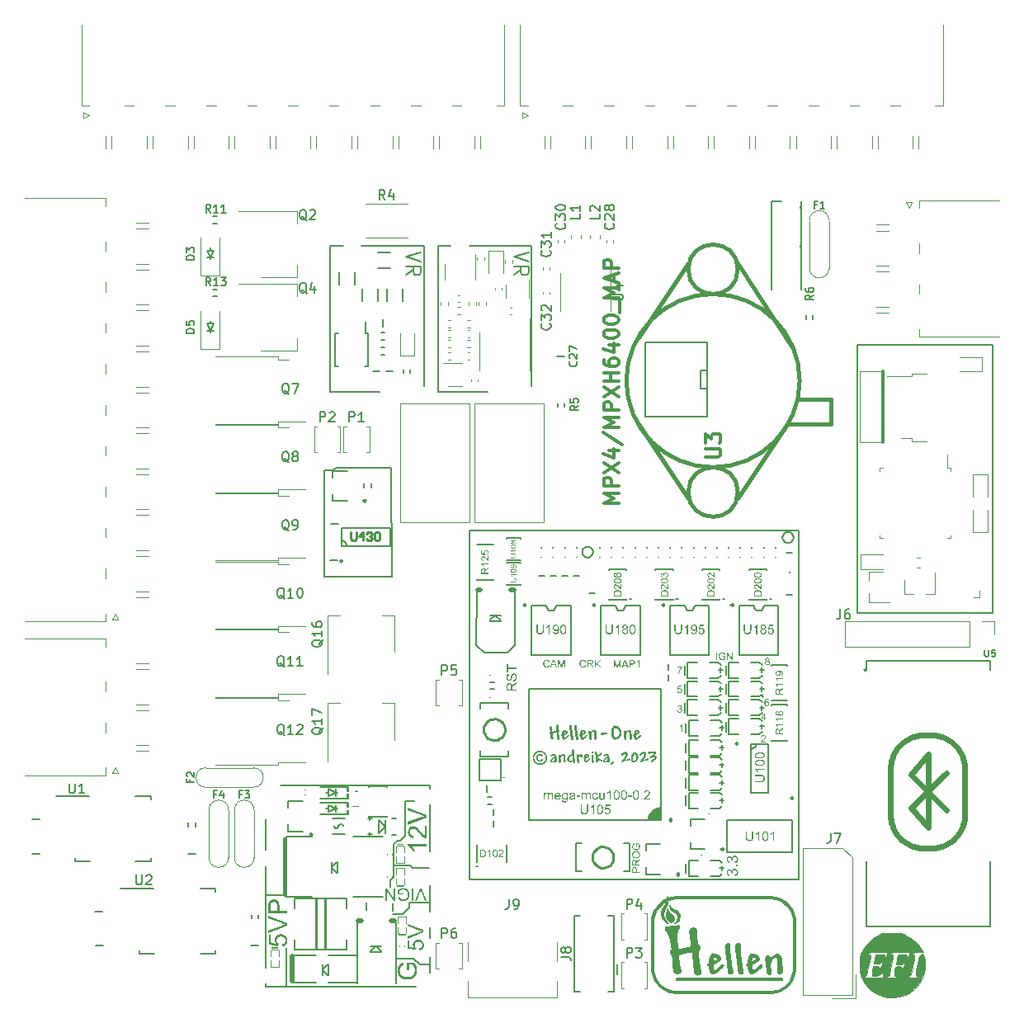
<source format=gto>
G75*
G70*
%OFA0B0*%
%FSLAX25Y25*%
%IPPOS*%
%LPD*%
%AMOC8*
5,1,8,0,0,1.08239X$1,22.5*
%
%ADD10C,0.00787*%
%ADD129C,0.00984*%
%ADD130C,0.01000*%
%ADD131C,0.01181*%
%ADD230C,0.00300*%
%ADD80C,0.00472*%
%ADD84C,0.00591*%
%ADD85C,0.00669*%
%ADD86C,0.00500*%
%ADD87C,0.01200*%
%ADD88C,0.00800*%
%ADD89C,0.02484*%
%ADD90C,0.00010*%
%ADD91C,0.01500*%
%ADD96C,0.00394*%
%ADD97C,0.01968*%
%ADD98C,0.01575*%
X0000000Y0000000D02*
%LPD*%
G01*
D84*
X0104837Y0161890D02*
X0104462Y0162077D01*
X0104462Y0162077D02*
X0104087Y0162452D01*
X0104087Y0162452D02*
X0103525Y0163014D01*
X0103525Y0163014D02*
X0103150Y0163202D01*
X0103150Y0163202D02*
X0102775Y0163202D01*
X0102962Y0162264D02*
X0102587Y0162452D01*
X0102587Y0162452D02*
X0102212Y0162827D01*
X0102212Y0162827D02*
X0102025Y0163577D01*
X0102025Y0163577D02*
X0102025Y0164889D01*
X0102025Y0164889D02*
X0102212Y0165639D01*
X0102212Y0165639D02*
X0102587Y0166014D01*
X0102587Y0166014D02*
X0102962Y0166202D01*
X0102962Y0166202D02*
X0103712Y0166202D01*
X0103712Y0166202D02*
X0104087Y0166014D01*
X0104087Y0166014D02*
X0104462Y0165639D01*
X0104462Y0165639D02*
X0104649Y0164889D01*
X0104649Y0164889D02*
X0104649Y0163577D01*
X0104649Y0163577D02*
X0104462Y0162827D01*
X0104462Y0162827D02*
X0104087Y0162452D01*
X0104087Y0162452D02*
X0103712Y0162264D01*
X0103712Y0162264D02*
X0102962Y0162264D01*
X0108399Y0162264D02*
X0106149Y0162264D01*
X0107274Y0162264D02*
X0107274Y0166202D01*
X0107274Y0166202D02*
X0106899Y0165639D01*
X0106899Y0165639D02*
X0106524Y0165264D01*
X0106524Y0165264D02*
X0106149Y0165077D01*
X0110836Y0166202D02*
X0111211Y0166202D01*
X0111211Y0166202D02*
X0111586Y0166014D01*
X0111586Y0166014D02*
X0111774Y0165827D01*
X0111774Y0165827D02*
X0111961Y0165452D01*
X0111961Y0165452D02*
X0112148Y0164702D01*
X0112148Y0164702D02*
X0112148Y0163764D01*
X0112148Y0163764D02*
X0111961Y0163014D01*
X0111961Y0163014D02*
X0111774Y0162639D01*
X0111774Y0162639D02*
X0111586Y0162452D01*
X0111586Y0162452D02*
X0111211Y0162264D01*
X0111211Y0162264D02*
X0110836Y0162264D01*
X0110836Y0162264D02*
X0110461Y0162452D01*
X0110461Y0162452D02*
X0110274Y0162639D01*
X0110274Y0162639D02*
X0110086Y0163014D01*
X0110086Y0163014D02*
X0109899Y0163764D01*
X0109899Y0163764D02*
X0109899Y0164702D01*
X0109899Y0164702D02*
X0110086Y0165452D01*
X0110086Y0165452D02*
X0110274Y0165827D01*
X0110274Y0165827D02*
X0110461Y0166014D01*
X0110461Y0166014D02*
X0110836Y0166202D01*
D85*
X0222745Y0257785D02*
X0222898Y0257632D01*
X0222898Y0257632D02*
X0223052Y0257171D01*
X0223052Y0257171D02*
X0223052Y0256863D01*
X0223052Y0256863D02*
X0222898Y0256402D01*
X0222898Y0256402D02*
X0222591Y0256094D01*
X0222591Y0256094D02*
X0222283Y0255941D01*
X0222283Y0255941D02*
X0221668Y0255787D01*
X0221668Y0255787D02*
X0221207Y0255787D01*
X0221207Y0255787D02*
X0220592Y0255941D01*
X0220592Y0255941D02*
X0220285Y0256094D01*
X0220285Y0256094D02*
X0219977Y0256402D01*
X0219977Y0256402D02*
X0219824Y0256863D01*
X0219824Y0256863D02*
X0219824Y0257171D01*
X0219824Y0257171D02*
X0219977Y0257632D01*
X0219977Y0257632D02*
X0220131Y0257785D01*
X0220131Y0259015D02*
X0219977Y0259169D01*
X0219977Y0259169D02*
X0219824Y0259476D01*
X0219824Y0259476D02*
X0219824Y0260245D01*
X0219824Y0260245D02*
X0219977Y0260553D01*
X0219977Y0260553D02*
X0220131Y0260706D01*
X0220131Y0260706D02*
X0220439Y0260860D01*
X0220439Y0260860D02*
X0220746Y0260860D01*
X0220746Y0260860D02*
X0221207Y0260706D01*
X0221207Y0260706D02*
X0223052Y0258862D01*
X0223052Y0258862D02*
X0223052Y0260860D01*
X0219824Y0261936D02*
X0219824Y0264088D01*
X0219824Y0264088D02*
X0223052Y0262705D01*
D84*
X0217951Y0313562D02*
X0218139Y0313374D01*
X0218139Y0313374D02*
X0218326Y0312812D01*
X0218326Y0312812D02*
X0218326Y0312437D01*
X0218326Y0312437D02*
X0218139Y0311874D01*
X0218139Y0311874D02*
X0217764Y0311499D01*
X0217764Y0311499D02*
X0217389Y0311312D01*
X0217389Y0311312D02*
X0216639Y0311124D01*
X0216639Y0311124D02*
X0216076Y0311124D01*
X0216076Y0311124D02*
X0215326Y0311312D01*
X0215326Y0311312D02*
X0214951Y0311499D01*
X0214951Y0311499D02*
X0214577Y0311874D01*
X0214577Y0311874D02*
X0214389Y0312437D01*
X0214389Y0312437D02*
X0214389Y0312812D01*
X0214389Y0312812D02*
X0214577Y0313374D01*
X0214577Y0313374D02*
X0214764Y0313562D01*
X0214389Y0314874D02*
X0214389Y0317311D01*
X0214389Y0317311D02*
X0215889Y0315999D01*
X0215889Y0315999D02*
X0215889Y0316561D01*
X0215889Y0316561D02*
X0216076Y0316936D01*
X0216076Y0316936D02*
X0216264Y0317124D01*
X0216264Y0317124D02*
X0216639Y0317311D01*
X0216639Y0317311D02*
X0217576Y0317311D01*
X0217576Y0317311D02*
X0217951Y0317124D01*
X0217951Y0317124D02*
X0218139Y0316936D01*
X0218139Y0316936D02*
X0218326Y0316561D01*
X0218326Y0316561D02*
X0218326Y0315436D01*
X0218326Y0315436D02*
X0218139Y0315061D01*
X0218139Y0315061D02*
X0217951Y0314874D01*
X0214389Y0319748D02*
X0214389Y0320123D01*
X0214389Y0320123D02*
X0214577Y0320498D01*
X0214577Y0320498D02*
X0214764Y0320686D01*
X0214764Y0320686D02*
X0215139Y0320873D01*
X0215139Y0320873D02*
X0215889Y0321061D01*
X0215889Y0321061D02*
X0216826Y0321061D01*
X0216826Y0321061D02*
X0217576Y0320873D01*
X0217576Y0320873D02*
X0217951Y0320686D01*
X0217951Y0320686D02*
X0218139Y0320498D01*
X0218139Y0320498D02*
X0218326Y0320123D01*
X0218326Y0320123D02*
X0218326Y0319748D01*
X0218326Y0319748D02*
X0218139Y0319373D01*
X0218139Y0319373D02*
X0217951Y0319186D01*
X0217951Y0319186D02*
X0217576Y0318998D01*
X0217576Y0318998D02*
X0216826Y0318811D01*
X0216826Y0318811D02*
X0215889Y0318811D01*
X0215889Y0318811D02*
X0215139Y0318998D01*
X0215139Y0318998D02*
X0214764Y0319186D01*
X0214764Y0319186D02*
X0214577Y0319373D01*
X0214577Y0319373D02*
X0214389Y0319748D01*
X0106712Y0244567D02*
X0106337Y0244754D01*
X0106337Y0244754D02*
X0105962Y0245129D01*
X0105962Y0245129D02*
X0105399Y0245692D01*
X0105399Y0245692D02*
X0105024Y0245879D01*
X0105024Y0245879D02*
X0104649Y0245879D01*
X0104837Y0244942D02*
X0104462Y0245129D01*
X0104462Y0245129D02*
X0104087Y0245504D01*
X0104087Y0245504D02*
X0103900Y0246254D01*
X0103900Y0246254D02*
X0103900Y0247566D01*
X0103900Y0247566D02*
X0104087Y0248316D01*
X0104087Y0248316D02*
X0104462Y0248691D01*
X0104462Y0248691D02*
X0104837Y0248879D01*
X0104837Y0248879D02*
X0105587Y0248879D01*
X0105587Y0248879D02*
X0105962Y0248691D01*
X0105962Y0248691D02*
X0106337Y0248316D01*
X0106337Y0248316D02*
X0106524Y0247566D01*
X0106524Y0247566D02*
X0106524Y0246254D01*
X0106524Y0246254D02*
X0106337Y0245504D01*
X0106337Y0245504D02*
X0105962Y0245129D01*
X0105962Y0245129D02*
X0105587Y0244942D01*
X0105587Y0244942D02*
X0104837Y0244942D01*
X0107837Y0248879D02*
X0110461Y0248879D01*
X0110461Y0248879D02*
X0108774Y0244942D01*
X0106712Y0217008D02*
X0106337Y0217195D01*
X0106337Y0217195D02*
X0105962Y0217570D01*
X0105962Y0217570D02*
X0105399Y0218133D01*
X0105399Y0218133D02*
X0105024Y0218320D01*
X0105024Y0218320D02*
X0104649Y0218320D01*
X0104837Y0217383D02*
X0104462Y0217570D01*
X0104462Y0217570D02*
X0104087Y0217945D01*
X0104087Y0217945D02*
X0103900Y0218695D01*
X0103900Y0218695D02*
X0103900Y0220007D01*
X0103900Y0220007D02*
X0104087Y0220757D01*
X0104087Y0220757D02*
X0104462Y0221132D01*
X0104462Y0221132D02*
X0104837Y0221320D01*
X0104837Y0221320D02*
X0105587Y0221320D01*
X0105587Y0221320D02*
X0105962Y0221132D01*
X0105962Y0221132D02*
X0106337Y0220757D01*
X0106337Y0220757D02*
X0106524Y0220007D01*
X0106524Y0220007D02*
X0106524Y0218695D01*
X0106524Y0218695D02*
X0106337Y0217945D01*
X0106337Y0217945D02*
X0105962Y0217570D01*
X0105962Y0217570D02*
X0105587Y0217383D01*
X0105587Y0217383D02*
X0104837Y0217383D01*
X0108774Y0219632D02*
X0108399Y0219820D01*
X0108399Y0219820D02*
X0108211Y0220007D01*
X0108211Y0220007D02*
X0108024Y0220382D01*
X0108024Y0220382D02*
X0108024Y0220570D01*
X0108024Y0220570D02*
X0108211Y0220945D01*
X0108211Y0220945D02*
X0108399Y0221132D01*
X0108399Y0221132D02*
X0108774Y0221320D01*
X0108774Y0221320D02*
X0109524Y0221320D01*
X0109524Y0221320D02*
X0109899Y0221132D01*
X0109899Y0221132D02*
X0110086Y0220945D01*
X0110086Y0220945D02*
X0110274Y0220570D01*
X0110274Y0220570D02*
X0110274Y0220382D01*
X0110274Y0220382D02*
X0110086Y0220007D01*
X0110086Y0220007D02*
X0109899Y0219820D01*
X0109899Y0219820D02*
X0109524Y0219632D01*
X0109524Y0219632D02*
X0108774Y0219632D01*
X0108774Y0219632D02*
X0108399Y0219445D01*
X0108399Y0219445D02*
X0108211Y0219257D01*
X0108211Y0219257D02*
X0108024Y0218882D01*
X0108024Y0218882D02*
X0108024Y0218133D01*
X0108024Y0218133D02*
X0108211Y0217758D01*
X0108211Y0217758D02*
X0108399Y0217570D01*
X0108399Y0217570D02*
X0108774Y0217383D01*
X0108774Y0217383D02*
X0109524Y0217383D01*
X0109524Y0217383D02*
X0109899Y0217570D01*
X0109899Y0217570D02*
X0110086Y0217758D01*
X0110086Y0217758D02*
X0110274Y0218133D01*
X0110274Y0218133D02*
X0110274Y0218882D01*
X0110274Y0218882D02*
X0110086Y0219257D01*
X0110086Y0219257D02*
X0109899Y0219445D01*
X0109899Y0219445D02*
X0109524Y0219632D01*
X0130952Y0233446D02*
X0130952Y0237383D01*
X0130952Y0237383D02*
X0132452Y0237383D01*
X0132452Y0237383D02*
X0132827Y0237195D01*
X0132827Y0237195D02*
X0133015Y0237008D01*
X0133015Y0237008D02*
X0133202Y0236633D01*
X0133202Y0236633D02*
X0133202Y0236070D01*
X0133202Y0236070D02*
X0133015Y0235695D01*
X0133015Y0235695D02*
X0132827Y0235508D01*
X0132827Y0235508D02*
X0132452Y0235320D01*
X0132452Y0235320D02*
X0130952Y0235320D01*
X0136952Y0233446D02*
X0134702Y0233446D01*
X0135827Y0233446D02*
X0135827Y0237383D01*
X0135827Y0237383D02*
X0135452Y0236820D01*
X0135452Y0236820D02*
X0135077Y0236445D01*
X0135077Y0236445D02*
X0134702Y0236258D01*
X0113798Y0314764D02*
X0113423Y0314951D01*
X0113423Y0314951D02*
X0113048Y0315326D01*
X0113048Y0315326D02*
X0112486Y0315888D01*
X0112486Y0315888D02*
X0112111Y0316076D01*
X0112111Y0316076D02*
X0111736Y0316076D01*
X0111924Y0315139D02*
X0111549Y0315326D01*
X0111549Y0315326D02*
X0111174Y0315701D01*
X0111174Y0315701D02*
X0110986Y0316451D01*
X0110986Y0316451D02*
X0110986Y0317763D01*
X0110986Y0317763D02*
X0111174Y0318513D01*
X0111174Y0318513D02*
X0111549Y0318888D01*
X0111549Y0318888D02*
X0111924Y0319076D01*
X0111924Y0319076D02*
X0112673Y0319076D01*
X0112673Y0319076D02*
X0113048Y0318888D01*
X0113048Y0318888D02*
X0113423Y0318513D01*
X0113423Y0318513D02*
X0113611Y0317763D01*
X0113611Y0317763D02*
X0113611Y0316451D01*
X0113611Y0316451D02*
X0113423Y0315701D01*
X0113423Y0315701D02*
X0113048Y0315326D01*
X0113048Y0315326D02*
X0112673Y0315139D01*
X0112673Y0315139D02*
X0111924Y0315139D01*
X0115111Y0318701D02*
X0115298Y0318888D01*
X0115298Y0318888D02*
X0115673Y0319076D01*
X0115673Y0319076D02*
X0116610Y0319076D01*
X0116610Y0319076D02*
X0116985Y0318888D01*
X0116985Y0318888D02*
X0117173Y0318701D01*
X0117173Y0318701D02*
X0117360Y0318326D01*
X0117360Y0318326D02*
X0117360Y0317951D01*
X0117360Y0317951D02*
X0117173Y0317388D01*
X0117173Y0317388D02*
X0114923Y0315139D01*
X0114923Y0315139D02*
X0117360Y0315139D01*
X0119141Y0233446D02*
X0119141Y0237383D01*
X0119141Y0237383D02*
X0120641Y0237383D01*
X0120641Y0237383D02*
X0121016Y0237195D01*
X0121016Y0237195D02*
X0121204Y0237008D01*
X0121204Y0237008D02*
X0121391Y0236633D01*
X0121391Y0236633D02*
X0121391Y0236070D01*
X0121391Y0236070D02*
X0121204Y0235695D01*
X0121204Y0235695D02*
X0121016Y0235508D01*
X0121016Y0235508D02*
X0120641Y0235320D01*
X0120641Y0235320D02*
X0119141Y0235320D01*
X0122891Y0237008D02*
X0123078Y0237195D01*
X0123078Y0237195D02*
X0123453Y0237383D01*
X0123453Y0237383D02*
X0124391Y0237383D01*
X0124391Y0237383D02*
X0124766Y0237195D01*
X0124766Y0237195D02*
X0124953Y0237008D01*
X0124953Y0237008D02*
X0125141Y0236633D01*
X0125141Y0236633D02*
X0125141Y0236258D01*
X0125141Y0236258D02*
X0124953Y0235695D01*
X0124953Y0235695D02*
X0122703Y0233446D01*
X0122703Y0233446D02*
X0125141Y0233446D01*
X0237617Y0282680D02*
X0240804Y0282680D01*
X0240804Y0282680D02*
X0241179Y0282867D01*
X0241179Y0282867D02*
X0241367Y0283054D01*
X0241367Y0283054D02*
X0241554Y0283429D01*
X0241554Y0283429D02*
X0241554Y0284179D01*
X0241554Y0284179D02*
X0241367Y0284554D01*
X0241367Y0284554D02*
X0241179Y0284742D01*
X0241179Y0284742D02*
X0240804Y0284929D01*
X0240804Y0284929D02*
X0237617Y0284929D01*
X0238930Y0288491D02*
X0241554Y0288491D01*
X0237430Y0287554D02*
X0240242Y0286617D01*
X0240242Y0286617D02*
X0240242Y0289054D01*
X0212046Y0302587D02*
X0212233Y0302400D01*
X0212233Y0302400D02*
X0212421Y0301837D01*
X0212421Y0301837D02*
X0212421Y0301462D01*
X0212421Y0301462D02*
X0212233Y0300900D01*
X0212233Y0300900D02*
X0211858Y0300525D01*
X0211858Y0300525D02*
X0211483Y0300337D01*
X0211483Y0300337D02*
X0210733Y0300150D01*
X0210733Y0300150D02*
X0210171Y0300150D01*
X0210171Y0300150D02*
X0209421Y0300337D01*
X0209421Y0300337D02*
X0209046Y0300525D01*
X0209046Y0300525D02*
X0208671Y0300900D01*
X0208671Y0300900D02*
X0208484Y0301462D01*
X0208484Y0301462D02*
X0208484Y0301837D01*
X0208484Y0301837D02*
X0208671Y0302400D01*
X0208671Y0302400D02*
X0208858Y0302587D01*
X0208484Y0303900D02*
X0208484Y0306337D01*
X0208484Y0306337D02*
X0209983Y0305024D01*
X0209983Y0305024D02*
X0209983Y0305587D01*
X0209983Y0305587D02*
X0210171Y0305962D01*
X0210171Y0305962D02*
X0210358Y0306149D01*
X0210358Y0306149D02*
X0210733Y0306337D01*
X0210733Y0306337D02*
X0211671Y0306337D01*
X0211671Y0306337D02*
X0212046Y0306149D01*
X0212046Y0306149D02*
X0212233Y0305962D01*
X0212233Y0305962D02*
X0212421Y0305587D01*
X0212421Y0305587D02*
X0212421Y0304462D01*
X0212421Y0304462D02*
X0212233Y0304087D01*
X0212233Y0304087D02*
X0212046Y0303900D01*
X0212421Y0310086D02*
X0212421Y0307837D01*
X0212421Y0308961D02*
X0208484Y0308961D01*
X0208484Y0308961D02*
X0209046Y0308586D01*
X0209046Y0308586D02*
X0209421Y0308211D01*
X0209421Y0308211D02*
X0209608Y0307837D01*
D86*
X0077268Y0082887D02*
X0076268Y0082887D01*
X0076268Y0081315D02*
X0076268Y0084315D01*
X0076268Y0084315D02*
X0077696Y0084315D01*
X0080125Y0083315D02*
X0080125Y0081315D01*
X0079411Y0084458D02*
X0078696Y0082315D01*
X0078696Y0082315D02*
X0080553Y0082315D01*
D84*
X0325459Y0067107D02*
X0325459Y0064295D01*
X0325459Y0064295D02*
X0325272Y0063732D01*
X0325272Y0063732D02*
X0324897Y0063357D01*
X0324897Y0063357D02*
X0324334Y0063170D01*
X0324334Y0063170D02*
X0323960Y0063170D01*
X0326959Y0067107D02*
X0329584Y0067107D01*
X0329584Y0067107D02*
X0327897Y0063170D01*
X0120276Y0145388D02*
X0120088Y0145013D01*
X0120088Y0145013D02*
X0119713Y0144638D01*
X0119713Y0144638D02*
X0119151Y0144076D01*
X0119151Y0144076D02*
X0118963Y0143701D01*
X0118963Y0143701D02*
X0118963Y0143326D01*
X0119901Y0143513D02*
X0119713Y0143138D01*
X0119713Y0143138D02*
X0119338Y0142763D01*
X0119338Y0142763D02*
X0118589Y0142576D01*
X0118589Y0142576D02*
X0117276Y0142576D01*
X0117276Y0142576D02*
X0116526Y0142763D01*
X0116526Y0142763D02*
X0116151Y0143138D01*
X0116151Y0143138D02*
X0115964Y0143513D01*
X0115964Y0143513D02*
X0115964Y0144263D01*
X0115964Y0144263D02*
X0116151Y0144638D01*
X0116151Y0144638D02*
X0116526Y0145013D01*
X0116526Y0145013D02*
X0117276Y0145201D01*
X0117276Y0145201D02*
X0118589Y0145201D01*
X0118589Y0145201D02*
X0119338Y0145013D01*
X0119338Y0145013D02*
X0119713Y0144638D01*
X0119713Y0144638D02*
X0119901Y0144263D01*
X0119901Y0144263D02*
X0119901Y0143513D01*
X0119901Y0148950D02*
X0119901Y0146700D01*
X0119901Y0147825D02*
X0115964Y0147825D01*
X0115964Y0147825D02*
X0116526Y0147450D01*
X0116526Y0147450D02*
X0116901Y0147075D01*
X0116901Y0147075D02*
X0117089Y0146700D01*
X0115964Y0152325D02*
X0115964Y0151575D01*
X0115964Y0151575D02*
X0116151Y0151200D01*
X0116151Y0151200D02*
X0116339Y0151012D01*
X0116339Y0151012D02*
X0116901Y0150637D01*
X0116901Y0150637D02*
X0117651Y0150450D01*
X0117651Y0150450D02*
X0119151Y0150450D01*
X0119151Y0150450D02*
X0119526Y0150637D01*
X0119526Y0150637D02*
X0119713Y0150825D01*
X0119713Y0150825D02*
X0119901Y0151200D01*
X0119901Y0151200D02*
X0119901Y0151950D01*
X0119901Y0151950D02*
X0119713Y0152325D01*
X0119713Y0152325D02*
X0119526Y0152512D01*
X0119526Y0152512D02*
X0119151Y0152700D01*
X0119151Y0152700D02*
X0118214Y0152700D01*
X0118214Y0152700D02*
X0117839Y0152512D01*
X0117839Y0152512D02*
X0117651Y0152325D01*
X0117651Y0152325D02*
X0117464Y0151950D01*
X0117464Y0151950D02*
X0117464Y0151200D01*
X0117464Y0151200D02*
X0117651Y0150825D01*
X0117651Y0150825D02*
X0117839Y0150637D01*
X0117839Y0150637D02*
X0118214Y0150450D01*
X0243157Y0036595D02*
X0243157Y0040532D01*
X0243157Y0040532D02*
X0244657Y0040532D01*
X0244657Y0040532D02*
X0245032Y0040345D01*
X0245032Y0040345D02*
X0245219Y0040157D01*
X0245219Y0040157D02*
X0245407Y0039782D01*
X0245407Y0039782D02*
X0245407Y0039220D01*
X0245407Y0039220D02*
X0245219Y0038845D01*
X0245219Y0038845D02*
X0245032Y0038657D01*
X0245032Y0038657D02*
X0244657Y0038470D01*
X0244657Y0038470D02*
X0243157Y0038470D01*
X0248781Y0039220D02*
X0248781Y0036595D01*
X0247844Y0040720D02*
X0246907Y0037908D01*
X0246907Y0037908D02*
X0249344Y0037908D01*
X0168354Y0131083D02*
X0168354Y0135020D01*
X0168354Y0135020D02*
X0169854Y0135020D01*
X0169854Y0135020D02*
X0170229Y0134833D01*
X0170229Y0134833D02*
X0170416Y0134645D01*
X0170416Y0134645D02*
X0170604Y0134270D01*
X0170604Y0134270D02*
X0170604Y0133708D01*
X0170604Y0133708D02*
X0170416Y0133333D01*
X0170416Y0133333D02*
X0170229Y0133146D01*
X0170229Y0133146D02*
X0169854Y0132958D01*
X0169854Y0132958D02*
X0168354Y0132958D01*
X0174166Y0135020D02*
X0172291Y0135020D01*
X0172291Y0135020D02*
X0172103Y0133146D01*
X0172103Y0133146D02*
X0172291Y0133333D01*
X0172291Y0133333D02*
X0172666Y0133521D01*
X0172666Y0133521D02*
X0173603Y0133521D01*
X0173603Y0133521D02*
X0173978Y0133333D01*
X0173978Y0133333D02*
X0174166Y0133146D01*
X0174166Y0133146D02*
X0174353Y0132771D01*
X0174353Y0132771D02*
X0174353Y0131833D01*
X0174353Y0131833D02*
X0174166Y0131458D01*
X0174166Y0131458D02*
X0173978Y0131271D01*
X0173978Y0131271D02*
X0173603Y0131083D01*
X0173603Y0131083D02*
X0172666Y0131083D01*
X0172666Y0131083D02*
X0172291Y0131271D01*
X0172291Y0131271D02*
X0172103Y0131458D01*
X0216554Y0017192D02*
X0219367Y0017192D01*
X0219367Y0017192D02*
X0219929Y0017004D01*
X0219929Y0017004D02*
X0220304Y0016629D01*
X0220304Y0016629D02*
X0220491Y0016067D01*
X0220491Y0016067D02*
X0220491Y0015692D01*
X0218242Y0019629D02*
X0218054Y0019254D01*
X0218054Y0019254D02*
X0217867Y0019066D01*
X0217867Y0019066D02*
X0217492Y0018879D01*
X0217492Y0018879D02*
X0217304Y0018879D01*
X0217304Y0018879D02*
X0216929Y0019066D01*
X0216929Y0019066D02*
X0216742Y0019254D01*
X0216742Y0019254D02*
X0216554Y0019629D01*
X0216554Y0019629D02*
X0216554Y0020379D01*
X0216554Y0020379D02*
X0216742Y0020754D01*
X0216742Y0020754D02*
X0216929Y0020941D01*
X0216929Y0020941D02*
X0217304Y0021129D01*
X0217304Y0021129D02*
X0217492Y0021129D01*
X0217492Y0021129D02*
X0217867Y0020941D01*
X0217867Y0020941D02*
X0218054Y0020754D01*
X0218054Y0020754D02*
X0218242Y0020379D01*
X0218242Y0020379D02*
X0218242Y0019629D01*
X0218242Y0019629D02*
X0218429Y0019254D01*
X0218429Y0019254D02*
X0218617Y0019066D01*
X0218617Y0019066D02*
X0218992Y0018879D01*
X0218992Y0018879D02*
X0219742Y0018879D01*
X0219742Y0018879D02*
X0220116Y0019066D01*
X0220116Y0019066D02*
X0220304Y0019254D01*
X0220304Y0019254D02*
X0220491Y0019629D01*
X0220491Y0019629D02*
X0220491Y0020379D01*
X0220491Y0020379D02*
X0220304Y0020754D01*
X0220304Y0020754D02*
X0220116Y0020941D01*
X0220116Y0020941D02*
X0219742Y0021129D01*
X0219742Y0021129D02*
X0218992Y0021129D01*
X0218992Y0021129D02*
X0218617Y0020941D01*
X0218617Y0020941D02*
X0218429Y0020754D01*
X0218429Y0020754D02*
X0218242Y0020379D01*
D86*
X0087583Y0082887D02*
X0086583Y0082887D01*
X0086583Y0081315D02*
X0086583Y0084315D01*
X0086583Y0084315D02*
X0088011Y0084315D01*
X0088868Y0084315D02*
X0090726Y0084315D01*
X0090726Y0084315D02*
X0089726Y0083172D01*
X0089726Y0083172D02*
X0090154Y0083172D01*
X0090154Y0083172D02*
X0090440Y0083030D01*
X0090440Y0083030D02*
X0090583Y0082887D01*
X0090583Y0082887D02*
X0090726Y0082601D01*
X0090726Y0082601D02*
X0090726Y0081887D01*
X0090726Y0081887D02*
X0090583Y0081601D01*
X0090583Y0081601D02*
X0090440Y0081458D01*
X0090440Y0081458D02*
X0090154Y0081315D01*
X0090154Y0081315D02*
X0089297Y0081315D01*
X0089297Y0081315D02*
X0089011Y0081458D01*
X0089011Y0081458D02*
X0088868Y0081601D01*
D84*
X0145387Y0323190D02*
X0144075Y0325064D01*
X0143137Y0323190D02*
X0143137Y0327127D01*
X0143137Y0327127D02*
X0144637Y0327127D01*
X0144637Y0327127D02*
X0145012Y0326939D01*
X0145012Y0326939D02*
X0145200Y0326752D01*
X0145200Y0326752D02*
X0145387Y0326377D01*
X0145387Y0326377D02*
X0145387Y0325814D01*
X0145387Y0325814D02*
X0145200Y0325439D01*
X0145200Y0325439D02*
X0145012Y0325252D01*
X0145012Y0325252D02*
X0144637Y0325064D01*
X0144637Y0325064D02*
X0143137Y0325064D01*
X0148762Y0325814D02*
X0148762Y0323190D01*
X0147824Y0327314D02*
X0146887Y0324502D01*
X0146887Y0324502D02*
X0149324Y0324502D01*
X0104837Y0106771D02*
X0104462Y0106959D01*
X0104462Y0106959D02*
X0104087Y0107334D01*
X0104087Y0107334D02*
X0103525Y0107896D01*
X0103525Y0107896D02*
X0103150Y0108084D01*
X0103150Y0108084D02*
X0102775Y0108084D01*
X0102962Y0107146D02*
X0102587Y0107334D01*
X0102587Y0107334D02*
X0102212Y0107709D01*
X0102212Y0107709D02*
X0102025Y0108459D01*
X0102025Y0108459D02*
X0102025Y0109771D01*
X0102025Y0109771D02*
X0102212Y0110521D01*
X0102212Y0110521D02*
X0102587Y0110896D01*
X0102587Y0110896D02*
X0102962Y0111083D01*
X0102962Y0111083D02*
X0103712Y0111083D01*
X0103712Y0111083D02*
X0104087Y0110896D01*
X0104087Y0110896D02*
X0104462Y0110521D01*
X0104462Y0110521D02*
X0104649Y0109771D01*
X0104649Y0109771D02*
X0104649Y0108459D01*
X0104649Y0108459D02*
X0104462Y0107709D01*
X0104462Y0107709D02*
X0104087Y0107334D01*
X0104087Y0107334D02*
X0103712Y0107146D01*
X0103712Y0107146D02*
X0102962Y0107146D01*
X0108399Y0107146D02*
X0106149Y0107146D01*
X0107274Y0107146D02*
X0107274Y0111083D01*
X0107274Y0111083D02*
X0106899Y0110521D01*
X0106899Y0110521D02*
X0106524Y0110146D01*
X0106524Y0110146D02*
X0106149Y0109959D01*
X0109899Y0110708D02*
X0110086Y0110896D01*
X0110086Y0110896D02*
X0110461Y0111083D01*
X0110461Y0111083D02*
X0111399Y0111083D01*
X0111399Y0111083D02*
X0111774Y0110896D01*
X0111774Y0110896D02*
X0111961Y0110708D01*
X0111961Y0110708D02*
X0112148Y0110333D01*
X0112148Y0110333D02*
X0112148Y0109959D01*
X0112148Y0109959D02*
X0111961Y0109396D01*
X0111961Y0109396D02*
X0109711Y0107146D01*
X0109711Y0107146D02*
X0112148Y0107146D01*
X0113798Y0285236D02*
X0113423Y0285423D01*
X0113423Y0285423D02*
X0113048Y0285798D01*
X0113048Y0285798D02*
X0112486Y0286361D01*
X0112486Y0286361D02*
X0112111Y0286548D01*
X0112111Y0286548D02*
X0111736Y0286548D01*
X0111924Y0285611D02*
X0111549Y0285798D01*
X0111549Y0285798D02*
X0111174Y0286173D01*
X0111174Y0286173D02*
X0110986Y0286923D01*
X0110986Y0286923D02*
X0110986Y0288236D01*
X0110986Y0288236D02*
X0111174Y0288986D01*
X0111174Y0288986D02*
X0111549Y0289360D01*
X0111549Y0289360D02*
X0111924Y0289548D01*
X0111924Y0289548D02*
X0112673Y0289548D01*
X0112673Y0289548D02*
X0113048Y0289360D01*
X0113048Y0289360D02*
X0113423Y0288986D01*
X0113423Y0288986D02*
X0113611Y0288236D01*
X0113611Y0288236D02*
X0113611Y0286923D01*
X0113611Y0286923D02*
X0113423Y0286173D01*
X0113423Y0286173D02*
X0113048Y0285798D01*
X0113048Y0285798D02*
X0112673Y0285611D01*
X0112673Y0285611D02*
X0111924Y0285611D01*
X0116985Y0288236D02*
X0116985Y0285611D01*
X0116048Y0289735D02*
X0115111Y0286923D01*
X0115111Y0286923D02*
X0117548Y0286923D01*
X0212046Y0273060D02*
X0212233Y0272872D01*
X0212233Y0272872D02*
X0212421Y0272310D01*
X0212421Y0272310D02*
X0212421Y0271935D01*
X0212421Y0271935D02*
X0212233Y0271372D01*
X0212233Y0271372D02*
X0211858Y0270997D01*
X0211858Y0270997D02*
X0211483Y0270810D01*
X0211483Y0270810D02*
X0210733Y0270622D01*
X0210733Y0270622D02*
X0210171Y0270622D01*
X0210171Y0270622D02*
X0209421Y0270810D01*
X0209421Y0270810D02*
X0209046Y0270997D01*
X0209046Y0270997D02*
X0208671Y0271372D01*
X0208671Y0271372D02*
X0208484Y0271935D01*
X0208484Y0271935D02*
X0208484Y0272310D01*
X0208484Y0272310D02*
X0208671Y0272872D01*
X0208671Y0272872D02*
X0208858Y0273060D01*
X0208484Y0274372D02*
X0208484Y0276809D01*
X0208484Y0276809D02*
X0209983Y0275497D01*
X0209983Y0275497D02*
X0209983Y0276059D01*
X0209983Y0276059D02*
X0210171Y0276434D01*
X0210171Y0276434D02*
X0210358Y0276622D01*
X0210358Y0276622D02*
X0210733Y0276809D01*
X0210733Y0276809D02*
X0211671Y0276809D01*
X0211671Y0276809D02*
X0212046Y0276622D01*
X0212046Y0276622D02*
X0212233Y0276434D01*
X0212233Y0276434D02*
X0212421Y0276059D01*
X0212421Y0276059D02*
X0212421Y0274934D01*
X0212421Y0274934D02*
X0212233Y0274559D01*
X0212233Y0274559D02*
X0212046Y0274372D01*
X0208858Y0278309D02*
X0208671Y0278496D01*
X0208671Y0278496D02*
X0208484Y0278871D01*
X0208484Y0278871D02*
X0208484Y0279809D01*
X0208484Y0279809D02*
X0208671Y0280184D01*
X0208671Y0280184D02*
X0208858Y0280371D01*
X0208858Y0280371D02*
X0209233Y0280559D01*
X0209233Y0280559D02*
X0209608Y0280559D01*
X0209608Y0280559D02*
X0210171Y0280371D01*
X0210171Y0280371D02*
X0212421Y0278121D01*
X0212421Y0278121D02*
X0212421Y0280559D01*
X0106712Y0189449D02*
X0106337Y0189636D01*
X0106337Y0189636D02*
X0105962Y0190011D01*
X0105962Y0190011D02*
X0105399Y0190573D01*
X0105399Y0190573D02*
X0105024Y0190761D01*
X0105024Y0190761D02*
X0104649Y0190761D01*
X0104837Y0189824D02*
X0104462Y0190011D01*
X0104462Y0190011D02*
X0104087Y0190386D01*
X0104087Y0190386D02*
X0103900Y0191136D01*
X0103900Y0191136D02*
X0103900Y0192448D01*
X0103900Y0192448D02*
X0104087Y0193198D01*
X0104087Y0193198D02*
X0104462Y0193573D01*
X0104462Y0193573D02*
X0104837Y0193761D01*
X0104837Y0193761D02*
X0105587Y0193761D01*
X0105587Y0193761D02*
X0105962Y0193573D01*
X0105962Y0193573D02*
X0106337Y0193198D01*
X0106337Y0193198D02*
X0106524Y0192448D01*
X0106524Y0192448D02*
X0106524Y0191136D01*
X0106524Y0191136D02*
X0106337Y0190386D01*
X0106337Y0190386D02*
X0105962Y0190011D01*
X0105962Y0190011D02*
X0105587Y0189824D01*
X0105587Y0189824D02*
X0104837Y0189824D01*
X0108399Y0189824D02*
X0109149Y0189824D01*
X0109149Y0189824D02*
X0109524Y0190011D01*
X0109524Y0190011D02*
X0109711Y0190199D01*
X0109711Y0190199D02*
X0110086Y0190761D01*
X0110086Y0190761D02*
X0110274Y0191511D01*
X0110274Y0191511D02*
X0110274Y0193011D01*
X0110274Y0193011D02*
X0110086Y0193386D01*
X0110086Y0193386D02*
X0109899Y0193573D01*
X0109899Y0193573D02*
X0109524Y0193761D01*
X0109524Y0193761D02*
X0108774Y0193761D01*
X0108774Y0193761D02*
X0108399Y0193573D01*
X0108399Y0193573D02*
X0108211Y0193386D01*
X0108211Y0193386D02*
X0108024Y0193011D01*
X0108024Y0193011D02*
X0108024Y0192073D01*
X0108024Y0192073D02*
X0108211Y0191698D01*
X0108211Y0191698D02*
X0108399Y0191511D01*
X0108399Y0191511D02*
X0108774Y0191323D01*
X0108774Y0191323D02*
X0109524Y0191323D01*
X0109524Y0191323D02*
X0109899Y0191511D01*
X0109899Y0191511D02*
X0110086Y0191698D01*
X0110086Y0191698D02*
X0110274Y0192073D01*
X0387662Y0141277D02*
X0387662Y0139044D01*
X0387662Y0139044D02*
X0387793Y0138781D01*
X0387793Y0138781D02*
X0387925Y0138650D01*
X0387925Y0138650D02*
X0388188Y0138518D01*
X0388188Y0138518D02*
X0388713Y0138518D01*
X0388713Y0138518D02*
X0388976Y0138650D01*
X0388976Y0138650D02*
X0389107Y0138781D01*
X0389107Y0138781D02*
X0389238Y0139044D01*
X0389238Y0139044D02*
X0389238Y0141277D01*
X0391865Y0141277D02*
X0390552Y0141277D01*
X0390552Y0141277D02*
X0390421Y0139963D01*
X0390421Y0139963D02*
X0390552Y0140095D01*
X0390552Y0140095D02*
X0390815Y0140226D01*
X0390815Y0140226D02*
X0391471Y0140226D01*
X0391471Y0140226D02*
X0391734Y0140095D01*
X0391734Y0140095D02*
X0391865Y0139963D01*
X0391865Y0139963D02*
X0391997Y0139701D01*
X0391997Y0139701D02*
X0391997Y0139044D01*
X0391997Y0139044D02*
X0391865Y0138781D01*
X0391865Y0138781D02*
X0391734Y0138650D01*
X0391734Y0138650D02*
X0391471Y0138518D01*
X0391471Y0138518D02*
X0390815Y0138518D01*
X0390815Y0138518D02*
X0390552Y0138650D01*
X0390552Y0138650D02*
X0390421Y0138781D01*
X0232106Y0317405D02*
X0232106Y0315530D01*
X0232106Y0315530D02*
X0228169Y0315530D01*
X0228544Y0318530D02*
X0228356Y0318717D01*
X0228356Y0318717D02*
X0228169Y0319092D01*
X0228169Y0319092D02*
X0228169Y0320030D01*
X0228169Y0320030D02*
X0228356Y0320404D01*
X0228356Y0320404D02*
X0228544Y0320592D01*
X0228544Y0320592D02*
X0228918Y0320779D01*
X0228918Y0320779D02*
X0229293Y0320779D01*
X0229293Y0320779D02*
X0229856Y0320592D01*
X0229856Y0320592D02*
X0232106Y0318342D01*
X0232106Y0318342D02*
X0232106Y0320779D01*
D85*
X0074961Y0288437D02*
X0073885Y0289974D01*
X0073116Y0288437D02*
X0073116Y0291665D01*
X0073116Y0291665D02*
X0074346Y0291665D01*
X0074346Y0291665D02*
X0074654Y0291512D01*
X0074654Y0291512D02*
X0074807Y0291358D01*
X0074807Y0291358D02*
X0074961Y0291050D01*
X0074961Y0291050D02*
X0074961Y0290589D01*
X0074961Y0290589D02*
X0074807Y0290282D01*
X0074807Y0290282D02*
X0074654Y0290128D01*
X0074654Y0290128D02*
X0074346Y0289974D01*
X0074346Y0289974D02*
X0073116Y0289974D01*
X0078036Y0288437D02*
X0076191Y0288437D01*
X0077113Y0288437D02*
X0077113Y0291665D01*
X0077113Y0291665D02*
X0076806Y0291204D01*
X0076806Y0291204D02*
X0076498Y0290897D01*
X0076498Y0290897D02*
X0076191Y0290743D01*
X0079112Y0291665D02*
X0081110Y0291665D01*
X0081110Y0291665D02*
X0080034Y0290436D01*
X0080034Y0290436D02*
X0080495Y0290436D01*
X0080495Y0290436D02*
X0080803Y0290282D01*
X0080803Y0290282D02*
X0080956Y0290128D01*
X0080956Y0290128D02*
X0081110Y0289821D01*
X0081110Y0289821D02*
X0081110Y0289052D01*
X0081110Y0289052D02*
X0080956Y0288745D01*
X0080956Y0288745D02*
X0080803Y0288591D01*
X0080803Y0288591D02*
X0080495Y0288437D01*
X0080495Y0288437D02*
X0079573Y0288437D01*
X0079573Y0288437D02*
X0079265Y0288591D01*
X0079265Y0288591D02*
X0079112Y0288745D01*
D86*
X0319866Y0321076D02*
X0318866Y0321076D01*
X0318866Y0319504D02*
X0318866Y0322504D01*
X0318866Y0322504D02*
X0320295Y0322504D01*
X0323009Y0319504D02*
X0321295Y0319504D01*
X0322152Y0319504D02*
X0322152Y0322504D01*
X0322152Y0322504D02*
X0321866Y0322076D01*
X0321866Y0322076D02*
X0321580Y0321790D01*
X0321580Y0321790D02*
X0321295Y0321647D01*
D84*
X0243157Y0016910D02*
X0243157Y0020847D01*
X0243157Y0020847D02*
X0244657Y0020847D01*
X0244657Y0020847D02*
X0245032Y0020660D01*
X0245032Y0020660D02*
X0245219Y0020472D01*
X0245219Y0020472D02*
X0245407Y0020097D01*
X0245407Y0020097D02*
X0245407Y0019535D01*
X0245407Y0019535D02*
X0245219Y0019160D01*
X0245219Y0019160D02*
X0245032Y0018972D01*
X0245032Y0018972D02*
X0244657Y0018785D01*
X0244657Y0018785D02*
X0243157Y0018785D01*
X0246719Y0020847D02*
X0249156Y0020847D01*
X0249156Y0020847D02*
X0247844Y0019347D01*
X0247844Y0019347D02*
X0248406Y0019347D01*
X0248406Y0019347D02*
X0248781Y0019160D01*
X0248781Y0019160D02*
X0248969Y0018972D01*
X0248969Y0018972D02*
X0249156Y0018597D01*
X0249156Y0018597D02*
X0249156Y0017660D01*
X0249156Y0017660D02*
X0248969Y0017285D01*
X0248969Y0017285D02*
X0248781Y0017098D01*
X0248781Y0017098D02*
X0248406Y0016910D01*
X0248406Y0016910D02*
X0247282Y0016910D01*
X0247282Y0016910D02*
X0246907Y0017098D01*
X0246907Y0017098D02*
X0246719Y0017285D01*
D85*
X0074961Y0317965D02*
X0073885Y0319502D01*
X0073116Y0317965D02*
X0073116Y0321193D01*
X0073116Y0321193D02*
X0074346Y0321193D01*
X0074346Y0321193D02*
X0074654Y0321039D01*
X0074654Y0321039D02*
X0074807Y0320886D01*
X0074807Y0320886D02*
X0074961Y0320578D01*
X0074961Y0320578D02*
X0074961Y0320117D01*
X0074961Y0320117D02*
X0074807Y0319809D01*
X0074807Y0319809D02*
X0074654Y0319656D01*
X0074654Y0319656D02*
X0074346Y0319502D01*
X0074346Y0319502D02*
X0073116Y0319502D01*
X0078036Y0317965D02*
X0076191Y0317965D01*
X0077113Y0317965D02*
X0077113Y0321193D01*
X0077113Y0321193D02*
X0076806Y0320732D01*
X0076806Y0320732D02*
X0076498Y0320424D01*
X0076498Y0320424D02*
X0076191Y0320271D01*
X0081110Y0317965D02*
X0079265Y0317965D01*
X0080188Y0317965D02*
X0080188Y0321193D01*
X0080188Y0321193D02*
X0079880Y0320732D01*
X0079880Y0320732D02*
X0079573Y0320424D01*
X0079573Y0320424D02*
X0079265Y0320271D01*
X0068388Y0298798D02*
X0065159Y0298798D01*
X0065159Y0298798D02*
X0065159Y0299567D01*
X0065159Y0299567D02*
X0065313Y0300028D01*
X0065313Y0300028D02*
X0065621Y0300336D01*
X0065621Y0300336D02*
X0065928Y0300489D01*
X0065928Y0300489D02*
X0066543Y0300643D01*
X0066543Y0300643D02*
X0067004Y0300643D01*
X0067004Y0300643D02*
X0067619Y0300489D01*
X0067619Y0300489D02*
X0067927Y0300336D01*
X0067927Y0300336D02*
X0068234Y0300028D01*
X0068234Y0300028D02*
X0068388Y0299567D01*
X0068388Y0299567D02*
X0068388Y0298798D01*
X0065159Y0301719D02*
X0065159Y0303718D01*
X0065159Y0303718D02*
X0066389Y0302642D01*
X0066389Y0302642D02*
X0066389Y0303103D01*
X0066389Y0303103D02*
X0066543Y0303410D01*
X0066543Y0303410D02*
X0066697Y0303564D01*
X0066697Y0303564D02*
X0067004Y0303718D01*
X0067004Y0303718D02*
X0067773Y0303718D01*
X0067773Y0303718D02*
X0068080Y0303564D01*
X0068080Y0303564D02*
X0068234Y0303410D01*
X0068234Y0303410D02*
X0068388Y0303103D01*
X0068388Y0303103D02*
X0068388Y0302180D01*
X0068388Y0302180D02*
X0068234Y0301873D01*
X0068234Y0301873D02*
X0068080Y0301719D01*
D84*
X0017835Y0087276D02*
X0017835Y0084089D01*
X0017835Y0084089D02*
X0018023Y0083714D01*
X0018023Y0083714D02*
X0018210Y0083527D01*
X0018210Y0083527D02*
X0018585Y0083339D01*
X0018585Y0083339D02*
X0019335Y0083339D01*
X0019335Y0083339D02*
X0019710Y0083527D01*
X0019710Y0083527D02*
X0019898Y0083714D01*
X0019898Y0083714D02*
X0020085Y0084089D01*
X0020085Y0084089D02*
X0020085Y0087276D01*
X0024022Y0083339D02*
X0021772Y0083339D01*
X0022897Y0083339D02*
X0022897Y0087276D01*
X0022897Y0087276D02*
X0022522Y0086714D01*
X0022522Y0086714D02*
X0022147Y0086339D01*
X0022147Y0086339D02*
X0021772Y0086152D01*
X0044966Y0050323D02*
X0044966Y0047136D01*
X0044966Y0047136D02*
X0045154Y0046761D01*
X0045154Y0046761D02*
X0045341Y0046574D01*
X0045341Y0046574D02*
X0045716Y0046386D01*
X0045716Y0046386D02*
X0046466Y0046386D01*
X0046466Y0046386D02*
X0046841Y0046574D01*
X0046841Y0046574D02*
X0047029Y0046761D01*
X0047029Y0046761D02*
X0047216Y0047136D01*
X0047216Y0047136D02*
X0047216Y0050323D01*
X0048903Y0049948D02*
X0049091Y0050136D01*
X0049091Y0050136D02*
X0049466Y0050323D01*
X0049466Y0050323D02*
X0050403Y0050323D01*
X0050403Y0050323D02*
X0050778Y0050136D01*
X0050778Y0050136D02*
X0050966Y0049948D01*
X0050966Y0049948D02*
X0051153Y0049573D01*
X0051153Y0049573D02*
X0051153Y0049199D01*
X0051153Y0049199D02*
X0050966Y0048636D01*
X0050966Y0048636D02*
X0048716Y0046386D01*
X0048716Y0046386D02*
X0051153Y0046386D01*
X0237636Y0313562D02*
X0237824Y0313374D01*
X0237824Y0313374D02*
X0238011Y0312812D01*
X0238011Y0312812D02*
X0238011Y0312437D01*
X0238011Y0312437D02*
X0237824Y0311874D01*
X0237824Y0311874D02*
X0237449Y0311499D01*
X0237449Y0311499D02*
X0237074Y0311312D01*
X0237074Y0311312D02*
X0236324Y0311124D01*
X0236324Y0311124D02*
X0235761Y0311124D01*
X0235761Y0311124D02*
X0235011Y0311312D01*
X0235011Y0311312D02*
X0234637Y0311499D01*
X0234637Y0311499D02*
X0234262Y0311874D01*
X0234262Y0311874D02*
X0234074Y0312437D01*
X0234074Y0312437D02*
X0234074Y0312812D01*
X0234074Y0312812D02*
X0234262Y0313374D01*
X0234262Y0313374D02*
X0234449Y0313562D01*
X0234449Y0315061D02*
X0234262Y0315249D01*
X0234262Y0315249D02*
X0234074Y0315624D01*
X0234074Y0315624D02*
X0234074Y0316561D01*
X0234074Y0316561D02*
X0234262Y0316936D01*
X0234262Y0316936D02*
X0234449Y0317124D01*
X0234449Y0317124D02*
X0234824Y0317311D01*
X0234824Y0317311D02*
X0235199Y0317311D01*
X0235199Y0317311D02*
X0235761Y0317124D01*
X0235761Y0317124D02*
X0238011Y0314874D01*
X0238011Y0314874D02*
X0238011Y0317311D01*
X0235761Y0319561D02*
X0235574Y0319186D01*
X0235574Y0319186D02*
X0235386Y0318998D01*
X0235386Y0318998D02*
X0235011Y0318811D01*
X0235011Y0318811D02*
X0234824Y0318811D01*
X0234824Y0318811D02*
X0234449Y0318998D01*
X0234449Y0318998D02*
X0234262Y0319186D01*
X0234262Y0319186D02*
X0234074Y0319561D01*
X0234074Y0319561D02*
X0234074Y0320311D01*
X0234074Y0320311D02*
X0234262Y0320686D01*
X0234262Y0320686D02*
X0234449Y0320873D01*
X0234449Y0320873D02*
X0234824Y0321061D01*
X0234824Y0321061D02*
X0235011Y0321061D01*
X0235011Y0321061D02*
X0235386Y0320873D01*
X0235386Y0320873D02*
X0235574Y0320686D01*
X0235574Y0320686D02*
X0235761Y0320311D01*
X0235761Y0320311D02*
X0235761Y0319561D01*
X0235761Y0319561D02*
X0235949Y0319186D01*
X0235949Y0319186D02*
X0236136Y0318998D01*
X0236136Y0318998D02*
X0236511Y0318811D01*
X0236511Y0318811D02*
X0237261Y0318811D01*
X0237261Y0318811D02*
X0237636Y0318998D01*
X0237636Y0318998D02*
X0237824Y0319186D01*
X0237824Y0319186D02*
X0238011Y0319561D01*
X0238011Y0319561D02*
X0238011Y0320311D01*
X0238011Y0320311D02*
X0237824Y0320686D01*
X0237824Y0320686D02*
X0237636Y0320873D01*
X0237636Y0320873D02*
X0237261Y0321061D01*
X0237261Y0321061D02*
X0236511Y0321061D01*
X0236511Y0321061D02*
X0236136Y0320873D01*
X0236136Y0320873D02*
X0235949Y0320686D01*
X0235949Y0320686D02*
X0235761Y0320311D01*
X0224232Y0317405D02*
X0224232Y0315530D01*
X0224232Y0315530D02*
X0220295Y0315530D01*
X0224232Y0320779D02*
X0224232Y0318530D01*
X0224232Y0319655D02*
X0220295Y0319655D01*
X0220295Y0319655D02*
X0220857Y0319280D01*
X0220857Y0319280D02*
X0221232Y0318905D01*
X0221232Y0318905D02*
X0221419Y0318530D01*
X0104837Y0134330D02*
X0104462Y0134518D01*
X0104462Y0134518D02*
X0104087Y0134893D01*
X0104087Y0134893D02*
X0103525Y0135455D01*
X0103525Y0135455D02*
X0103150Y0135643D01*
X0103150Y0135643D02*
X0102775Y0135643D01*
X0102962Y0134705D02*
X0102587Y0134893D01*
X0102587Y0134893D02*
X0102212Y0135268D01*
X0102212Y0135268D02*
X0102025Y0136018D01*
X0102025Y0136018D02*
X0102025Y0137330D01*
X0102025Y0137330D02*
X0102212Y0138080D01*
X0102212Y0138080D02*
X0102587Y0138455D01*
X0102587Y0138455D02*
X0102962Y0138642D01*
X0102962Y0138642D02*
X0103712Y0138642D01*
X0103712Y0138642D02*
X0104087Y0138455D01*
X0104087Y0138455D02*
X0104462Y0138080D01*
X0104462Y0138080D02*
X0104649Y0137330D01*
X0104649Y0137330D02*
X0104649Y0136018D01*
X0104649Y0136018D02*
X0104462Y0135268D01*
X0104462Y0135268D02*
X0104087Y0134893D01*
X0104087Y0134893D02*
X0103712Y0134705D01*
X0103712Y0134705D02*
X0102962Y0134705D01*
X0108399Y0134705D02*
X0106149Y0134705D01*
X0107274Y0134705D02*
X0107274Y0138642D01*
X0107274Y0138642D02*
X0106899Y0138080D01*
X0106899Y0138080D02*
X0106524Y0137705D01*
X0106524Y0137705D02*
X0106149Y0137518D01*
X0112148Y0134705D02*
X0109899Y0134705D01*
X0111024Y0134705D02*
X0111024Y0138642D01*
X0111024Y0138642D02*
X0110649Y0138080D01*
X0110649Y0138080D02*
X0110274Y0137705D01*
X0110274Y0137705D02*
X0109899Y0137518D01*
X0195538Y0040394D02*
X0195538Y0037582D01*
X0195538Y0037582D02*
X0195351Y0037020D01*
X0195351Y0037020D02*
X0194976Y0036645D01*
X0194976Y0036645D02*
X0194413Y0036457D01*
X0194413Y0036457D02*
X0194038Y0036457D01*
X0197600Y0036457D02*
X0198350Y0036457D01*
X0198350Y0036457D02*
X0198725Y0036645D01*
X0198725Y0036645D02*
X0198913Y0036832D01*
X0198913Y0036832D02*
X0199288Y0037395D01*
X0199288Y0037395D02*
X0199475Y0038145D01*
X0199475Y0038145D02*
X0199475Y0039645D01*
X0199475Y0039645D02*
X0199288Y0040019D01*
X0199288Y0040019D02*
X0199100Y0040207D01*
X0199100Y0040207D02*
X0198725Y0040394D01*
X0198725Y0040394D02*
X0197975Y0040394D01*
X0197975Y0040394D02*
X0197600Y0040207D01*
X0197600Y0040207D02*
X0197413Y0040019D01*
X0197413Y0040019D02*
X0197225Y0039645D01*
X0197225Y0039645D02*
X0197225Y0038707D01*
X0197225Y0038707D02*
X0197413Y0038332D01*
X0197413Y0038332D02*
X0197600Y0038145D01*
X0197600Y0038145D02*
X0197975Y0037957D01*
X0197975Y0037957D02*
X0198725Y0037957D01*
X0198725Y0037957D02*
X0199100Y0038145D01*
X0199100Y0038145D02*
X0199288Y0038332D01*
X0199288Y0038332D02*
X0199475Y0038707D01*
D86*
X0066720Y0088677D02*
X0066720Y0087677D01*
X0068291Y0087677D02*
X0065291Y0087677D01*
X0065291Y0087677D02*
X0065291Y0089106D01*
X0065577Y0090106D02*
X0065434Y0090249D01*
X0065434Y0090249D02*
X0065291Y0090534D01*
X0065291Y0090534D02*
X0065291Y0091249D01*
X0065291Y0091249D02*
X0065434Y0091534D01*
X0065434Y0091534D02*
X0065577Y0091677D01*
X0065577Y0091677D02*
X0065862Y0091820D01*
X0065862Y0091820D02*
X0066148Y0091820D01*
X0066148Y0091820D02*
X0066577Y0091677D01*
X0066577Y0091677D02*
X0068291Y0089963D01*
X0068291Y0089963D02*
X0068291Y0091820D01*
D85*
X0068388Y0269271D02*
X0065159Y0269271D01*
X0065159Y0269271D02*
X0065159Y0270039D01*
X0065159Y0270039D02*
X0065313Y0270501D01*
X0065313Y0270501D02*
X0065621Y0270808D01*
X0065621Y0270808D02*
X0065928Y0270962D01*
X0065928Y0270962D02*
X0066543Y0271115D01*
X0066543Y0271115D02*
X0067004Y0271115D01*
X0067004Y0271115D02*
X0067619Y0270962D01*
X0067619Y0270962D02*
X0067927Y0270808D01*
X0067927Y0270808D02*
X0068234Y0270501D01*
X0068234Y0270501D02*
X0068388Y0270039D01*
X0068388Y0270039D02*
X0068388Y0269271D01*
X0065159Y0274036D02*
X0065159Y0272499D01*
X0065159Y0272499D02*
X0066697Y0272345D01*
X0066697Y0272345D02*
X0066543Y0272499D01*
X0066543Y0272499D02*
X0066389Y0272807D01*
X0066389Y0272807D02*
X0066389Y0273575D01*
X0066389Y0273575D02*
X0066543Y0273883D01*
X0066543Y0273883D02*
X0066697Y0274036D01*
X0066697Y0274036D02*
X0067004Y0274190D01*
X0067004Y0274190D02*
X0067773Y0274190D01*
X0067773Y0274190D02*
X0068080Y0274036D01*
X0068080Y0274036D02*
X0068234Y0273883D01*
X0068234Y0273883D02*
X0068388Y0273575D01*
X0068388Y0273575D02*
X0068388Y0272807D01*
X0068388Y0272807D02*
X0068234Y0272499D01*
X0068234Y0272499D02*
X0068080Y0272345D01*
D84*
X0329396Y0157658D02*
X0329396Y0154846D01*
X0329396Y0154846D02*
X0329209Y0154284D01*
X0329209Y0154284D02*
X0328834Y0153909D01*
X0328834Y0153909D02*
X0328271Y0153721D01*
X0328271Y0153721D02*
X0327897Y0153721D01*
X0332958Y0157658D02*
X0332208Y0157658D01*
X0332208Y0157658D02*
X0331834Y0157471D01*
X0331834Y0157471D02*
X0331646Y0157283D01*
X0331646Y0157283D02*
X0331271Y0156721D01*
X0331271Y0156721D02*
X0331084Y0155971D01*
X0331084Y0155971D02*
X0331084Y0154471D01*
X0331084Y0154471D02*
X0331271Y0154096D01*
X0331271Y0154096D02*
X0331459Y0153909D01*
X0331459Y0153909D02*
X0331834Y0153721D01*
X0331834Y0153721D02*
X0332583Y0153721D01*
X0332583Y0153721D02*
X0332958Y0153909D01*
X0332958Y0153909D02*
X0333146Y0154096D01*
X0333146Y0154096D02*
X0333333Y0154471D01*
X0333333Y0154471D02*
X0333333Y0155408D01*
X0333333Y0155408D02*
X0333146Y0155783D01*
X0333146Y0155783D02*
X0332958Y0155971D01*
X0332958Y0155971D02*
X0332583Y0156158D01*
X0332583Y0156158D02*
X0331834Y0156158D01*
X0331834Y0156158D02*
X0331459Y0155971D01*
X0331459Y0155971D02*
X0331271Y0155783D01*
X0331271Y0155783D02*
X0331084Y0155408D01*
X0168354Y0024784D02*
X0168354Y0028721D01*
X0168354Y0028721D02*
X0169854Y0028721D01*
X0169854Y0028721D02*
X0170229Y0028534D01*
X0170229Y0028534D02*
X0170416Y0028346D01*
X0170416Y0028346D02*
X0170604Y0027971D01*
X0170604Y0027971D02*
X0170604Y0027409D01*
X0170604Y0027409D02*
X0170416Y0027034D01*
X0170416Y0027034D02*
X0170229Y0026846D01*
X0170229Y0026846D02*
X0169854Y0026659D01*
X0169854Y0026659D02*
X0168354Y0026659D01*
X0173978Y0028721D02*
X0173228Y0028721D01*
X0173228Y0028721D02*
X0172853Y0028534D01*
X0172853Y0028534D02*
X0172666Y0028346D01*
X0172666Y0028346D02*
X0172291Y0027784D01*
X0172291Y0027784D02*
X0172103Y0027034D01*
X0172103Y0027034D02*
X0172103Y0025534D01*
X0172103Y0025534D02*
X0172291Y0025159D01*
X0172291Y0025159D02*
X0172478Y0024972D01*
X0172478Y0024972D02*
X0172853Y0024784D01*
X0172853Y0024784D02*
X0173603Y0024784D01*
X0173603Y0024784D02*
X0173978Y0024972D01*
X0173978Y0024972D02*
X0174166Y0025159D01*
X0174166Y0025159D02*
X0174353Y0025534D01*
X0174353Y0025534D02*
X0174353Y0026471D01*
X0174353Y0026471D02*
X0174166Y0026846D01*
X0174166Y0026846D02*
X0173978Y0027034D01*
X0173978Y0027034D02*
X0173603Y0027221D01*
X0173603Y0027221D02*
X0172853Y0027221D01*
X0172853Y0027221D02*
X0172478Y0027034D01*
X0172478Y0027034D02*
X0172291Y0026846D01*
X0172291Y0026846D02*
X0172103Y0026471D01*
D85*
X0223460Y0239844D02*
X0221922Y0238768D01*
X0223460Y0237999D02*
X0220231Y0237999D01*
X0220231Y0237999D02*
X0220231Y0239229D01*
X0220231Y0239229D02*
X0220385Y0239536D01*
X0220385Y0239536D02*
X0220539Y0239690D01*
X0220539Y0239690D02*
X0220846Y0239844D01*
X0220846Y0239844D02*
X0221308Y0239844D01*
X0221308Y0239844D02*
X0221615Y0239690D01*
X0221615Y0239690D02*
X0221769Y0239536D01*
X0221769Y0239536D02*
X0221922Y0239229D01*
X0221922Y0239229D02*
X0221922Y0237999D01*
X0220231Y0242765D02*
X0220231Y0241227D01*
X0220231Y0241227D02*
X0221769Y0241074D01*
X0221769Y0241074D02*
X0221615Y0241227D01*
X0221615Y0241227D02*
X0221461Y0241535D01*
X0221461Y0241535D02*
X0221461Y0242304D01*
X0221461Y0242304D02*
X0221615Y0242611D01*
X0221615Y0242611D02*
X0221769Y0242765D01*
X0221769Y0242765D02*
X0222076Y0242918D01*
X0222076Y0242918D02*
X0222845Y0242918D01*
X0222845Y0242918D02*
X0223152Y0242765D01*
X0223152Y0242765D02*
X0223306Y0242611D01*
X0223306Y0242611D02*
X0223460Y0242304D01*
X0223460Y0242304D02*
X0223460Y0241535D01*
X0223460Y0241535D02*
X0223306Y0241227D01*
X0223306Y0241227D02*
X0223152Y0241074D01*
X0318468Y0284550D02*
X0316930Y0283474D01*
X0318468Y0282705D02*
X0315239Y0282705D01*
X0315239Y0282705D02*
X0315239Y0283935D01*
X0315239Y0283935D02*
X0315393Y0284242D01*
X0315393Y0284242D02*
X0315547Y0284396D01*
X0315547Y0284396D02*
X0315854Y0284550D01*
X0315854Y0284550D02*
X0316316Y0284550D01*
X0316316Y0284550D02*
X0316623Y0284396D01*
X0316623Y0284396D02*
X0316777Y0284242D01*
X0316777Y0284242D02*
X0316930Y0283935D01*
X0316930Y0283935D02*
X0316930Y0282705D01*
X0315239Y0287317D02*
X0315239Y0286702D01*
X0315239Y0286702D02*
X0315393Y0286395D01*
X0315393Y0286395D02*
X0315547Y0286241D01*
X0315547Y0286241D02*
X0316008Y0285933D01*
X0316008Y0285933D02*
X0316623Y0285780D01*
X0316623Y0285780D02*
X0317853Y0285780D01*
X0317853Y0285780D02*
X0318160Y0285933D01*
X0318160Y0285933D02*
X0318314Y0286087D01*
X0318314Y0286087D02*
X0318468Y0286395D01*
X0318468Y0286395D02*
X0318468Y0287010D01*
X0318468Y0287010D02*
X0318314Y0287317D01*
X0318314Y0287317D02*
X0318160Y0287471D01*
X0318160Y0287471D02*
X0317853Y0287624D01*
X0317853Y0287624D02*
X0317084Y0287624D01*
X0317084Y0287624D02*
X0316777Y0287471D01*
X0316777Y0287471D02*
X0316623Y0287317D01*
X0316623Y0287317D02*
X0316469Y0287010D01*
X0316469Y0287010D02*
X0316469Y0286395D01*
X0316469Y0286395D02*
X0316623Y0286087D01*
X0316623Y0286087D02*
X0316777Y0285933D01*
X0316777Y0285933D02*
X0317084Y0285780D01*
D84*
X0120276Y0109955D02*
X0120088Y0109580D01*
X0120088Y0109580D02*
X0119713Y0109205D01*
X0119713Y0109205D02*
X0119151Y0108643D01*
X0119151Y0108643D02*
X0118963Y0108268D01*
X0118963Y0108268D02*
X0118963Y0107893D01*
X0119901Y0108080D02*
X0119713Y0107705D01*
X0119713Y0107705D02*
X0119338Y0107330D01*
X0119338Y0107330D02*
X0118589Y0107143D01*
X0118589Y0107143D02*
X0117276Y0107143D01*
X0117276Y0107143D02*
X0116526Y0107330D01*
X0116526Y0107330D02*
X0116151Y0107705D01*
X0116151Y0107705D02*
X0115964Y0108080D01*
X0115964Y0108080D02*
X0115964Y0108830D01*
X0115964Y0108830D02*
X0116151Y0109205D01*
X0116151Y0109205D02*
X0116526Y0109580D01*
X0116526Y0109580D02*
X0117276Y0109768D01*
X0117276Y0109768D02*
X0118589Y0109768D01*
X0118589Y0109768D02*
X0119338Y0109580D01*
X0119338Y0109580D02*
X0119713Y0109205D01*
X0119713Y0109205D02*
X0119901Y0108830D01*
X0119901Y0108830D02*
X0119901Y0108080D01*
X0119901Y0113517D02*
X0119901Y0111267D01*
X0119901Y0112392D02*
X0115964Y0112392D01*
X0115964Y0112392D02*
X0116526Y0112017D01*
X0116526Y0112017D02*
X0116901Y0111642D01*
X0116901Y0111642D02*
X0117089Y0111267D01*
X0115964Y0114829D02*
X0115964Y0117454D01*
X0115964Y0117454D02*
X0119901Y0115767D01*
D87*
X0275049Y0219189D02*
X0279906Y0219189D01*
X0279906Y0219189D02*
X0280477Y0219474D01*
X0280477Y0219474D02*
X0280763Y0219760D01*
X0280763Y0219760D02*
X0281049Y0220331D01*
X0281049Y0220331D02*
X0281049Y0221474D01*
X0281049Y0221474D02*
X0280763Y0222046D01*
X0280763Y0222046D02*
X0280477Y0222331D01*
X0280477Y0222331D02*
X0279906Y0222617D01*
X0279906Y0222617D02*
X0275049Y0222617D01*
X0275049Y0224903D02*
X0275049Y0228617D01*
X0275049Y0228617D02*
X0277335Y0226617D01*
X0277335Y0226617D02*
X0277335Y0227474D01*
X0277335Y0227474D02*
X0277620Y0228046D01*
X0277620Y0228046D02*
X0277906Y0228331D01*
X0277906Y0228331D02*
X0278477Y0228617D01*
X0278477Y0228617D02*
X0279906Y0228617D01*
X0279906Y0228617D02*
X0280477Y0228331D01*
X0280477Y0228331D02*
X0280763Y0228046D01*
X0280763Y0228046D02*
X0281049Y0227474D01*
X0281049Y0227474D02*
X0281049Y0225760D01*
X0281049Y0225760D02*
X0280763Y0225189D01*
X0280763Y0225189D02*
X0280477Y0224903D01*
X0239773Y0200606D02*
X0233773Y0200606D01*
X0233773Y0200606D02*
X0238059Y0202606D01*
X0238059Y0202606D02*
X0233773Y0204606D01*
X0233773Y0204606D02*
X0239773Y0204606D01*
X0239773Y0207463D02*
X0233773Y0207463D01*
X0233773Y0207463D02*
X0233773Y0209749D01*
X0233773Y0209749D02*
X0234059Y0210321D01*
X0234059Y0210321D02*
X0234345Y0210606D01*
X0234345Y0210606D02*
X0234916Y0210892D01*
X0234916Y0210892D02*
X0235773Y0210892D01*
X0235773Y0210892D02*
X0236345Y0210606D01*
X0236345Y0210606D02*
X0236630Y0210321D01*
X0236630Y0210321D02*
X0236916Y0209749D01*
X0236916Y0209749D02*
X0236916Y0207463D01*
X0233773Y0212892D02*
X0239773Y0216892D01*
X0233773Y0216892D02*
X0239773Y0212892D01*
X0235773Y0221749D02*
X0239773Y0221749D01*
X0233488Y0220321D02*
X0237773Y0218892D01*
X0237773Y0218892D02*
X0237773Y0222606D01*
X0233488Y0229178D02*
X0241202Y0224035D01*
X0239773Y0231178D02*
X0233773Y0231178D01*
X0233773Y0231178D02*
X0238059Y0233178D01*
X0238059Y0233178D02*
X0233773Y0235178D01*
X0233773Y0235178D02*
X0239773Y0235178D01*
X0239773Y0238035D02*
X0233773Y0238035D01*
X0233773Y0238035D02*
X0233773Y0240321D01*
X0233773Y0240321D02*
X0234059Y0240892D01*
X0234059Y0240892D02*
X0234345Y0241178D01*
X0234345Y0241178D02*
X0234916Y0241463D01*
X0234916Y0241463D02*
X0235773Y0241463D01*
X0235773Y0241463D02*
X0236345Y0241178D01*
X0236345Y0241178D02*
X0236630Y0240892D01*
X0236630Y0240892D02*
X0236916Y0240321D01*
X0236916Y0240321D02*
X0236916Y0238035D01*
X0233773Y0243463D02*
X0239773Y0247463D01*
X0233773Y0247463D02*
X0239773Y0243463D01*
X0239773Y0249749D02*
X0233773Y0249749D01*
X0236630Y0249749D02*
X0236630Y0253178D01*
X0239773Y0253178D02*
X0233773Y0253178D01*
X0233773Y0258606D02*
X0233773Y0257463D01*
X0233773Y0257463D02*
X0234059Y0256892D01*
X0234059Y0256892D02*
X0234345Y0256606D01*
X0234345Y0256606D02*
X0235202Y0256035D01*
X0235202Y0256035D02*
X0236345Y0255749D01*
X0236345Y0255749D02*
X0238630Y0255749D01*
X0238630Y0255749D02*
X0239202Y0256035D01*
X0239202Y0256035D02*
X0239488Y0256321D01*
X0239488Y0256321D02*
X0239773Y0256892D01*
X0239773Y0256892D02*
X0239773Y0258035D01*
X0239773Y0258035D02*
X0239488Y0258606D01*
X0239488Y0258606D02*
X0239202Y0258892D01*
X0239202Y0258892D02*
X0238630Y0259178D01*
X0238630Y0259178D02*
X0237202Y0259178D01*
X0237202Y0259178D02*
X0236630Y0258892D01*
X0236630Y0258892D02*
X0236345Y0258606D01*
X0236345Y0258606D02*
X0236059Y0258035D01*
X0236059Y0258035D02*
X0236059Y0256892D01*
X0236059Y0256892D02*
X0236345Y0256321D01*
X0236345Y0256321D02*
X0236630Y0256035D01*
X0236630Y0256035D02*
X0237202Y0255749D01*
X0235773Y0264321D02*
X0239773Y0264321D01*
X0233488Y0262892D02*
X0237773Y0261463D01*
X0237773Y0261463D02*
X0237773Y0265178D01*
X0233773Y0268606D02*
X0233773Y0269178D01*
X0233773Y0269178D02*
X0234059Y0269749D01*
X0234059Y0269749D02*
X0234345Y0270035D01*
X0234345Y0270035D02*
X0234916Y0270321D01*
X0234916Y0270321D02*
X0236059Y0270606D01*
X0236059Y0270606D02*
X0237488Y0270606D01*
X0237488Y0270606D02*
X0238630Y0270321D01*
X0238630Y0270321D02*
X0239202Y0270035D01*
X0239202Y0270035D02*
X0239488Y0269749D01*
X0239488Y0269749D02*
X0239773Y0269178D01*
X0239773Y0269178D02*
X0239773Y0268606D01*
X0239773Y0268606D02*
X0239488Y0268035D01*
X0239488Y0268035D02*
X0239202Y0267749D01*
X0239202Y0267749D02*
X0238630Y0267463D01*
X0238630Y0267463D02*
X0237488Y0267178D01*
X0237488Y0267178D02*
X0236059Y0267178D01*
X0236059Y0267178D02*
X0234916Y0267463D01*
X0234916Y0267463D02*
X0234345Y0267749D01*
X0234345Y0267749D02*
X0234059Y0268035D01*
X0234059Y0268035D02*
X0233773Y0268606D01*
X0233773Y0274321D02*
X0233773Y0274892D01*
X0233773Y0274892D02*
X0234059Y0275463D01*
X0234059Y0275463D02*
X0234345Y0275749D01*
X0234345Y0275749D02*
X0234916Y0276035D01*
X0234916Y0276035D02*
X0236059Y0276321D01*
X0236059Y0276321D02*
X0237488Y0276321D01*
X0237488Y0276321D02*
X0238630Y0276035D01*
X0238630Y0276035D02*
X0239202Y0275749D01*
X0239202Y0275749D02*
X0239488Y0275463D01*
X0239488Y0275463D02*
X0239773Y0274892D01*
X0239773Y0274892D02*
X0239773Y0274321D01*
X0239773Y0274321D02*
X0239488Y0273749D01*
X0239488Y0273749D02*
X0239202Y0273463D01*
X0239202Y0273463D02*
X0238630Y0273178D01*
X0238630Y0273178D02*
X0237488Y0272892D01*
X0237488Y0272892D02*
X0236059Y0272892D01*
X0236059Y0272892D02*
X0234916Y0273178D01*
X0234916Y0273178D02*
X0234345Y0273463D01*
X0234345Y0273463D02*
X0234059Y0273749D01*
X0234059Y0273749D02*
X0233773Y0274321D01*
X0240345Y0277463D02*
X0240345Y0282035D01*
X0239773Y0283463D02*
X0233773Y0283463D01*
X0233773Y0283463D02*
X0238059Y0285463D01*
X0238059Y0285463D02*
X0233773Y0287463D01*
X0233773Y0287463D02*
X0239773Y0287463D01*
X0238059Y0290035D02*
X0238059Y0292892D01*
X0239773Y0289463D02*
X0233773Y0291463D01*
X0233773Y0291463D02*
X0239773Y0293463D01*
X0239773Y0295463D02*
X0233773Y0295463D01*
X0233773Y0295463D02*
X0233773Y0297749D01*
X0233773Y0297749D02*
X0234059Y0298321D01*
X0234059Y0298321D02*
X0234345Y0298606D01*
X0234345Y0298606D02*
X0234916Y0298892D01*
X0234916Y0298892D02*
X0235773Y0298892D01*
X0235773Y0298892D02*
X0236345Y0298606D01*
X0236345Y0298606D02*
X0236630Y0298321D01*
X0236630Y0298321D02*
X0236916Y0297749D01*
X0236916Y0297749D02*
X0236916Y0295463D01*
D10*
X0031299Y0035433D02*
X0028346Y0035433D01*
D80*
X0102244Y0149803D02*
X0102244Y0150866D01*
X0102244Y0150866D02*
X0113386Y0150866D01*
X0102244Y0175906D02*
X0106575Y0175906D01*
X0102244Y0176969D02*
X0102244Y0175906D01*
X0076969Y0149803D02*
X0102244Y0149803D01*
X0076969Y0176969D02*
X0102244Y0176969D01*
D10*
X0217913Y0259843D02*
X0214961Y0259843D01*
D80*
X0215118Y0305825D02*
X0215118Y0306675D01*
X0217953Y0305825D02*
X0217953Y0306675D01*
D10*
X0336319Y0264567D02*
X0391043Y0264567D01*
X0391043Y0264567D02*
X0391043Y0156299D01*
X0391043Y0156299D02*
X0336319Y0156299D01*
X0336319Y0156299D02*
X0336319Y0264567D01*
D80*
X0022795Y0361083D02*
X0022795Y0393701D01*
X0022795Y0412343D02*
X0023622Y0358366D02*
X0025984Y0357185D01*
X0023622Y0356004D02*
X0023622Y0358366D01*
X0025984Y0361083D02*
X0022795Y0361083D01*
X0025984Y0357185D02*
X0023622Y0356004D01*
X0032677Y0348878D02*
X0032677Y0343839D01*
X0035039Y0348878D02*
X0035039Y0343839D01*
X0040197Y0361122D02*
X0044055Y0361122D01*
X0049213Y0348878D02*
X0049213Y0343839D01*
X0051575Y0348878D02*
X0051575Y0343839D01*
X0056732Y0361122D02*
X0060591Y0361122D01*
X0065748Y0348878D02*
X0065748Y0343839D01*
X0068110Y0348878D02*
X0068110Y0343839D01*
X0073268Y0361122D02*
X0077126Y0361122D01*
X0082283Y0348878D02*
X0082283Y0343839D01*
X0084646Y0348878D02*
X0084646Y0343839D01*
X0089803Y0361122D02*
X0093661Y0361122D01*
X0098819Y0348878D02*
X0098819Y0343839D01*
X0101181Y0348878D02*
X0101181Y0343839D01*
X0106339Y0361122D02*
X0110197Y0361122D01*
X0115354Y0348878D02*
X0115354Y0343839D01*
X0117717Y0348878D02*
X0117717Y0343839D01*
X0122874Y0361122D02*
X0126732Y0361122D01*
X0131890Y0348878D02*
X0131890Y0343839D01*
X0134252Y0348878D02*
X0134252Y0343839D01*
X0139409Y0361122D02*
X0143268Y0361122D01*
X0148425Y0348878D02*
X0148425Y0343839D01*
X0150787Y0348878D02*
X0150787Y0343839D01*
X0155945Y0361122D02*
X0159803Y0361122D01*
X0164961Y0348878D02*
X0164961Y0343839D01*
X0167323Y0348878D02*
X0167323Y0343839D01*
X0172480Y0361122D02*
X0176339Y0361122D01*
X0181496Y0348878D02*
X0181496Y0343839D01*
X0183858Y0348878D02*
X0183858Y0343839D01*
X0190551Y0361083D02*
X0193740Y0361083D01*
X0193740Y0361083D02*
X0193740Y0393701D01*
X0193740Y0412343D02*
X0102244Y0232480D02*
X0102244Y0233543D01*
X0102244Y0233543D02*
X0113386Y0233543D01*
X0102244Y0258583D02*
X0106575Y0258583D01*
X0102244Y0259646D02*
X0102244Y0258583D01*
X0076969Y0232480D02*
X0102244Y0232480D01*
X0076969Y0259646D02*
X0102244Y0259646D01*
X0102244Y0204921D02*
X0102244Y0205984D01*
X0102244Y0205984D02*
X0113386Y0205984D01*
X0102244Y0231024D02*
X0106575Y0231024D01*
X0102244Y0232087D02*
X0102244Y0231024D01*
X0076969Y0204921D02*
X0102244Y0204921D01*
X0076969Y0232087D02*
X0102244Y0232087D01*
X0128622Y0231614D02*
X0128622Y0221142D01*
X0129781Y0221142D02*
X0128622Y0221142D01*
X0129825Y0231614D02*
X0128622Y0231614D01*
X0137891Y0221142D02*
X0139094Y0221142D01*
X0137935Y0231614D02*
X0139094Y0231614D01*
X0139094Y0221142D02*
X0139094Y0231614D01*
D10*
X0094291Y0021654D02*
X0091339Y0021654D01*
D80*
X0086220Y0318543D02*
X0109882Y0318543D01*
X0095079Y0291693D02*
X0109882Y0291693D01*
X0109882Y0318543D02*
X0109882Y0313583D01*
X0109882Y0291693D02*
X0109882Y0296654D01*
X0199961Y0361083D02*
X0199961Y0393701D01*
X0199961Y0412343D02*
X0200787Y0358366D02*
X0203150Y0357185D01*
X0200787Y0356004D02*
X0200787Y0358366D01*
X0203150Y0361083D02*
X0199961Y0361083D01*
X0203150Y0357185D02*
X0200787Y0356004D01*
X0209843Y0348878D02*
X0209843Y0343839D01*
X0212205Y0348878D02*
X0212205Y0343839D01*
X0217362Y0361122D02*
X0221220Y0361122D01*
X0226378Y0348878D02*
X0226378Y0343839D01*
X0228740Y0348878D02*
X0228740Y0343839D01*
X0233898Y0361122D02*
X0237756Y0361122D01*
X0242913Y0348878D02*
X0242913Y0343839D01*
X0245276Y0348878D02*
X0245276Y0343839D01*
X0250433Y0361122D02*
X0254291Y0361122D01*
X0259449Y0348878D02*
X0259449Y0343839D01*
X0261811Y0348878D02*
X0261811Y0343839D01*
X0266969Y0361122D02*
X0270827Y0361122D01*
X0275984Y0348878D02*
X0275984Y0343839D01*
X0278346Y0348878D02*
X0278346Y0343839D01*
X0283504Y0361122D02*
X0287362Y0361122D01*
X0292520Y0348878D02*
X0292520Y0343839D01*
X0294882Y0348878D02*
X0294882Y0343839D01*
X0300039Y0361122D02*
X0303898Y0361122D01*
X0309055Y0348878D02*
X0309055Y0343839D01*
X0311417Y0348878D02*
X0311417Y0343839D01*
X0316575Y0361122D02*
X0320433Y0361122D01*
X0325591Y0348878D02*
X0325591Y0343839D01*
X0327953Y0348878D02*
X0327953Y0343839D01*
X0333110Y0361122D02*
X0336969Y0361122D01*
X0342126Y0348878D02*
X0342126Y0343839D01*
X0344488Y0348878D02*
X0344488Y0343839D01*
X0349646Y0361122D02*
X0353504Y0361122D01*
X0358661Y0348878D02*
X0358661Y0343839D01*
X0361024Y0348878D02*
X0361024Y0343839D01*
X0367717Y0361083D02*
X0370906Y0361083D01*
X0370906Y0361083D02*
X0370906Y0393701D01*
X0370906Y0412343D02*
G36*
X0259883Y0036934D02*
G01*
X0259899Y0036844D01*
X0259900Y0036830D01*
X0259941Y0036582D01*
X0260057Y0036280D01*
X0260234Y0035946D01*
X0260456Y0035599D01*
X0260712Y0035258D01*
X0260987Y0034945D01*
X0261267Y0034679D01*
X0261503Y0034501D01*
X0261751Y0034294D01*
X0261995Y0034001D01*
X0262216Y0033652D01*
X0262394Y0033274D01*
X0262439Y0033151D01*
X0262510Y0032929D01*
X0262543Y0032768D01*
X0262545Y0032619D01*
X0262518Y0032435D01*
X0262507Y0032378D01*
X0262408Y0032018D01*
X0262262Y0031684D01*
X0262085Y0031410D01*
X0261979Y0031295D01*
X0261844Y0031181D01*
X0261680Y0031054D01*
X0261515Y0030933D01*
X0261375Y0030839D01*
X0261288Y0030790D01*
X0261276Y0030787D01*
X0261209Y0030809D01*
X0261072Y0030861D01*
X0260968Y0030902D01*
X0260689Y0031032D01*
X0260453Y0031187D01*
X0260226Y0031392D01*
X0260001Y0031642D01*
X0259633Y0032098D01*
X0259350Y0032497D01*
X0259143Y0032851D01*
X0259007Y0033171D01*
X0258986Y0033237D01*
X0258941Y0033396D01*
X0258911Y0033529D01*
X0258895Y0033661D01*
X0258894Y0033817D01*
X0258907Y0034022D01*
X0258932Y0034302D01*
X0258954Y0034515D01*
X0258996Y0034881D01*
X0259050Y0035262D01*
X0259110Y0035620D01*
X0259168Y0035913D01*
X0259179Y0035961D01*
X0259247Y0036227D01*
X0259304Y0036409D01*
X0259366Y0036538D01*
X0259446Y0036641D01*
X0259559Y0036748D01*
X0259559Y0036748D01*
X0259727Y0036889D01*
X0259830Y0036950D01*
X0259883Y0036934D01*
G37*
G36*
X0286648Y0008799D02*
G01*
X0287998Y0008798D01*
X0289335Y0008797D01*
X0290656Y0008795D01*
X0291954Y0008794D01*
X0293226Y0008792D01*
X0294466Y0008789D01*
X0295670Y0008787D01*
X0296832Y0008783D01*
X0297948Y0008780D01*
X0299013Y0008776D01*
X0300022Y0008772D01*
X0300971Y0008768D01*
X0301853Y0008763D01*
X0302665Y0008758D01*
X0303401Y0008752D01*
X0304057Y0008746D01*
X0304628Y0008740D01*
X0305109Y0008733D01*
X0305495Y0008727D01*
X0305781Y0008719D01*
X0305962Y0008712D01*
X0306034Y0008704D01*
X0306034Y0008704D01*
X0306216Y0008545D01*
X0306326Y0008312D01*
X0306353Y0008098D01*
X0306328Y0007931D01*
X0306238Y0007781D01*
X0306158Y0007695D01*
X0305964Y0007500D01*
X0263263Y0007500D01*
X0263069Y0007695D01*
X0262936Y0007854D01*
X0262881Y0008007D01*
X0262874Y0008098D01*
X0262920Y0008371D01*
X0263047Y0008589D01*
X0263193Y0008704D01*
X0263264Y0008712D01*
X0263445Y0008719D01*
X0263731Y0008727D01*
X0264117Y0008733D01*
X0264597Y0008740D01*
X0265168Y0008746D01*
X0265824Y0008752D01*
X0266560Y0008758D01*
X0267371Y0008763D01*
X0268254Y0008768D01*
X0269202Y0008772D01*
X0270210Y0008776D01*
X0271275Y0008780D01*
X0272391Y0008783D01*
X0273553Y0008787D01*
X0274757Y0008789D01*
X0275997Y0008792D01*
X0277269Y0008794D01*
X0278567Y0008795D01*
X0279888Y0008797D01*
X0281225Y0008798D01*
X0282575Y0008799D01*
X0283932Y0008799D01*
X0285291Y0008799D01*
X0286648Y0008799D01*
G37*
G36*
X0260617Y0038351D02*
G01*
X0260668Y0038250D01*
X0260746Y0038065D01*
X0260776Y0037992D01*
X0260901Y0037737D01*
X0261061Y0037469D01*
X0261179Y0037303D01*
X0261264Y0037197D01*
X0261348Y0037109D01*
X0261445Y0037028D01*
X0261571Y0036945D01*
X0261742Y0036851D01*
X0261974Y0036735D01*
X0262282Y0036588D01*
X0262565Y0036455D01*
X0262965Y0036266D01*
X0263275Y0036113D01*
X0263509Y0035988D01*
X0263683Y0035883D01*
X0263812Y0035789D01*
X0263911Y0035697D01*
X0263923Y0035685D01*
X0264286Y0035247D01*
X0264576Y0034809D01*
X0264785Y0034386D01*
X0264906Y0033990D01*
X0264934Y0033720D01*
X0264880Y0033082D01*
X0264718Y0032480D01*
X0264451Y0031920D01*
X0264257Y0031626D01*
X0264097Y0031447D01*
X0263867Y0031237D01*
X0263594Y0031017D01*
X0263306Y0030807D01*
X0263030Y0030628D01*
X0262794Y0030500D01*
X0262706Y0030464D01*
X0262450Y0030390D01*
X0262230Y0030352D01*
X0262075Y0030355D01*
X0262032Y0030371D01*
X0262031Y0030424D01*
X0262106Y0030536D01*
X0262264Y0030711D01*
X0262451Y0030901D01*
X0262685Y0031140D01*
X0262858Y0031341D01*
X0262995Y0031540D01*
X0263123Y0031771D01*
X0263201Y0031928D01*
X0263325Y0032200D01*
X0263406Y0032411D01*
X0263453Y0032601D01*
X0263479Y0032810D01*
X0263487Y0032929D01*
X0263485Y0033349D01*
X0263435Y0033751D01*
X0263342Y0034109D01*
X0263212Y0034391D01*
X0263180Y0034438D01*
X0263024Y0034603D01*
X0262810Y0034762D01*
X0262706Y0034823D01*
X0262487Y0034951D01*
X0262221Y0035126D01*
X0261932Y0035330D01*
X0261643Y0035546D01*
X0261380Y0035755D01*
X0261166Y0035940D01*
X0261024Y0036083D01*
X0261023Y0036084D01*
X0260714Y0036534D01*
X0260495Y0037029D01*
X0260377Y0037547D01*
X0260357Y0037855D01*
X0260366Y0038070D01*
X0260398Y0038207D01*
X0260463Y0038299D01*
X0260472Y0038307D01*
X0260534Y0038364D01*
X0260578Y0038384D01*
X0260617Y0038351D01*
G37*
G36*
X0284325Y0022860D02*
G01*
X0284620Y0022749D01*
X0284843Y0022576D01*
X0284977Y0022350D01*
X0284983Y0022331D01*
X0284992Y0022237D01*
X0284993Y0022047D01*
X0284988Y0021782D01*
X0284978Y0021459D01*
X0284961Y0021098D01*
X0284955Y0020986D01*
X0284939Y0020697D01*
X0284927Y0020446D01*
X0284919Y0020220D01*
X0284917Y0020008D01*
X0284921Y0019795D01*
X0284934Y0019570D01*
X0284955Y0019320D01*
X0284987Y0019031D01*
X0285029Y0018692D01*
X0285083Y0018290D01*
X0285151Y0017812D01*
X0285233Y0017244D01*
X0285323Y0016625D01*
X0285384Y0016199D01*
X0285444Y0015772D01*
X0285498Y0015370D01*
X0285543Y0015018D01*
X0285577Y0014742D01*
X0285587Y0014651D01*
X0285625Y0014314D01*
X0285669Y0013984D01*
X0285723Y0013638D01*
X0285791Y0013255D01*
X0285875Y0012811D01*
X0285981Y0012284D01*
X0286016Y0012116D01*
X0286082Y0011777D01*
X0286140Y0011458D01*
X0286183Y0011184D01*
X0286210Y0010979D01*
X0286215Y0010890D01*
X0286173Y0010568D01*
X0286045Y0010320D01*
X0285831Y0010148D01*
X0285531Y0010050D01*
X0285186Y0010025D01*
X0284957Y0010034D01*
X0284747Y0010053D01*
X0284629Y0010073D01*
X0284359Y0010179D01*
X0284146Y0010344D01*
X0284078Y0010433D01*
X0284048Y0010526D01*
X0284009Y0010719D01*
X0283963Y0011000D01*
X0283910Y0011355D01*
X0283853Y0011770D01*
X0283794Y0012233D01*
X0283733Y0012730D01*
X0283674Y0013247D01*
X0283617Y0013772D01*
X0283565Y0014291D01*
X0283556Y0014389D01*
X0283521Y0014711D01*
X0283472Y0015116D01*
X0283412Y0015576D01*
X0283346Y0016060D01*
X0283276Y0016539D01*
X0283237Y0016792D01*
X0283104Y0017664D01*
X0282992Y0018431D01*
X0282901Y0019102D01*
X0282830Y0019685D01*
X0282778Y0020187D01*
X0282744Y0020617D01*
X0282729Y0020981D01*
X0282731Y0021289D01*
X0282750Y0021548D01*
X0282784Y0021766D01*
X0282802Y0021844D01*
X0282948Y0022251D01*
X0283151Y0022559D01*
X0283411Y0022768D01*
X0283730Y0022879D01*
X0283974Y0022900D01*
X0284325Y0022860D01*
G37*
G36*
X0288319Y0022892D02*
G01*
X0288610Y0022826D01*
X0288862Y0022695D01*
X0289049Y0022500D01*
X0289089Y0022430D01*
X0289124Y0022347D01*
X0289148Y0022256D01*
X0289161Y0022137D01*
X0289163Y0021971D01*
X0289155Y0021739D01*
X0289137Y0021422D01*
X0289125Y0021228D01*
X0289103Y0020843D01*
X0289090Y0020498D01*
X0289087Y0020175D01*
X0289094Y0019855D01*
X0289113Y0019521D01*
X0289146Y0019155D01*
X0289194Y0018738D01*
X0289257Y0018254D01*
X0289337Y0017683D01*
X0289383Y0017369D01*
X0289450Y0016897D01*
X0289516Y0016432D01*
X0289576Y0015993D01*
X0289628Y0015601D01*
X0289669Y0015276D01*
X0289697Y0015039D01*
X0289702Y0014995D01*
X0289742Y0014634D01*
X0289789Y0014272D01*
X0289848Y0013887D01*
X0289921Y0013459D01*
X0290012Y0012968D01*
X0290123Y0012392D01*
X0290166Y0012178D01*
X0290236Y0011818D01*
X0290297Y0011482D01*
X0290345Y0011193D01*
X0290378Y0010970D01*
X0290391Y0010836D01*
X0290392Y0010828D01*
X0290338Y0010567D01*
X0290194Y0010328D01*
X0289981Y0010147D01*
X0289932Y0010120D01*
X0289758Y0010068D01*
X0289514Y0010035D01*
X0289244Y0010024D01*
X0288990Y0010037D01*
X0288876Y0010055D01*
X0288649Y0010127D01*
X0288438Y0010233D01*
X0288284Y0010351D01*
X0288249Y0010394D01*
X0288202Y0010511D01*
X0288154Y0010706D01*
X0288114Y0010940D01*
X0288107Y0011001D01*
X0288082Y0011207D01*
X0288048Y0011500D01*
X0288005Y0011854D01*
X0287959Y0012242D01*
X0287912Y0012638D01*
X0287907Y0012678D01*
X0287858Y0013089D01*
X0287810Y0013512D01*
X0287766Y0013914D01*
X0287729Y0014266D01*
X0287703Y0014535D01*
X0287702Y0014537D01*
X0287677Y0014770D01*
X0287638Y0015094D01*
X0287586Y0015486D01*
X0287525Y0015924D01*
X0287459Y0016386D01*
X0287390Y0016848D01*
X0287389Y0016854D01*
X0287258Y0017725D01*
X0287147Y0018491D01*
X0287055Y0019162D01*
X0286984Y0019745D01*
X0286932Y0020248D01*
X0286899Y0020680D01*
X0286885Y0021049D01*
X0286890Y0021364D01*
X0286913Y0021632D01*
X0286955Y0021862D01*
X0287015Y0022062D01*
X0287093Y0022241D01*
X0287189Y0022407D01*
X0287248Y0022494D01*
X0287453Y0022695D01*
X0287716Y0022827D01*
X0288013Y0022893D01*
X0288319Y0022892D01*
G37*
G36*
X0304463Y0018319D02*
G01*
X0304840Y0018166D01*
X0305164Y0017911D01*
X0305436Y0017556D01*
X0305655Y0017100D01*
X0305744Y0016834D01*
X0305800Y0016593D01*
X0305854Y0016249D01*
X0305907Y0015816D01*
X0305957Y0015305D01*
X0306003Y0014729D01*
X0306043Y0014099D01*
X0306065Y0013679D01*
X0306085Y0013259D01*
X0306107Y0012827D01*
X0306127Y0012413D01*
X0306146Y0012049D01*
X0306160Y0011766D01*
X0306161Y0011756D01*
X0306172Y0011473D01*
X0306176Y0011219D01*
X0306172Y0011023D01*
X0306161Y0010917D01*
X0306072Y0010729D01*
X0305917Y0010533D01*
X0305732Y0010372D01*
X0305659Y0010328D01*
X0305352Y0010217D01*
X0305024Y0010178D01*
X0304702Y0010208D01*
X0304410Y0010301D01*
X0304176Y0010453D01*
X0304050Y0010608D01*
X0304031Y0010670D01*
X0304016Y0010789D01*
X0304004Y0010975D01*
X0303994Y0011235D01*
X0303987Y0011577D01*
X0303982Y0012009D01*
X0303979Y0012540D01*
X0303979Y0013164D01*
X0303978Y0013770D01*
X0303976Y0014273D01*
X0303973Y0014687D01*
X0303968Y0015022D01*
X0303960Y0015292D01*
X0303949Y0015509D01*
X0303935Y0015684D01*
X0303917Y0015830D01*
X0303894Y0015959D01*
X0303874Y0016053D01*
X0303772Y0016432D01*
X0303663Y0016705D01*
X0303541Y0016883D01*
X0303400Y0016972D01*
X0303332Y0016986D01*
X0303091Y0016958D01*
X0302820Y0016841D01*
X0302536Y0016649D01*
X0302257Y0016397D01*
X0302000Y0016100D01*
X0301782Y0015773D01*
X0301699Y0015613D01*
X0301548Y0015249D01*
X0301437Y0014866D01*
X0301366Y0014451D01*
X0301334Y0013990D01*
X0301340Y0013469D01*
X0301383Y0012873D01*
X0301463Y0012189D01*
X0301515Y0011820D01*
X0301581Y0011361D01*
X0301625Y0011001D01*
X0301649Y0010725D01*
X0301653Y0010518D01*
X0301638Y0010367D01*
X0301605Y0010258D01*
X0301572Y0010202D01*
X0301381Y0010025D01*
X0301116Y0009919D01*
X0300795Y0009890D01*
X0300468Y0009933D01*
X0300175Y0010040D01*
X0299970Y0010197D01*
X0299898Y0010275D01*
X0299835Y0010360D01*
X0299780Y0010464D01*
X0299729Y0010594D01*
X0299682Y0010763D01*
X0299637Y0010980D01*
X0299590Y0011255D01*
X0299541Y0011598D01*
X0299486Y0012019D01*
X0299425Y0012529D01*
X0299355Y0013138D01*
X0299316Y0013479D01*
X0299236Y0014197D01*
X0299168Y0014810D01*
X0299113Y0015326D01*
X0299069Y0015752D01*
X0299036Y0016098D01*
X0299013Y0016371D01*
X0298999Y0016580D01*
X0298994Y0016732D01*
X0298996Y0016836D01*
X0299002Y0016883D01*
X0299116Y0017247D01*
X0299308Y0017537D01*
X0299565Y0017745D01*
X0299876Y0017861D01*
X0300227Y0017878D01*
X0300393Y0017851D01*
X0300645Y0017765D01*
X0300839Y0017622D01*
X0300988Y0017406D01*
X0301106Y0017100D01*
X0301147Y0016952D01*
X0301210Y0016706D01*
X0301494Y0017043D01*
X0301951Y0017511D01*
X0302443Y0017882D01*
X0302962Y0018152D01*
X0303500Y0018316D01*
X0304035Y0018370D01*
X0304463Y0018319D01*
G37*
G36*
X0278101Y0018634D02*
G01*
X0278831Y0018515D01*
X0279503Y0018298D01*
X0280114Y0017983D01*
X0280556Y0017664D01*
X0280890Y0017339D01*
X0281112Y0017004D01*
X0281225Y0016651D01*
X0281231Y0016274D01*
X0281177Y0016006D01*
X0281121Y0015863D01*
X0281027Y0015723D01*
X0280885Y0015576D01*
X0280683Y0015415D01*
X0280410Y0015231D01*
X0280057Y0015014D01*
X0279611Y0014757D01*
X0279605Y0014753D01*
X0279186Y0014517D01*
X0278856Y0014331D01*
X0278603Y0014185D01*
X0278418Y0014072D01*
X0278290Y0013981D01*
X0278209Y0013904D01*
X0278164Y0013833D01*
X0278146Y0013759D01*
X0278144Y0013672D01*
X0278148Y0013565D01*
X0278149Y0013505D01*
X0278168Y0013152D01*
X0278220Y0012806D01*
X0278300Y0012490D01*
X0278400Y0012223D01*
X0278513Y0012029D01*
X0278634Y0011927D01*
X0278636Y0011926D01*
X0278762Y0011907D01*
X0278914Y0011945D01*
X0279101Y0012043D01*
X0279330Y0012208D01*
X0279611Y0012446D01*
X0279951Y0012762D01*
X0280231Y0013036D01*
X0280587Y0013385D01*
X0280875Y0013659D01*
X0281109Y0013865D01*
X0281299Y0014013D01*
X0281456Y0014111D01*
X0281591Y0014168D01*
X0281717Y0014191D01*
X0281772Y0014194D01*
X0282011Y0014157D01*
X0282221Y0014060D01*
X0282369Y0013921D01*
X0282417Y0013820D01*
X0282415Y0013642D01*
X0282348Y0013432D01*
X0282235Y0013247D01*
X0282040Y0013008D01*
X0281773Y0012725D01*
X0281446Y0012410D01*
X0281070Y0012073D01*
X0280657Y0011725D01*
X0280219Y0011377D01*
X0280037Y0011238D01*
X0279592Y0010906D01*
X0279226Y0010639D01*
X0278928Y0010431D01*
X0278687Y0010275D01*
X0278491Y0010167D01*
X0278330Y0010100D01*
X0278192Y0010068D01*
X0278067Y0010066D01*
X0277943Y0010087D01*
X0277881Y0010104D01*
X0277516Y0010261D01*
X0277204Y0010506D01*
X0276937Y0010845D01*
X0276709Y0011285D01*
X0276655Y0011416D01*
X0276545Y0011753D01*
X0276447Y0012143D01*
X0276372Y0012544D01*
X0276327Y0012911D01*
X0276318Y0013105D01*
X0276318Y0013374D01*
X0276083Y0013369D01*
X0275859Y0013409D01*
X0275705Y0013539D01*
X0275624Y0013755D01*
X0275612Y0013962D01*
X0275637Y0014207D01*
X0275709Y0014378D01*
X0275850Y0014510D01*
X0275997Y0014597D01*
X0276254Y0014733D01*
X0276289Y0015164D01*
X0276334Y0015543D01*
X0278092Y0015543D01*
X0278095Y0015486D01*
X0278114Y0015455D01*
X0278167Y0015455D01*
X0278270Y0015490D01*
X0278439Y0015563D01*
X0278691Y0015681D01*
X0278764Y0015715D01*
X0279024Y0015840D01*
X0279250Y0015954D01*
X0279420Y0016046D01*
X0279511Y0016104D01*
X0279515Y0016108D01*
X0279551Y0016217D01*
X0279512Y0016373D01*
X0279413Y0016552D01*
X0279269Y0016728D01*
X0279093Y0016877D01*
X0279070Y0016891D01*
X0278841Y0017011D01*
X0278664Y0017038D01*
X0278523Y0016968D01*
X0278400Y0016801D01*
X0278397Y0016797D01*
X0278322Y0016618D01*
X0278244Y0016367D01*
X0278174Y0016084D01*
X0278120Y0015810D01*
X0278093Y0015587D01*
X0278092Y0015543D01*
X0276334Y0015543D01*
X0276386Y0015982D01*
X0276535Y0016699D01*
X0276736Y0017318D01*
X0276990Y0017841D01*
X0277298Y0018269D01*
X0277381Y0018358D01*
X0277686Y0018673D01*
X0278101Y0018634D01*
G37*
G36*
X0293717Y0018634D02*
G01*
X0294448Y0018515D01*
X0295119Y0018298D01*
X0295730Y0017984D01*
X0296174Y0017664D01*
X0296508Y0017339D01*
X0296730Y0017004D01*
X0296842Y0016651D01*
X0296849Y0016274D01*
X0296795Y0016006D01*
X0296737Y0015861D01*
X0296641Y0015718D01*
X0296495Y0015569D01*
X0296288Y0015406D01*
X0296010Y0015218D01*
X0295648Y0014999D01*
X0295252Y0014771D01*
X0294828Y0014533D01*
X0294494Y0014344D01*
X0294237Y0014196D01*
X0294049Y0014080D01*
X0293917Y0013988D01*
X0293834Y0013910D01*
X0293787Y0013838D01*
X0293767Y0013763D01*
X0293764Y0013677D01*
X0293767Y0013571D01*
X0293768Y0013521D01*
X0293788Y0013147D01*
X0293844Y0012793D01*
X0293928Y0012476D01*
X0294034Y0012213D01*
X0294156Y0012022D01*
X0294289Y0011919D01*
X0294354Y0011906D01*
X0294510Y0011940D01*
X0294710Y0012043D01*
X0294960Y0012220D01*
X0295266Y0012475D01*
X0295634Y0012812D01*
X0295912Y0013080D01*
X0296255Y0013414D01*
X0296530Y0013676D01*
X0296748Y0013873D01*
X0296923Y0014013D01*
X0297065Y0014107D01*
X0297189Y0014161D01*
X0297305Y0014184D01*
X0297425Y0014185D01*
X0297496Y0014180D01*
X0297703Y0014145D01*
X0297843Y0014076D01*
X0297931Y0013991D01*
X0298024Y0013835D01*
X0298042Y0013659D01*
X0297983Y0013457D01*
X0297841Y0013219D01*
X0297614Y0012938D01*
X0297296Y0012607D01*
X0297135Y0012451D01*
X0296931Y0012267D01*
X0296662Y0012040D01*
X0296345Y0011782D01*
X0295998Y0011507D01*
X0295637Y0011228D01*
X0295280Y0010958D01*
X0294942Y0010710D01*
X0294642Y0010496D01*
X0294397Y0010330D01*
X0294225Y0010226D01*
X0294003Y0010115D01*
X0293837Y0010060D01*
X0293690Y0010055D01*
X0293525Y0010093D01*
X0293505Y0010099D01*
X0293129Y0010274D01*
X0292798Y0010550D01*
X0292515Y0010920D01*
X0292285Y0011377D01*
X0292110Y0011915D01*
X0291994Y0012527D01*
X0291959Y0012870D01*
X0291921Y0013373D01*
X0291693Y0013369D01*
X0291475Y0013410D01*
X0291324Y0013543D01*
X0291244Y0013763D01*
X0291231Y0013936D01*
X0291276Y0014213D01*
X0291416Y0014437D01*
X0291660Y0014618D01*
X0291666Y0014622D01*
X0291778Y0014690D01*
X0291844Y0014763D01*
X0291879Y0014875D01*
X0291902Y0015060D01*
X0291906Y0015108D01*
X0291958Y0015537D01*
X0293710Y0015537D01*
X0293713Y0015482D01*
X0293736Y0015455D01*
X0293793Y0015458D01*
X0293903Y0015497D01*
X0294080Y0015576D01*
X0294342Y0015698D01*
X0294382Y0015717D01*
X0294640Y0015839D01*
X0294864Y0015944D01*
X0295031Y0016022D01*
X0295121Y0016062D01*
X0295126Y0016065D01*
X0295182Y0016111D01*
X0295186Y0016199D01*
X0295135Y0016352D01*
X0295088Y0016460D01*
X0294930Y0016703D01*
X0294717Y0016890D01*
X0294478Y0017000D01*
X0294352Y0017019D01*
X0294220Y0017014D01*
X0294135Y0016971D01*
X0294060Y0016864D01*
X0294012Y0016768D01*
X0293932Y0016569D01*
X0293852Y0016305D01*
X0293781Y0016018D01*
X0293730Y0015750D01*
X0293710Y0015545D01*
X0293710Y0015537D01*
X0291958Y0015537D01*
X0292001Y0015895D01*
X0292133Y0016581D01*
X0292307Y0017172D01*
X0292524Y0017676D01*
X0292786Y0018100D01*
X0292994Y0018348D01*
X0293301Y0018673D01*
X0293717Y0018634D01*
G37*
G36*
X0264239Y0030004D02*
G01*
X0264388Y0029914D01*
X0264393Y0029910D01*
X0264468Y0029834D01*
X0264517Y0029746D01*
X0264547Y0029615D01*
X0264567Y0029413D01*
X0264575Y0029287D01*
X0264585Y0029042D01*
X0264585Y0028827D01*
X0264575Y0028677D01*
X0264570Y0028650D01*
X0264504Y0028536D01*
X0264373Y0028398D01*
X0264262Y0028306D01*
X0264113Y0028188D01*
X0264018Y0028078D01*
X0263954Y0027936D01*
X0263894Y0027723D01*
X0263891Y0027715D01*
X0263842Y0027498D01*
X0263781Y0027208D01*
X0263718Y0026886D01*
X0263669Y0026613D01*
X0263616Y0026296D01*
X0263585Y0026059D01*
X0263574Y0025867D01*
X0263582Y0025689D01*
X0263607Y0025492D01*
X0263610Y0025469D01*
X0263637Y0025227D01*
X0263659Y0024917D01*
X0263673Y0024582D01*
X0263676Y0024348D01*
X0263681Y0023992D01*
X0263696Y0023589D01*
X0263718Y0023155D01*
X0263746Y0022705D01*
X0263780Y0022255D01*
X0263817Y0021821D01*
X0263857Y0021417D01*
X0263898Y0021060D01*
X0263938Y0020764D01*
X0263976Y0020547D01*
X0264012Y0020422D01*
X0264023Y0020403D01*
X0264105Y0020388D01*
X0264282Y0020399D01*
X0264542Y0020433D01*
X0264869Y0020488D01*
X0265250Y0020559D01*
X0265669Y0020644D01*
X0266114Y0020739D01*
X0266568Y0020842D01*
X0267019Y0020950D01*
X0267452Y0021059D01*
X0267852Y0021166D01*
X0268205Y0021268D01*
X0268497Y0021363D01*
X0268567Y0021388D01*
X0269024Y0021556D01*
X0269006Y0021951D01*
X0268989Y0022183D01*
X0268958Y0022486D01*
X0268910Y0022866D01*
X0268846Y0023331D01*
X0268763Y0023890D01*
X0268661Y0024550D01*
X0268602Y0024920D01*
X0268499Y0025601D01*
X0268418Y0026207D01*
X0268361Y0026733D01*
X0268327Y0027168D01*
X0268318Y0027506D01*
X0268327Y0027680D01*
X0268422Y0028058D01*
X0268624Y0028400D01*
X0268931Y0028701D01*
X0269339Y0028959D01*
X0269628Y0029057D01*
X0269972Y0029099D01*
X0270326Y0029084D01*
X0270646Y0029011D01*
X0270769Y0028959D01*
X0270990Y0028834D01*
X0271158Y0028706D01*
X0271284Y0028556D01*
X0271374Y0028367D01*
X0271436Y0028119D01*
X0271480Y0027797D01*
X0271512Y0027380D01*
X0271516Y0027304D01*
X0271549Y0026783D01*
X0271584Y0026272D01*
X0271623Y0025749D01*
X0271668Y0025191D01*
X0271721Y0024573D01*
X0271784Y0023874D01*
X0271810Y0023590D01*
X0271932Y0022260D01*
X0272121Y0022260D01*
X0272325Y0022207D01*
X0272522Y0022062D01*
X0272698Y0021847D01*
X0272836Y0021584D01*
X0272922Y0021296D01*
X0272943Y0021080D01*
X0272919Y0020852D01*
X0272853Y0020580D01*
X0272756Y0020291D01*
X0272640Y0020011D01*
X0272516Y0019769D01*
X0272393Y0019589D01*
X0272302Y0019508D01*
X0272255Y0019448D01*
X0272225Y0019324D01*
X0272211Y0019132D01*
X0272213Y0018866D01*
X0272233Y0018522D01*
X0272270Y0018095D01*
X0272325Y0017582D01*
X0272398Y0016977D01*
X0272489Y0016277D01*
X0272600Y0015475D01*
X0272731Y0014569D01*
X0272829Y0013908D01*
X0272931Y0013212D01*
X0273016Y0012619D01*
X0273084Y0012120D01*
X0273135Y0011703D01*
X0273170Y0011360D01*
X0273190Y0011081D01*
X0273195Y0010855D01*
X0273187Y0010673D01*
X0273165Y0010525D01*
X0273130Y0010401D01*
X0273084Y0010292D01*
X0273069Y0010263D01*
X0272876Y0010015D01*
X0272589Y0009826D01*
X0272215Y0009699D01*
X0272117Y0009679D01*
X0271908Y0009642D01*
X0271766Y0009626D01*
X0271648Y0009635D01*
X0271506Y0009672D01*
X0271333Y0009727D01*
X0270995Y0009863D01*
X0270743Y0010036D01*
X0270550Y0010266D01*
X0270509Y0010331D01*
X0270425Y0010485D01*
X0270359Y0010633D01*
X0270308Y0010797D01*
X0270267Y0010997D01*
X0270231Y0011254D01*
X0270196Y0011588D01*
X0270168Y0011905D01*
X0270108Y0012574D01*
X0270042Y0013271D01*
X0269971Y0013978D01*
X0269899Y0014678D01*
X0269826Y0015352D01*
X0269754Y0015983D01*
X0269686Y0016552D01*
X0269623Y0017043D01*
X0269569Y0017426D01*
X0269541Y0017630D01*
X0269506Y0017907D01*
X0269470Y0018212D01*
X0269447Y0018411D01*
X0269415Y0018689D01*
X0269389Y0018872D01*
X0269362Y0018977D01*
X0269329Y0019025D01*
X0269284Y0019033D01*
X0269258Y0019029D01*
X0269148Y0019007D01*
X0268961Y0018971D01*
X0268730Y0018927D01*
X0268652Y0018912D01*
X0267580Y0018696D01*
X0266422Y0018444D01*
X0265332Y0018191D01*
X0264101Y0017897D01*
X0264122Y0017690D01*
X0264167Y0017291D01*
X0264224Y0016879D01*
X0264286Y0016478D01*
X0264351Y0016113D01*
X0264413Y0015808D01*
X0264470Y0015588D01*
X0264479Y0015558D01*
X0264557Y0015277D01*
X0264578Y0015037D01*
X0264568Y0014909D01*
X0264565Y0014675D01*
X0264597Y0014333D01*
X0264665Y0013885D01*
X0264681Y0013793D01*
X0264758Y0013356D01*
X0264819Y0013017D01*
X0264867Y0012764D01*
X0264905Y0012583D01*
X0264938Y0012462D01*
X0264969Y0012385D01*
X0265001Y0012340D01*
X0265038Y0012314D01*
X0265078Y0012295D01*
X0265229Y0012168D01*
X0265312Y0011973D01*
X0265326Y0011731D01*
X0265271Y0011465D01*
X0265146Y0011199D01*
X0265095Y0011122D01*
X0264847Y0010834D01*
X0264547Y0010576D01*
X0264220Y0010363D01*
X0263892Y0010212D01*
X0263589Y0010138D01*
X0263504Y0010133D01*
X0263203Y0010180D01*
X0262884Y0010307D01*
X0262585Y0010499D01*
X0262446Y0010621D01*
X0262237Y0010875D01*
X0262068Y0011185D01*
X0261934Y0011564D01*
X0261833Y0012023D01*
X0261759Y0012576D01*
X0261731Y0012896D01*
X0261703Y0013259D01*
X0261668Y0013689D01*
X0261630Y0014137D01*
X0261593Y0014556D01*
X0261585Y0014651D01*
X0261550Y0015043D01*
X0261510Y0015503D01*
X0261469Y0015987D01*
X0261431Y0016450D01*
X0261412Y0016682D01*
X0261378Y0017081D01*
X0261348Y0017378D01*
X0261319Y0017589D01*
X0261290Y0017726D01*
X0261258Y0017802D01*
X0261235Y0017826D01*
X0261034Y0017973D01*
X0260885Y0018134D01*
X0260754Y0018349D01*
X0260695Y0018468D01*
X0260598Y0018685D01*
X0260548Y0018851D01*
X0260535Y0019013D01*
X0260545Y0019184D01*
X0260606Y0019481D01*
X0260724Y0019744D01*
X0260881Y0019943D01*
X0261038Y0020044D01*
X0261082Y0020057D01*
X0261117Y0020068D01*
X0261144Y0020087D01*
X0261160Y0020125D01*
X0261166Y0020194D01*
X0261159Y0020303D01*
X0261141Y0020465D01*
X0261109Y0020689D01*
X0261062Y0020988D01*
X0261000Y0021370D01*
X0260923Y0021849D01*
X0260867Y0022193D01*
X0260797Y0022630D01*
X0260733Y0023034D01*
X0260678Y0023392D01*
X0260634Y0023688D01*
X0260603Y0023906D01*
X0260587Y0024033D01*
X0260586Y0024054D01*
X0260563Y0024205D01*
X0260499Y0024440D01*
X0260402Y0024738D01*
X0260280Y0025081D01*
X0260139Y0025448D01*
X0259987Y0025818D01*
X0259832Y0026174D01*
X0259681Y0026493D01*
X0259615Y0026624D01*
X0259454Y0026928D01*
X0259330Y0027150D01*
X0259228Y0027309D01*
X0259134Y0027426D01*
X0259033Y0027519D01*
X0258911Y0027609D01*
X0258873Y0027636D01*
X0258696Y0027761D01*
X0258593Y0027860D01*
X0258539Y0027963D01*
X0258510Y0028104D01*
X0258506Y0028128D01*
X0258487Y0028333D01*
X0258473Y0028590D01*
X0258469Y0028790D01*
X0258488Y0029068D01*
X0258551Y0029255D01*
X0258671Y0029370D01*
X0258860Y0029432D01*
X0258881Y0029436D01*
X0259000Y0029453D01*
X0259213Y0029480D01*
X0259507Y0029517D01*
X0259866Y0029560D01*
X0260276Y0029609D01*
X0260724Y0029662D01*
X0261194Y0029717D01*
X0261674Y0029773D01*
X0262147Y0029827D01*
X0262600Y0029879D01*
X0263019Y0029926D01*
X0263389Y0029968D01*
X0263696Y0030001D01*
X0263925Y0030025D01*
X0264063Y0030039D01*
X0264094Y0030040D01*
X0264239Y0030004D01*
G37*
G36*
X0259601Y0041784D02*
G01*
X0259631Y0041772D01*
X0259742Y0041691D01*
X0259803Y0041534D01*
X0259810Y0041500D01*
X0259846Y0041297D01*
X0259885Y0041180D01*
X0259950Y0041135D01*
X0260069Y0041150D01*
X0260267Y0041210D01*
X0260327Y0041229D01*
X0261062Y0041424D01*
X0261874Y0041568D01*
X0262680Y0041653D01*
X0262812Y0041658D01*
X0263052Y0041663D01*
X0263397Y0041668D01*
X0263840Y0041672D01*
X0264376Y0041677D01*
X0265000Y0041681D01*
X0265708Y0041684D01*
X0266492Y0041688D01*
X0267349Y0041691D01*
X0268273Y0041694D01*
X0269259Y0041697D01*
X0270301Y0041700D01*
X0271394Y0041702D01*
X0272533Y0041704D01*
X0273712Y0041706D01*
X0274927Y0041707D01*
X0276172Y0041709D01*
X0277442Y0041710D01*
X0278731Y0041710D01*
X0280035Y0041711D01*
X0281347Y0041711D01*
X0282664Y0041711D01*
X0283978Y0041711D01*
X0285286Y0041711D01*
X0286581Y0041710D01*
X0287860Y0041709D01*
X0289115Y0041708D01*
X0290343Y0041706D01*
X0291537Y0041705D01*
X0292693Y0041703D01*
X0293805Y0041701D01*
X0294868Y0041698D01*
X0295877Y0041695D01*
X0296826Y0041692D01*
X0297710Y0041689D01*
X0298524Y0041686D01*
X0299263Y0041682D01*
X0299921Y0041678D01*
X0300493Y0041674D01*
X0300974Y0041670D01*
X0301359Y0041665D01*
X0301641Y0041660D01*
X0301817Y0041655D01*
X0301856Y0041653D01*
X0302668Y0041568D01*
X0303423Y0041433D01*
X0304170Y0041236D01*
X0304480Y0041138D01*
X0305482Y0040745D01*
X0306427Y0040257D01*
X0307309Y0039679D01*
X0308124Y0039018D01*
X0308866Y0038281D01*
X0309529Y0037472D01*
X0310110Y0036599D01*
X0310602Y0035667D01*
X0311000Y0034683D01*
X0311300Y0033653D01*
X0311470Y0032770D01*
X0311481Y0032684D01*
X0311491Y0032580D01*
X0311501Y0032455D01*
X0311509Y0032302D01*
X0311517Y0032116D01*
X0311524Y0031893D01*
X0311530Y0031627D01*
X0311535Y0031313D01*
X0311540Y0030946D01*
X0311544Y0030520D01*
X0311547Y0030031D01*
X0311550Y0029474D01*
X0311553Y0028843D01*
X0311555Y0028134D01*
X0311556Y0027340D01*
X0311558Y0026457D01*
X0311559Y0025481D01*
X0311559Y0024404D01*
X0311560Y0023224D01*
X0311560Y0022023D01*
X0311559Y0020547D01*
X0311559Y0019185D01*
X0311557Y0017935D01*
X0311555Y0016797D01*
X0311552Y0015770D01*
X0311548Y0014853D01*
X0311544Y0014045D01*
X0311539Y0013345D01*
X0311533Y0012752D01*
X0311527Y0012266D01*
X0311520Y0011885D01*
X0311512Y0011608D01*
X0311503Y0011436D01*
X0311499Y0011391D01*
X0311308Y0010316D01*
X0311014Y0009284D01*
X0310623Y0008300D01*
X0310140Y0007369D01*
X0309569Y0006496D01*
X0308917Y0005688D01*
X0308187Y0004951D01*
X0307386Y0004289D01*
X0306519Y0003708D01*
X0305591Y0003215D01*
X0304606Y0002813D01*
X0303571Y0002511D01*
X0303219Y0002433D01*
X0302866Y0002371D01*
X0302474Y0002316D01*
X0302098Y0002275D01*
X0301872Y0002259D01*
X0301751Y0002256D01*
X0301522Y0002253D01*
X0301189Y0002251D01*
X0300758Y0002248D01*
X0300235Y0002245D01*
X0299623Y0002243D01*
X0298929Y0002240D01*
X0298158Y0002238D01*
X0297314Y0002236D01*
X0296404Y0002234D01*
X0295431Y0002232D01*
X0294402Y0002230D01*
X0293322Y0002229D01*
X0292196Y0002227D01*
X0291028Y0002226D01*
X0289825Y0002224D01*
X0288592Y0002223D01*
X0287332Y0002222D01*
X0286053Y0002221D01*
X0284759Y0002221D01*
X0283455Y0002220D01*
X0282146Y0002219D01*
X0280839Y0002219D01*
X0279536Y0002219D01*
X0278245Y0002219D01*
X0276971Y0002219D01*
X0275717Y0002219D01*
X0274490Y0002219D01*
X0273295Y0002220D01*
X0272137Y0002221D01*
X0271022Y0002222D01*
X0269954Y0002222D01*
X0268938Y0002224D01*
X0267980Y0002225D01*
X0267085Y0002226D01*
X0266259Y0002228D01*
X0265506Y0002230D01*
X0264831Y0002232D01*
X0264240Y0002234D01*
X0263739Y0002236D01*
X0263331Y0002239D01*
X0263023Y0002241D01*
X0262820Y0002244D01*
X0262731Y0002247D01*
X0261656Y0002367D01*
X0260616Y0002592D01*
X0259617Y0002918D01*
X0258666Y0003338D01*
X0257767Y0003848D01*
X0256927Y0004443D01*
X0256152Y0005116D01*
X0255446Y0005864D01*
X0254815Y0006681D01*
X0254266Y0007562D01*
X0253803Y0008501D01*
X0253433Y0009494D01*
X0253161Y0010535D01*
X0253060Y0011092D01*
X0253048Y0011229D01*
X0253037Y0011473D01*
X0253027Y0011817D01*
X0253017Y0012254D01*
X0253008Y0012776D01*
X0253000Y0013377D01*
X0252993Y0014048D01*
X0252987Y0014784D01*
X0252982Y0015576D01*
X0252977Y0016417D01*
X0252975Y0016855D01*
X0254241Y0016855D01*
X0254241Y0016047D01*
X0254243Y0015321D01*
X0254245Y0014673D01*
X0254249Y0014095D01*
X0254254Y0013584D01*
X0254261Y0013134D01*
X0254269Y0012739D01*
X0254279Y0012394D01*
X0254291Y0012094D01*
X0254305Y0011833D01*
X0254321Y0011607D01*
X0254339Y0011409D01*
X0254359Y0011234D01*
X0254382Y0011077D01*
X0254407Y0010933D01*
X0254436Y0010796D01*
X0254467Y0010661D01*
X0254501Y0010523D01*
X0254524Y0010431D01*
X0254825Y0009464D01*
X0255223Y0008550D01*
X0255712Y0007694D01*
X0256285Y0006901D01*
X0256937Y0006178D01*
X0257659Y0005531D01*
X0258447Y0004963D01*
X0259293Y0004481D01*
X0260192Y0004091D01*
X0261136Y0003798D01*
X0262119Y0003607D01*
X0262555Y0003558D01*
X0262662Y0003554D01*
X0262878Y0003550D01*
X0263198Y0003546D01*
X0263617Y0003542D01*
X0264130Y0003538D01*
X0264731Y0003535D01*
X0265415Y0003531D01*
X0266178Y0003528D01*
X0267013Y0003525D01*
X0267917Y0003523D01*
X0268882Y0003520D01*
X0269905Y0003518D01*
X0270981Y0003516D01*
X0272103Y0003514D01*
X0273267Y0003513D01*
X0274467Y0003511D01*
X0275699Y0003510D01*
X0276957Y0003509D01*
X0278236Y0003508D01*
X0279531Y0003507D01*
X0280837Y0003507D01*
X0282148Y0003507D01*
X0283459Y0003507D01*
X0284766Y0003507D01*
X0286062Y0003507D01*
X0287343Y0003508D01*
X0288603Y0003509D01*
X0289838Y0003510D01*
X0291042Y0003511D01*
X0292210Y0003512D01*
X0293337Y0003514D01*
X0294417Y0003516D01*
X0295445Y0003518D01*
X0296417Y0003520D01*
X0297327Y0003522D01*
X0298169Y0003525D01*
X0298939Y0003528D01*
X0299632Y0003531D01*
X0300241Y0003534D01*
X0300763Y0003538D01*
X0301192Y0003541D01*
X0301522Y0003545D01*
X0301749Y0003550D01*
X0301867Y0003554D01*
X0301872Y0003554D01*
X0302897Y0003695D01*
X0303882Y0003942D01*
X0304823Y0004293D01*
X0305715Y0004747D01*
X0306554Y0005301D01*
X0307337Y0005954D01*
X0307422Y0006034D01*
X0308134Y0006790D01*
X0308746Y0007599D01*
X0309257Y0008461D01*
X0309665Y0009374D01*
X0309970Y0010337D01*
X0310172Y0011349D01*
X0310245Y0011996D01*
X0310253Y0012157D01*
X0310261Y0012431D01*
X0310267Y0012815D01*
X0310273Y0013307D01*
X0310277Y0013905D01*
X0310281Y0014607D01*
X0310284Y0015412D01*
X0310286Y0016316D01*
X0310288Y0017318D01*
X0310288Y0018417D01*
X0310287Y0019609D01*
X0310286Y0020893D01*
X0310284Y0022266D01*
X0310283Y0022505D01*
X0310281Y0023762D01*
X0310279Y0024910D01*
X0310276Y0025955D01*
X0310274Y0026902D01*
X0310272Y0027757D01*
X0310269Y0028524D01*
X0310266Y0029210D01*
X0310261Y0029820D01*
X0310256Y0030359D01*
X0310250Y0030834D01*
X0310242Y0031248D01*
X0310233Y0031609D01*
X0310223Y0031921D01*
X0310210Y0032189D01*
X0310196Y0032420D01*
X0310179Y0032619D01*
X0310160Y0032791D01*
X0310139Y0032942D01*
X0310114Y0033077D01*
X0310087Y0033202D01*
X0310057Y0033322D01*
X0310024Y0033442D01*
X0309987Y0033569D01*
X0309947Y0033708D01*
X0309924Y0033788D01*
X0309609Y0034697D01*
X0309191Y0035579D01*
X0308677Y0036417D01*
X0308079Y0037198D01*
X0307406Y0037906D01*
X0307044Y0038228D01*
X0306257Y0038822D01*
X0305422Y0039322D01*
X0304529Y0039732D01*
X0303569Y0040056D01*
X0302706Y0040264D01*
X0302656Y0040273D01*
X0302598Y0040281D01*
X0302529Y0040290D01*
X0302443Y0040297D01*
X0302339Y0040304D01*
X0302213Y0040311D01*
X0302059Y0040317D01*
X0301876Y0040323D01*
X0301659Y0040328D01*
X0301405Y0040333D01*
X0301110Y0040338D01*
X0300770Y0040342D01*
X0300382Y0040346D01*
X0299942Y0040349D01*
X0299447Y0040353D01*
X0298892Y0040356D01*
X0298274Y0040359D01*
X0297589Y0040361D01*
X0296835Y0040363D01*
X0296006Y0040366D01*
X0295100Y0040368D01*
X0294112Y0040370D01*
X0293040Y0040372D01*
X0291879Y0040373D01*
X0290626Y0040375D01*
X0289277Y0040377D01*
X0287828Y0040378D01*
X0286277Y0040380D01*
X0284618Y0040382D01*
X0282849Y0040383D01*
X0282726Y0040383D01*
X0280744Y0040385D01*
X0278876Y0040386D01*
X0277118Y0040387D01*
X0275470Y0040388D01*
X0273930Y0040388D01*
X0272495Y0040388D01*
X0271165Y0040387D01*
X0269937Y0040386D01*
X0268809Y0040385D01*
X0267781Y0040383D01*
X0266850Y0040381D01*
X0266015Y0040378D01*
X0265274Y0040375D01*
X0264625Y0040371D01*
X0264067Y0040367D01*
X0263598Y0040363D01*
X0263215Y0040358D01*
X0262918Y0040353D01*
X0262705Y0040347D01*
X0262574Y0040341D01*
X0262556Y0040339D01*
X0261709Y0040226D01*
X0260890Y0040035D01*
X0260457Y0039903D01*
X0260239Y0039829D01*
X0260107Y0039773D01*
X0260041Y0039719D01*
X0260017Y0039649D01*
X0260014Y0039566D01*
X0260001Y0039431D01*
X0259966Y0039218D01*
X0259914Y0038961D01*
X0259870Y0038768D01*
X0259805Y0038517D01*
X0259728Y0038275D01*
X0259629Y0038018D01*
X0259498Y0037722D01*
X0259327Y0037363D01*
X0259207Y0037121D01*
X0258906Y0036506D01*
X0258655Y0035959D01*
X0258456Y0035486D01*
X0258312Y0035095D01*
X0258224Y0034790D01*
X0258202Y0034665D01*
X0258204Y0034329D01*
X0258281Y0033929D01*
X0258425Y0033480D01*
X0258628Y0032996D01*
X0258882Y0032495D01*
X0259182Y0031991D01*
X0259518Y0031500D01*
X0259883Y0031037D01*
X0260035Y0030864D01*
X0260196Y0030677D01*
X0260282Y0030553D01*
X0260300Y0030476D01*
X0260286Y0030449D01*
X0260226Y0030403D01*
X0260151Y0030391D01*
X0260036Y0030415D01*
X0259856Y0030480D01*
X0259724Y0030533D01*
X0259364Y0030720D01*
X0258976Y0030994D01*
X0258578Y0031337D01*
X0258187Y0031733D01*
X0257822Y0032163D01*
X0257499Y0032610D01*
X0257324Y0032896D01*
X0257208Y0033128D01*
X0257083Y0033420D01*
X0256971Y0033723D01*
X0256932Y0033839D01*
X0256851Y0034109D01*
X0256802Y0034315D01*
X0256780Y0034500D01*
X0256779Y0034708D01*
X0256792Y0034952D01*
X0256808Y0035167D01*
X0256829Y0035339D01*
X0256863Y0035495D01*
X0256919Y0035661D01*
X0257004Y0035862D01*
X0257128Y0036126D01*
X0257214Y0036305D01*
X0257384Y0036645D01*
X0257590Y0037042D01*
X0257812Y0037456D01*
X0258028Y0037847D01*
X0258116Y0038001D01*
X0258286Y0038298D01*
X0258440Y0038567D01*
X0258567Y0038790D01*
X0258657Y0038948D01*
X0258697Y0039019D01*
X0258698Y0039065D01*
X0258622Y0039045D01*
X0258481Y0038967D01*
X0258285Y0038839D01*
X0258046Y0038667D01*
X0257775Y0038459D01*
X0257483Y0038222D01*
X0257481Y0038221D01*
X0256783Y0037567D01*
X0256153Y0036829D01*
X0255599Y0036020D01*
X0255130Y0035155D01*
X0254756Y0034247D01*
X0254610Y0033789D01*
X0254568Y0033646D01*
X0254529Y0033516D01*
X0254494Y0033395D01*
X0254462Y0033276D01*
X0254434Y0033154D01*
X0254408Y0033024D01*
X0254385Y0032880D01*
X0254365Y0032717D01*
X0254347Y0032530D01*
X0254331Y0032313D01*
X0254317Y0032061D01*
X0254305Y0031767D01*
X0254295Y0031428D01*
X0254287Y0031037D01*
X0254280Y0030589D01*
X0254274Y0030079D01*
X0254269Y0029501D01*
X0254265Y0028850D01*
X0254262Y0028120D01*
X0254259Y0027306D01*
X0254257Y0026403D01*
X0254255Y0025404D01*
X0254253Y0024306D01*
X0254250Y0023101D01*
X0254249Y0022317D01*
X0254246Y0021018D01*
X0254244Y0019827D01*
X0254242Y0018740D01*
X0254241Y0017751D01*
X0254241Y0016855D01*
X0252975Y0016855D01*
X0252973Y0017301D01*
X0252970Y0018219D01*
X0252967Y0019165D01*
X0252966Y0020132D01*
X0252965Y0021112D01*
X0252965Y0022098D01*
X0252966Y0023083D01*
X0252968Y0024059D01*
X0252970Y0025020D01*
X0252973Y0025958D01*
X0252977Y0026865D01*
X0252982Y0027736D01*
X0252987Y0028561D01*
X0252994Y0029335D01*
X0253001Y0030050D01*
X0253008Y0030699D01*
X0253017Y0031274D01*
X0253026Y0031769D01*
X0253036Y0032176D01*
X0253047Y0032487D01*
X0253059Y0032696D01*
X0253067Y0032773D01*
X0253279Y0033828D01*
X0253595Y0034847D01*
X0254010Y0035821D01*
X0254517Y0036745D01*
X0255112Y0037611D01*
X0255790Y0038411D01*
X0256544Y0039138D01*
X0257371Y0039786D01*
X0258264Y0040346D01*
X0258746Y0040597D01*
X0259019Y0040733D01*
X0259204Y0040843D01*
X0259318Y0040950D01*
X0259379Y0041076D01*
X0259403Y0041244D01*
X0259406Y0041477D01*
X0259406Y0041496D01*
X0259408Y0041691D01*
X0259431Y0041791D01*
X0259490Y0041815D01*
X0259601Y0041784D01*
G37*
X0116811Y0231614D02*
X0116811Y0221142D01*
X0117970Y0221142D02*
X0116811Y0221142D01*
X0118014Y0231614D02*
X0116811Y0231614D01*
X0126080Y0221142D02*
X0127283Y0221142D01*
X0126124Y0231614D02*
X0127283Y0231614D01*
X0127283Y0221142D02*
X0127283Y0231614D01*
X0236457Y0285679D02*
X0236457Y0299262D01*
X0236457Y0285679D02*
X0236457Y0278002D01*
X0216299Y0285679D02*
X0216299Y0293356D01*
X0216299Y0285679D02*
X0216299Y0278002D01*
D10*
X0068799Y0058898D02*
X0065846Y0058898D01*
D80*
X0209213Y0294851D02*
X0209213Y0295700D01*
X0212047Y0294851D02*
X0212047Y0295700D01*
X0082205Y0076378D02*
X0082205Y0057283D01*
X0074331Y0076378D02*
X0074331Y0057283D01*
X0082205Y0076575D02*
G75*
G03*
X0074331Y0076575I-003937J0000000D01*
G01*
X0074331Y0057283D02*
G75*
G03*
X0082205Y0057283I0003937J0000000D01*
G01*
D10*
X0005807Y0072677D02*
X0002854Y0072677D01*
D80*
X0325984Y0000551D02*
X0335472Y0000551D01*
X0335472Y0000551D02*
X0335472Y0010039D01*
X0314134Y0001732D02*
X0334291Y0001732D01*
X0334291Y0001732D02*
X0334291Y0057323D01*
X0334291Y0057323D02*
X0330354Y0061260D01*
X0314134Y0061260D02*
X0314134Y0001732D01*
X0330354Y0061260D02*
X0314134Y0061260D01*
X0122402Y0131496D02*
X0122402Y0155157D01*
X0149252Y0140354D02*
X0149252Y0155157D01*
X0122402Y0155157D02*
X0127362Y0155157D01*
X0149252Y0155157D02*
X0144291Y0155157D01*
X0240827Y0034764D02*
X0240827Y0024291D01*
X0241986Y0024291D02*
X0240827Y0024291D01*
X0242030Y0034764D02*
X0240827Y0034764D01*
X0250096Y0024291D02*
X0251299Y0024291D01*
X0250140Y0034764D02*
X0251299Y0034764D01*
X0251299Y0024291D02*
X0251299Y0034764D01*
X0166024Y0129252D02*
X0166024Y0118780D01*
X0167183Y0118780D02*
X0166024Y0118780D01*
X0167227Y0129252D02*
X0166024Y0129252D01*
X0175293Y0118780D02*
X0176496Y0118780D01*
X0175337Y0129252D02*
X0176496Y0129252D01*
X0176496Y0118780D02*
X0176496Y0129252D01*
D10*
X0204626Y0304626D02*
X0179429Y0304626D01*
X0166831Y0304626D02*
X0171949Y0304626D01*
X0166831Y0304626D02*
X0166831Y0245571D01*
X0204626Y0247933D02*
X0204626Y0304626D01*
X0166831Y0245571D02*
X0186909Y0245571D01*
D84*
X0221850Y0003150D02*
X0221850Y0033858D01*
X0224213Y0003150D02*
X0221850Y0003150D01*
X0235630Y0003150D02*
X0237992Y0003150D01*
X0237992Y0003150D02*
X0237992Y0033858D01*
X0239173Y0010236D02*
X0239173Y0014173D01*
X0221850Y0033858D02*
X0224213Y0033858D01*
X0237992Y0033858D02*
X0235630Y0033858D01*
D80*
X0092520Y0076378D02*
X0092520Y0057283D01*
X0084646Y0076378D02*
X0084646Y0057283D01*
X0092520Y0076575D02*
G75*
G03*
X0084646Y0076575I-003937J0000000D01*
G01*
X0084646Y0057283D02*
G75*
G03*
X0092520Y0057283I0003937J0000000D01*
G01*
D10*
X0313681Y0322539D02*
X0313681Y0286713D01*
X0301476Y0322539D02*
X0305413Y0322539D01*
X0301476Y0322539D02*
X0301476Y0286713D01*
X0028543Y0021654D02*
X0031496Y0021654D01*
D80*
X0137472Y0321398D02*
X0154614Y0321398D01*
X0137472Y0307933D02*
X0154614Y0307933D01*
D10*
X0097343Y0060335D02*
X0097343Y0072933D01*
X0097343Y0012697D02*
X0097343Y0053642D01*
X0097343Y0005217D02*
X0097343Y0006398D01*
X0097343Y0005217D02*
X0157972Y0005217D01*
X0103248Y0086319D02*
X0163484Y0086319D01*
X0163484Y0059941D02*
X0163484Y0078839D01*
X0163484Y0035531D02*
X0163484Y0046161D01*
X0163484Y0024902D02*
X0163484Y0029232D01*
X0163484Y0010925D02*
X0163484Y0017028D01*
X0163484Y0085138D02*
X0163484Y0086319D01*
D80*
X0102244Y0094685D02*
X0102244Y0095748D01*
X0102244Y0095748D02*
X0113386Y0095748D01*
X0102244Y0120787D02*
X0106575Y0120787D01*
X0102244Y0121850D02*
X0102244Y0120787D01*
X0076969Y0094685D02*
X0102244Y0094685D01*
X0076969Y0121850D02*
X0102244Y0121850D01*
D10*
X0147923Y0214862D02*
X0148076Y0170866D01*
X0125492Y0214862D02*
X0147923Y0214862D01*
X0125492Y0214862D02*
X0124409Y0213780D01*
X0120965Y0213780D02*
X0124409Y0213780D01*
X0120965Y0213780D02*
X0120965Y0213780D01*
X0120965Y0213780D02*
X0120965Y0170866D01*
X0120965Y0170866D02*
X0148076Y0170866D01*
D80*
X0086220Y0289016D02*
X0109882Y0289016D01*
X0095079Y0262165D02*
X0109882Y0262165D01*
X0109882Y0289016D02*
X0109882Y0284055D01*
X0109882Y0262165D02*
X0109882Y0267126D01*
D88*
X0065961Y0071500D02*
X0065961Y0069925D01*
X0068898Y0071496D02*
X0068898Y0069921D01*
D80*
X0212047Y0285858D02*
X0212047Y0285009D01*
X0209213Y0285858D02*
X0209213Y0285009D01*
X0032618Y0152717D02*
X0000000Y0152717D01*
X-018642Y0152717D02*
X0035335Y0153543D02*
X0036516Y0155906D01*
X0037697Y0153543D02*
X0035335Y0153543D01*
X0032618Y0155906D02*
X0032618Y0152717D01*
X0036516Y0155906D02*
X0037697Y0153543D01*
X0044823Y0162598D02*
X0049862Y0162598D01*
X0044823Y0164961D02*
X0049862Y0164961D01*
X0032579Y0170118D02*
X0032579Y0173976D01*
X0044823Y0179134D02*
X0049862Y0179134D01*
X0044823Y0181496D02*
X0049862Y0181496D01*
X0032579Y0186654D02*
X0032579Y0190512D01*
X0044823Y0195669D02*
X0049862Y0195669D01*
X0044823Y0198031D02*
X0049862Y0198031D01*
X0032579Y0203189D02*
X0032579Y0207047D01*
X0044823Y0212205D02*
X0049862Y0212205D01*
X0044823Y0214567D02*
X0049862Y0214567D01*
X0032579Y0219724D02*
X0032579Y0223583D01*
X0044823Y0228740D02*
X0049862Y0228740D01*
X0044823Y0231102D02*
X0049862Y0231102D01*
X0032579Y0236260D02*
X0032579Y0240118D01*
X0044823Y0245276D02*
X0049862Y0245276D01*
X0044823Y0247638D02*
X0049862Y0247638D01*
X0032579Y0252795D02*
X0032579Y0256654D01*
X0044823Y0261811D02*
X0049862Y0261811D01*
X0044823Y0264173D02*
X0049862Y0264173D01*
X0032579Y0269331D02*
X0032579Y0273189D01*
X0044823Y0278346D02*
X0049862Y0278346D01*
X0044823Y0280709D02*
X0049862Y0280709D01*
X0032579Y0285866D02*
X0032579Y0289724D01*
X0044823Y0294882D02*
X0049862Y0294882D01*
X0044823Y0297244D02*
X0049862Y0297244D01*
X0032579Y0302402D02*
X0032579Y0306260D01*
X0044823Y0311417D02*
X0049862Y0311417D01*
X0044823Y0313780D02*
X0049862Y0313780D01*
X0032618Y0320472D02*
X0032618Y0323661D01*
X0032618Y0323661D02*
X0000000Y0323661D01*
X-018642Y0323661D02*
X0102244Y0177362D02*
X0102244Y0178425D01*
X0102244Y0178425D02*
X0113386Y0178425D01*
X0102244Y0203465D02*
X0106575Y0203465D01*
X0102244Y0204528D02*
X0102244Y0203465D01*
X0076969Y0177362D02*
X0102244Y0177362D01*
X0076969Y0204528D02*
X0102244Y0204528D01*
D10*
X0389764Y0029528D02*
X0339764Y0029528D01*
X0389764Y0055827D02*
X0389764Y0029528D01*
X0389764Y0133150D02*
X0389764Y0136811D01*
X0389764Y0136811D02*
X0339764Y0136811D01*
D89*
X0379603Y0074703D02*
X0379603Y0074703D01*
X0379603Y0074703D02*
X0379586Y0074001D01*
X0379603Y0093171D02*
X0379603Y0074703D01*
X0379603Y0093171D02*
X0379603Y0093171D01*
X0379586Y0074001D02*
X0379533Y0073308D01*
X0379586Y0093873D02*
X0379603Y0093171D01*
X0379533Y0073308D02*
X0379446Y0072625D01*
X0379533Y0094566D02*
X0379586Y0093873D01*
X0379446Y0072625D02*
X0379326Y0071954D01*
X0379446Y0095249D02*
X0379533Y0094566D01*
X0379326Y0071954D02*
X0379174Y0071294D01*
X0379326Y0095920D02*
X0379446Y0095249D01*
X0379174Y0071294D02*
X0378990Y0070646D01*
X0379174Y0096580D02*
X0379326Y0095920D01*
X0378990Y0070646D02*
X0378776Y0070013D01*
X0378990Y0097228D02*
X0379174Y0096580D01*
X0378776Y0070013D02*
X0378532Y0069393D01*
X0378776Y0097861D02*
X0378990Y0097228D01*
X0378532Y0069393D02*
X0378258Y0068789D01*
X0378532Y0098481D02*
X0378776Y0097861D01*
X0378258Y0068789D02*
X0377957Y0068201D01*
X0378258Y0099085D02*
X0378532Y0098481D01*
X0377957Y0068201D02*
X0377629Y0067629D01*
X0377957Y0099673D02*
X0378258Y0099085D01*
X0377629Y0067629D02*
X0377274Y0067076D01*
X0377629Y0100245D02*
X0377957Y0099673D01*
X0377274Y0067076D02*
X0376894Y0066541D01*
X0377274Y0100798D02*
X0377629Y0100245D01*
X0376894Y0066541D02*
X0376489Y0066026D01*
X0376894Y0101333D02*
X0377274Y0100798D01*
X0376489Y0066026D02*
X0376060Y0065531D01*
X0376489Y0101848D02*
X0376894Y0101333D01*
X0376060Y0065531D02*
X0375608Y0065057D01*
X0376060Y0102343D02*
X0376489Y0101848D01*
X0375608Y0065057D02*
X0375134Y0064606D01*
X0375608Y0102817D02*
X0376060Y0102343D01*
X0375134Y0064606D02*
X0374640Y0064177D01*
X0375134Y0103268D02*
X0375608Y0102817D01*
X0374640Y0064177D02*
X0374124Y0063772D01*
X0374640Y0103697D02*
X0375134Y0103268D01*
X0374124Y0063772D02*
X0373589Y0063392D01*
X0374124Y0104102D02*
X0374640Y0103697D01*
X0373589Y0063392D02*
X0373036Y0063037D01*
X0373589Y0104482D02*
X0374124Y0104102D01*
X0373036Y0063037D02*
X0372465Y0062708D01*
X0373036Y0104837D02*
X0373589Y0104482D01*
X0372465Y0062708D02*
X0371877Y0062407D01*
X0372465Y0105166D02*
X0373036Y0104837D01*
X0372244Y0076531D02*
X0357947Y0090921D01*
X0371877Y0062407D02*
X0371272Y0062134D01*
X0371877Y0105467D02*
X0372465Y0105166D01*
X0371272Y0062134D02*
X0370653Y0061890D01*
X0371272Y0105740D02*
X0371877Y0105467D01*
X0370653Y0061890D02*
X0370019Y0061675D01*
X0370653Y0105984D02*
X0371272Y0105740D01*
X0370019Y0061675D02*
X0369372Y0061491D01*
X0370019Y0106199D02*
X0370653Y0105984D01*
X0369372Y0061491D02*
X0368712Y0061339D01*
X0369372Y0106383D02*
X0370019Y0106199D01*
X0368712Y0061339D02*
X0368040Y0061219D01*
X0368712Y0106535D02*
X0369372Y0106383D01*
X0368040Y0061219D02*
X0367358Y0061132D01*
X0368040Y0106655D02*
X0368712Y0106535D01*
X0367358Y0061132D02*
X0366665Y0061080D01*
X0367358Y0106742D02*
X0368040Y0106655D01*
X0366665Y0061080D02*
X0365963Y0061062D01*
X0366665Y0106794D02*
X0367358Y0106742D01*
X0365963Y0061062D02*
X0365963Y0061062D01*
X0365963Y0061062D02*
X0365963Y0061062D01*
X0365963Y0061062D02*
X0363244Y0061062D01*
X0365963Y0106812D02*
X0366665Y0106794D01*
X0365963Y0106812D02*
X0365963Y0106812D01*
X0364838Y0069453D02*
X0364838Y0069453D01*
X0364838Y0069453D02*
X0357947Y0077421D01*
X0364838Y0099265D02*
X0364838Y0069453D01*
X0364838Y0099265D02*
X0364838Y0099265D01*
X0363244Y0061062D02*
X0363244Y0061062D01*
X0363244Y0061062D02*
X0362542Y0061080D01*
X0363244Y0106812D02*
X0365963Y0106812D01*
X0363244Y0106812D02*
X0363244Y0106812D01*
X0362542Y0061080D02*
X0361849Y0061132D01*
X0362542Y0106794D02*
X0363244Y0106812D01*
X0361849Y0061132D02*
X0361167Y0061219D01*
X0361849Y0106742D02*
X0362542Y0106794D01*
X0361167Y0061219D02*
X0360495Y0061339D01*
X0361167Y0106655D02*
X0361849Y0106742D01*
X0360495Y0061339D02*
X0359835Y0061491D01*
X0360495Y0106535D02*
X0361167Y0106655D01*
X0359835Y0061491D02*
X0359188Y0061675D01*
X0359835Y0106383D02*
X0360495Y0106535D01*
X0359188Y0061675D02*
X0358554Y0061890D01*
X0359188Y0106199D02*
X0359835Y0106383D01*
X0358554Y0061890D02*
X0357935Y0062134D01*
X0358554Y0105984D02*
X0359188Y0106199D01*
X0357947Y0077421D02*
X0372244Y0091437D01*
X0357947Y0077421D02*
X0357947Y0077421D01*
X0357947Y0090921D02*
X0364838Y0099265D01*
X0357947Y0090921D02*
X0357947Y0090921D01*
X0357935Y0062134D02*
X0357330Y0062407D01*
X0357935Y0105740D02*
X0358554Y0105984D01*
X0357330Y0062407D02*
X0356742Y0062708D01*
X0357330Y0105467D02*
X0357935Y0105740D01*
X0356742Y0062708D02*
X0356171Y0063037D01*
X0356742Y0105166D02*
X0357330Y0105467D01*
X0356171Y0063037D02*
X0355617Y0063392D01*
X0356171Y0104837D02*
X0356742Y0105166D01*
X0355617Y0063392D02*
X0355083Y0063772D01*
X0355617Y0104482D02*
X0356171Y0104837D01*
X0355083Y0063772D02*
X0354567Y0064177D01*
X0355083Y0104102D02*
X0355617Y0104482D01*
X0354567Y0064177D02*
X0354072Y0064606D01*
X0354567Y0103697D02*
X0355083Y0104102D01*
X0354072Y0064606D02*
X0353599Y0065057D01*
X0354072Y0103268D02*
X0354567Y0103697D01*
X0353599Y0065057D02*
X0353147Y0065531D01*
X0353599Y0102817D02*
X0354072Y0103268D01*
X0353147Y0065531D02*
X0352718Y0066026D01*
X0353147Y0102343D02*
X0353599Y0102817D01*
X0352718Y0066026D02*
X0352313Y0066541D01*
X0352718Y0101848D02*
X0353147Y0102343D01*
X0352313Y0066541D02*
X0351933Y0067076D01*
X0352313Y0101333D02*
X0352718Y0101848D01*
X0351933Y0067076D02*
X0351578Y0067629D01*
X0351933Y0100798D02*
X0352313Y0101333D01*
X0351578Y0067629D02*
X0351250Y0068201D01*
X0351578Y0100245D02*
X0351933Y0100798D01*
X0351250Y0068201D02*
X0350949Y0068789D01*
X0351250Y0099673D02*
X0351578Y0100245D01*
X0350949Y0068789D02*
X0350675Y0069393D01*
X0350949Y0099085D02*
X0351250Y0099673D01*
X0350675Y0069393D02*
X0350431Y0070013D01*
X0350675Y0098481D02*
X0350949Y0099085D01*
X0350431Y0070013D02*
X0350217Y0070646D01*
X0350431Y0097861D02*
X0350675Y0098481D01*
X0350217Y0070646D02*
X0350033Y0071294D01*
X0350217Y0097228D02*
X0350431Y0097861D01*
X0350033Y0071294D02*
X0349881Y0071954D01*
X0350033Y0096580D02*
X0350217Y0097228D01*
X0349881Y0071954D02*
X0349761Y0072625D01*
X0349881Y0095920D02*
X0350033Y0096580D01*
X0349761Y0072625D02*
X0349674Y0073308D01*
X0349761Y0095249D02*
X0349881Y0095920D01*
X0349674Y0073308D02*
X0349621Y0074001D01*
X0349674Y0094566D02*
X0349761Y0095249D01*
X0349621Y0074001D02*
X0349603Y0074703D01*
X0349621Y0093873D02*
X0349674Y0094566D01*
X0349603Y0074703D02*
X0349603Y0074703D01*
X0349603Y0074703D02*
X0349603Y0093171D01*
X0349603Y0093171D02*
X0349621Y0093873D01*
X0349603Y0093171D02*
X0349603Y0093171D01*
D10*
X0339764Y0029528D02*
X0339764Y0055827D01*
X0339764Y0136811D02*
X0339764Y0133150D01*
G75*
G03*
X0396654Y0058366I-000394J0000000D01*
G01*
D80*
X0232323Y0308859D02*
X0232323Y0307578D01*
X0228307Y0308859D02*
X0228307Y0307578D01*
X0361083Y0322874D02*
X0393701Y0322874D01*
X0412343Y0322874D02*
X0358366Y0322047D02*
X0357185Y0319685D01*
X0356004Y0322047D02*
X0358366Y0322047D01*
X0361083Y0319685D02*
X0361083Y0322874D01*
X0357185Y0319685D02*
X0356004Y0322047D01*
X0348878Y0312992D02*
X0343839Y0312992D01*
X0348878Y0310630D02*
X0343839Y0310630D01*
X0361122Y0305472D02*
X0361122Y0301614D01*
X0348878Y0296457D02*
X0343839Y0296457D01*
X0348878Y0294094D02*
X0343839Y0294094D01*
X0361122Y0288937D02*
X0361122Y0285079D01*
X0348878Y0279921D02*
X0343839Y0279921D01*
X0348878Y0277559D02*
X0343839Y0277559D01*
X0361083Y0270866D02*
X0361083Y0267677D01*
X0361083Y0267677D02*
X0393701Y0267677D01*
X0412343Y0267677D02*
D88*
X0075980Y0283973D02*
X0077555Y0283973D01*
X0075984Y0286909D02*
X0077559Y0286909D01*
D80*
X0324803Y0314567D02*
X0324803Y0295472D01*
X0316929Y0314567D02*
X0316929Y0295472D01*
X0324803Y0314764D02*
G75*
G03*
X0316929Y0314764I-003937J0000000D01*
G01*
X0316929Y0295472D02*
G75*
G03*
X0324803Y0295472I0003937J0000000D01*
G01*
X0151512Y0192693D02*
X0179512Y0192693D01*
X0179512Y0192693D02*
X0179512Y0240693D01*
X0179512Y0240693D02*
X0151512Y0240693D01*
X0151512Y0240693D02*
X0151512Y0192693D01*
X0240827Y0015079D02*
X0240827Y0004606D01*
X0241986Y0004606D02*
X0240827Y0004606D01*
X0242030Y0015079D02*
X0240827Y0015079D01*
X0250096Y0004606D02*
X0251299Y0004606D01*
X0250140Y0015079D02*
X0251299Y0015079D01*
X0251299Y0004606D02*
X0251299Y0015079D01*
D88*
X0075980Y0313501D02*
X0077555Y0313501D01*
X0075984Y0316437D02*
X0077559Y0316437D01*
D80*
X0070866Y0292323D02*
X0078740Y0292323D01*
X0070866Y0292323D02*
X0070866Y0307677D01*
X0078740Y0292323D02*
X0078740Y0307677D01*
D85*
X0074803Y0299016D02*
X0074803Y0299803D01*
X0074803Y0299803D02*
X0073425Y0302559D01*
X0074803Y0299803D02*
X0076181Y0302559D01*
X0076181Y0299803D02*
X0073425Y0299803D01*
X0074803Y0302559D02*
X0074803Y0303740D01*
X0076181Y0302559D02*
X0073425Y0302559D01*
D84*
X0012598Y0082087D02*
X0025984Y0082087D01*
X0020079Y0057087D02*
X0020079Y0055709D01*
X0020079Y0055709D02*
X0026181Y0055709D01*
X0050787Y0082087D02*
X0044685Y0082087D01*
X0050787Y0080709D02*
X0050787Y0082087D01*
X0050787Y0057087D02*
X0050787Y0055709D01*
X0050787Y0055709D02*
X0044685Y0055709D01*
X0038681Y0044843D02*
X0052067Y0044843D01*
X0046161Y0019843D02*
X0046161Y0018465D01*
X0046161Y0018465D02*
X0052264Y0018465D01*
X0076870Y0044843D02*
X0070768Y0044843D01*
X0076870Y0043465D02*
X0076870Y0044843D01*
X0076870Y0019843D02*
X0076870Y0018465D01*
X0076870Y0018465D02*
X0070768Y0018465D01*
D80*
X0234803Y0305825D02*
X0234803Y0306675D01*
X0237638Y0305825D02*
X0237638Y0306675D01*
X0032618Y0090512D02*
X0000000Y0090512D01*
X-018642Y0090512D02*
X0035335Y0091339D02*
X0036516Y0093701D01*
X0037697Y0091339D02*
X0035335Y0091339D01*
X0032618Y0093701D02*
X0032618Y0090512D01*
X0036516Y0093701D02*
X0037697Y0091339D01*
X0044823Y0100394D02*
X0049862Y0100394D01*
X0044823Y0102756D02*
X0049862Y0102756D01*
X0032579Y0107913D02*
X0032579Y0111772D01*
X0044823Y0116929D02*
X0049862Y0116929D01*
X0044823Y0119291D02*
X0049862Y0119291D01*
X0032579Y0124449D02*
X0032579Y0128307D01*
X0044823Y0133465D02*
X0049862Y0133465D01*
X0044823Y0135827D02*
X0049862Y0135827D01*
X0032618Y0142520D02*
X0032618Y0145709D01*
X0032618Y0145709D02*
X0000000Y0145709D01*
X-018642Y0145709D02*
D10*
X0312598Y0048425D02*
X0179528Y0048425D01*
X0312598Y0189370D02*
X0312598Y0048425D01*
X0312598Y0189370D02*
X0179528Y0189370D01*
X0179528Y0189370D02*
X0179528Y0048425D01*
D80*
X0224449Y0308859D02*
X0224449Y0307578D01*
X0220433Y0308859D02*
X0220433Y0307578D01*
X0102244Y0122244D02*
X0102244Y0123307D01*
X0102244Y0123307D02*
X0113386Y0123307D01*
X0102244Y0148346D02*
X0106575Y0148346D01*
X0102244Y0149409D02*
X0102244Y0148346D01*
X0076969Y0122244D02*
X0102244Y0122244D01*
X0076969Y0149409D02*
X0102244Y0149409D01*
X0178819Y0023031D02*
X0178819Y0015472D01*
X0178819Y0000846D02*
X0178819Y0007559D01*
X0214882Y0015472D02*
X0214882Y0023031D01*
X0214882Y0007559D02*
X0214882Y0000846D01*
X0214882Y0000846D02*
X0178819Y0000846D01*
D10*
X0161122Y0304626D02*
X0135925Y0304626D01*
X0123327Y0304626D02*
X0128445Y0304626D01*
X0123327Y0304626D02*
X0123327Y0245571D01*
X0161122Y0247933D02*
X0161122Y0304626D01*
X0123327Y0245571D02*
X0143406Y0245571D01*
D90*
X0351884Y0026930D02*
X0353074Y0026870D01*
X0353974Y0026730D01*
X0354794Y0026470D01*
X0355724Y0026050D01*
X0356064Y0025880D01*
X0358174Y0024550D01*
X0360154Y0022790D01*
X0361764Y0020800D01*
X0362034Y0020360D01*
X0362784Y0019110D01*
X0360784Y0019110D01*
X0359554Y0019060D01*
X0358854Y0018880D01*
X0358604Y0018620D01*
X0358664Y0018190D01*
X0358944Y0018120D01*
X0359304Y0017950D01*
X0359314Y0017350D01*
X0359284Y0017200D01*
X0359144Y0016480D01*
X0358934Y0015300D01*
X0358664Y0013850D01*
X0358514Y0012980D01*
X0358204Y0011400D01*
X0357934Y0010370D01*
X0357664Y0009780D01*
X0357364Y0009540D01*
X0357324Y0009530D01*
X0357274Y0009510D01*
X0356754Y0009290D01*
X0356784Y0009060D01*
X0357334Y0008880D01*
X0358344Y0008790D01*
X0358724Y0008780D01*
X0359794Y0008830D01*
X0360514Y0008960D01*
X0360724Y0009110D01*
X0360454Y0009410D01*
X0360224Y0009450D01*
X0359984Y0009470D01*
X0359834Y0009590D01*
X0359794Y0009910D01*
X0359854Y0010540D01*
X0360024Y0011570D01*
X0360324Y0013100D01*
X0360524Y0014100D01*
X0360934Y0016000D01*
X0361314Y0017300D01*
X0361634Y0017970D01*
X0361754Y0018060D01*
X0362334Y0018430D01*
X0362454Y0018570D01*
X0362704Y0018600D01*
X0362994Y0018080D01*
X0363284Y0017130D01*
X0363524Y0015880D01*
X0363594Y0015340D01*
X0363584Y0012600D01*
X0362974Y0009880D01*
X0361794Y0007310D01*
X0360104Y0005040D01*
X0359504Y0004420D01*
X0357484Y0002780D01*
X0355414Y0001690D01*
X0353104Y0001080D01*
X0350894Y0000890D01*
X0348554Y0000910D01*
X0346744Y0001180D01*
X0346234Y0001320D01*
X0343564Y0002510D01*
X0341254Y0004260D01*
X0339294Y0006570D01*
X0338154Y0008480D01*
X0337846Y0009110D01*
X0338894Y0009110D01*
X0339114Y0008960D01*
X0339964Y0008850D01*
X0341424Y0008790D01*
X0342704Y0008780D01*
X0346724Y0008780D01*
X0346724Y0009110D01*
X0348064Y0009110D01*
X0348364Y0008940D01*
X0349154Y0008820D01*
X0350064Y0008780D01*
X0351124Y0008830D01*
X0351844Y0008960D01*
X0352064Y0009110D01*
X0351784Y0009400D01*
X0351524Y0009450D01*
X0351204Y0009550D01*
X0351104Y0009970D01*
X0351194Y0010860D01*
X0351214Y0010990D01*
X0351394Y0012020D01*
X0351564Y0012800D01*
X0351624Y0012990D01*
X0352004Y0013270D01*
X0352694Y0013430D01*
X0353444Y0013430D01*
X0353964Y0013280D01*
X0354064Y0013110D01*
X0354224Y0012760D01*
X0354594Y0012830D01*
X0354984Y0013240D01*
X0355154Y0013700D01*
X0355234Y0014540D01*
X0355034Y0014780D01*
X0354654Y0014510D01*
X0354064Y0014240D01*
X0353184Y0014120D01*
X0353114Y0014110D01*
X0351974Y0014110D01*
X0352204Y0015850D01*
X0352364Y0016880D01*
X0352524Y0017630D01*
X0352594Y0017850D01*
X0352994Y0017990D01*
X0353854Y0018090D01*
X0354614Y0018110D01*
X0355674Y0018080D01*
X0356194Y0017960D01*
X0356304Y0017720D01*
X0356274Y0017620D01*
X0356314Y0017180D01*
X0356534Y0017110D01*
X0356894Y0017410D01*
X0357124Y0018100D01*
X0357134Y0018110D01*
X0357274Y0019110D01*
X0353504Y0019110D01*
X0351834Y0019100D01*
X0350724Y0019050D01*
X0350074Y0018950D01*
X0349784Y0018790D01*
X0349724Y0018610D01*
X0349994Y0018170D01*
X0350224Y0018110D01*
X0350454Y0018130D01*
X0350604Y0018100D01*
X0350664Y0017930D01*
X0350634Y0017520D01*
X0350494Y0016750D01*
X0350254Y0015540D01*
X0349894Y0013780D01*
X0349574Y0012220D01*
X0349314Y0010910D01*
X0349134Y0009990D01*
X0349064Y0009580D01*
X0349064Y0009570D01*
X0348784Y0009460D01*
X0348564Y0009450D01*
X0348274Y0009340D01*
X0348114Y0009270D01*
X0348064Y0009110D01*
X0346724Y0009110D01*
X0346724Y0009780D01*
X0346574Y0010580D01*
X0346224Y0010780D01*
X0345784Y0010530D01*
X0345724Y0010310D01*
X0345434Y0010040D01*
X0344704Y0009770D01*
X0343784Y0009560D01*
X0342894Y0009450D01*
X0342274Y0009500D01*
X0342164Y0009570D01*
X0342104Y0009970D01*
X0342134Y0010830D01*
X0342214Y0011600D01*
X0342444Y0013450D01*
X0343754Y0013450D01*
X0344574Y0013370D01*
X0345034Y0013160D01*
X0345064Y0013090D01*
X0345194Y0012760D01*
X0345494Y0012900D01*
X0345844Y0013370D01*
X0346094Y0014050D01*
X0346094Y0014060D01*
X0346164Y0014820D01*
X0345944Y0015110D01*
X0345854Y0015110D01*
X0345434Y0014920D01*
X0345394Y0014780D01*
X0345094Y0014570D01*
X0344364Y0014450D01*
X0344114Y0014450D01*
X0342844Y0014450D01*
X0343174Y0016280D01*
X0343504Y0018120D01*
X0345484Y0018110D01*
X0346594Y0018090D01*
X0347164Y0017980D01*
X0347304Y0017750D01*
X0347274Y0017610D01*
X0347314Y0017180D01*
X0347534Y0017110D01*
X0347894Y0017410D01*
X0348124Y0018100D01*
X0348134Y0018110D01*
X0348274Y0019110D01*
X0344504Y0019110D01*
X0342834Y0019100D01*
X0341724Y0019050D01*
X0341074Y0018950D01*
X0340784Y0018790D01*
X0340724Y0018610D01*
X0340994Y0018180D01*
X0341244Y0018110D01*
X0341624Y0017890D01*
X0341604Y0017530D01*
X0341474Y0016980D01*
X0341244Y0015930D01*
X0340964Y0014550D01*
X0340694Y0013200D01*
X0340294Y0011320D01*
X0339934Y0010080D01*
X0339634Y0009500D01*
X0339534Y0009450D01*
X0338984Y0009220D01*
X0338894Y0009110D01*
X0337846Y0009110D01*
X0337734Y0009340D01*
X0337464Y0010120D01*
X0337314Y0010990D01*
X0337244Y0012130D01*
X0337224Y0013740D01*
X0337224Y0013950D01*
X0337244Y0015620D01*
X0337304Y0016820D01*
X0337454Y0017730D01*
X0337714Y0018550D01*
X0338124Y0019460D01*
X0338184Y0019560D01*
X0339494Y0021640D01*
X0341274Y0023600D01*
X0343314Y0025220D01*
X0344584Y0025960D01*
X0345524Y0026390D01*
X0346334Y0026680D01*
X0347224Y0026840D01*
X0348364Y0026920D01*
X0349964Y0026940D01*
X0350234Y0026940D01*
X0351884Y0026930D01*
G36*
X0351884Y0026930D02*
G01*
X0353074Y0026870D01*
X0353974Y0026730D01*
X0354794Y0026470D01*
X0355724Y0026050D01*
X0356064Y0025880D01*
X0358174Y0024550D01*
X0360154Y0022790D01*
X0361764Y0020800D01*
X0362034Y0020360D01*
X0362784Y0019110D01*
X0360784Y0019110D01*
X0359554Y0019060D01*
X0358854Y0018880D01*
X0358604Y0018620D01*
X0358664Y0018190D01*
X0358944Y0018120D01*
X0359304Y0017950D01*
X0359314Y0017350D01*
X0359284Y0017200D01*
X0359144Y0016480D01*
X0358934Y0015300D01*
X0358664Y0013850D01*
X0358514Y0012980D01*
X0358204Y0011400D01*
X0357934Y0010370D01*
X0357664Y0009780D01*
X0357364Y0009540D01*
X0357324Y0009530D01*
X0357274Y0009510D01*
X0356754Y0009290D01*
X0356784Y0009060D01*
X0357334Y0008880D01*
X0358344Y0008790D01*
X0358724Y0008780D01*
X0359794Y0008830D01*
X0360514Y0008960D01*
X0360724Y0009110D01*
X0360454Y0009410D01*
X0360224Y0009450D01*
X0359984Y0009470D01*
X0359834Y0009590D01*
X0359794Y0009910D01*
X0359854Y0010540D01*
X0360024Y0011570D01*
X0360324Y0013100D01*
X0360524Y0014100D01*
X0360934Y0016000D01*
X0361314Y0017300D01*
X0361634Y0017970D01*
X0361754Y0018060D01*
X0362334Y0018430D01*
X0362454Y0018570D01*
X0362704Y0018600D01*
X0362994Y0018080D01*
X0363284Y0017130D01*
X0363524Y0015880D01*
X0363594Y0015340D01*
X0363584Y0012600D01*
X0362974Y0009880D01*
X0361794Y0007310D01*
X0360104Y0005040D01*
X0359504Y0004420D01*
X0357484Y0002780D01*
X0355414Y0001690D01*
X0353104Y0001080D01*
X0350894Y0000890D01*
X0348554Y0000910D01*
X0346744Y0001180D01*
X0346234Y0001320D01*
X0343564Y0002510D01*
X0341254Y0004260D01*
X0339294Y0006570D01*
X0338154Y0008480D01*
X0337846Y0009110D01*
X0338894Y0009110D01*
X0339114Y0008960D01*
X0339964Y0008850D01*
X0341424Y0008790D01*
X0342704Y0008780D01*
X0346724Y0008780D01*
X0346724Y0009110D01*
X0348064Y0009110D01*
X0348364Y0008940D01*
X0349154Y0008820D01*
X0350064Y0008780D01*
X0351124Y0008830D01*
X0351844Y0008960D01*
X0352064Y0009110D01*
X0351784Y0009400D01*
X0351524Y0009450D01*
X0351204Y0009550D01*
X0351104Y0009970D01*
X0351194Y0010860D01*
X0351214Y0010990D01*
X0351394Y0012020D01*
X0351564Y0012800D01*
X0351624Y0012990D01*
X0352004Y0013270D01*
X0352694Y0013430D01*
X0353444Y0013430D01*
X0353964Y0013280D01*
X0354064Y0013110D01*
X0354224Y0012760D01*
X0354594Y0012830D01*
X0354984Y0013240D01*
X0355154Y0013700D01*
X0355234Y0014540D01*
X0355034Y0014780D01*
X0354654Y0014510D01*
X0354064Y0014240D01*
X0353184Y0014120D01*
X0353114Y0014110D01*
X0351974Y0014110D01*
X0352204Y0015850D01*
X0352364Y0016880D01*
X0352524Y0017630D01*
X0352594Y0017850D01*
X0352994Y0017990D01*
X0353854Y0018090D01*
X0354614Y0018110D01*
X0355674Y0018080D01*
X0356194Y0017960D01*
X0356304Y0017720D01*
X0356274Y0017620D01*
X0356314Y0017180D01*
X0356534Y0017110D01*
X0356894Y0017410D01*
X0357124Y0018100D01*
X0357134Y0018110D01*
X0357274Y0019110D01*
X0353504Y0019110D01*
X0351834Y0019100D01*
X0350724Y0019050D01*
X0350074Y0018950D01*
X0349784Y0018790D01*
X0349724Y0018610D01*
X0349994Y0018170D01*
X0350224Y0018110D01*
X0350454Y0018130D01*
X0350604Y0018100D01*
X0350664Y0017930D01*
X0350634Y0017520D01*
X0350494Y0016750D01*
X0350254Y0015540D01*
X0349894Y0013780D01*
X0349574Y0012220D01*
X0349314Y0010910D01*
X0349134Y0009990D01*
X0349064Y0009580D01*
X0349064Y0009570D01*
X0348784Y0009460D01*
X0348564Y0009450D01*
X0348274Y0009340D01*
X0348114Y0009270D01*
X0348064Y0009110D01*
X0346724Y0009110D01*
X0346724Y0009780D01*
X0346574Y0010580D01*
X0346224Y0010780D01*
X0345784Y0010530D01*
X0345724Y0010310D01*
X0345434Y0010040D01*
X0344704Y0009770D01*
X0343784Y0009560D01*
X0342894Y0009450D01*
X0342274Y0009500D01*
X0342164Y0009570D01*
X0342104Y0009970D01*
X0342134Y0010830D01*
X0342214Y0011600D01*
X0342444Y0013450D01*
X0343754Y0013450D01*
X0344574Y0013370D01*
X0345034Y0013160D01*
X0345064Y0013090D01*
X0345194Y0012760D01*
X0345494Y0012900D01*
X0345844Y0013370D01*
X0346094Y0014050D01*
X0346094Y0014060D01*
X0346164Y0014820D01*
X0345944Y0015110D01*
X0345854Y0015110D01*
X0345434Y0014920D01*
X0345394Y0014780D01*
X0345094Y0014570D01*
X0344364Y0014450D01*
X0344114Y0014450D01*
X0342844Y0014450D01*
X0343174Y0016280D01*
X0343504Y0018120D01*
X0345484Y0018110D01*
X0346594Y0018090D01*
X0347164Y0017980D01*
X0347304Y0017750D01*
X0347274Y0017610D01*
X0347314Y0017180D01*
X0347534Y0017110D01*
X0347894Y0017410D01*
X0348124Y0018100D01*
X0348134Y0018110D01*
X0348274Y0019110D01*
X0344504Y0019110D01*
X0342834Y0019100D01*
X0341724Y0019050D01*
X0341074Y0018950D01*
X0340784Y0018790D01*
X0340724Y0018610D01*
X0340994Y0018180D01*
X0341244Y0018110D01*
X0341624Y0017890D01*
X0341604Y0017530D01*
X0341474Y0016980D01*
X0341244Y0015930D01*
X0340964Y0014550D01*
X0340694Y0013200D01*
X0340294Y0011320D01*
X0339934Y0010080D01*
X0339634Y0009500D01*
X0339534Y0009450D01*
X0338984Y0009220D01*
X0338894Y0009110D01*
X0337846Y0009110D01*
X0337734Y0009340D01*
X0337464Y0010120D01*
X0337314Y0010990D01*
X0337244Y0012130D01*
X0337224Y0013740D01*
X0337224Y0013950D01*
X0337244Y0015620D01*
X0337304Y0016820D01*
X0337454Y0017730D01*
X0337714Y0018550D01*
X0338124Y0019460D01*
X0338184Y0019560D01*
X0339494Y0021640D01*
X0341274Y0023600D01*
X0343314Y0025220D01*
X0344584Y0025960D01*
X0345524Y0026390D01*
X0346334Y0026680D01*
X0347224Y0026840D01*
X0348364Y0026920D01*
X0349964Y0026940D01*
X0350234Y0026940D01*
X0351884Y0026930D01*
G37*
D80*
X0073228Y0093614D02*
X0092323Y0093614D01*
X0073228Y0085740D02*
X0092323Y0085740D01*
X0073031Y0093614D02*
G75*
G03*
X0073031Y0085740I0000000J-003937D01*
G01*
X0092323Y0085740D02*
G75*
G03*
X0092323Y0093614I0000000J0003937D01*
G01*
X0070866Y0262795D02*
X0078740Y0262795D01*
X0070866Y0262795D02*
X0070866Y0278150D01*
X0078740Y0262795D02*
X0078740Y0278150D01*
D85*
X0074803Y0269488D02*
X0074803Y0270276D01*
X0074803Y0270276D02*
X0073425Y0273031D01*
X0074803Y0270276D02*
X0076181Y0273031D01*
X0076181Y0270276D02*
X0073425Y0270276D01*
X0074803Y0273031D02*
X0074803Y0274213D01*
X0076181Y0273031D02*
X0073425Y0273031D01*
D80*
X0391693Y0152874D02*
X0391693Y0147638D01*
X0386457Y0152874D02*
X0391693Y0152874D01*
X0381457Y0152874D02*
X0331220Y0152874D01*
X0381457Y0152874D02*
X0381457Y0142402D01*
X0331220Y0152874D02*
X0331220Y0142402D01*
X0381457Y0142402D02*
X0331220Y0142402D01*
X0166024Y0022953D02*
X0166024Y0012480D01*
X0167183Y0012480D02*
X0166024Y0012480D01*
X0167227Y0022953D02*
X0166024Y0022953D01*
X0175293Y0012480D02*
X0176496Y0012480D01*
X0175337Y0022953D02*
X0176496Y0022953D01*
X0176496Y0012480D02*
X0176496Y0022953D01*
D88*
X0215075Y0240949D02*
X0215075Y0239374D01*
X0218012Y0240945D02*
X0218012Y0239370D01*
X0315469Y0276382D02*
X0315469Y0274807D01*
X0318405Y0276378D02*
X0318405Y0274803D01*
X0091453Y0034256D02*
X0091453Y0032681D01*
X0094390Y0034252D02*
X0094390Y0032677D01*
D80*
X0122402Y0096063D02*
X0122402Y0119724D01*
X0149252Y0104921D02*
X0149252Y0119724D01*
X0122402Y0119724D02*
X0127362Y0119724D01*
X0149252Y0119724D02*
X0144291Y0119724D01*
D91*
X0287966Y0297500D02*
X0310466Y0262500D01*
X0247966Y0267500D02*
X0267966Y0297500D01*
D84*
X0275564Y0265459D02*
X0250564Y0265459D01*
X0250564Y0265459D02*
X0250564Y0235459D01*
X0273064Y0254209D02*
X0275564Y0254209D01*
X0275564Y0246709D02*
X0273064Y0246709D01*
X0273064Y0246709D02*
X0273064Y0254209D01*
D91*
X0325466Y0242500D02*
X0325466Y0232500D01*
X0312966Y0242500D02*
X0325466Y0242500D01*
D84*
X0275564Y0235459D02*
X0275564Y0265459D01*
X0250564Y0235459D02*
X0275564Y0235459D01*
D91*
X0325466Y0232500D02*
X0307966Y0232500D01*
X0307966Y0232500D02*
X0287966Y0202500D01*
X0247966Y0232500D02*
X0267966Y0202500D01*
X0287966Y0295000D02*
G75*
G03*
X0287966Y0295000I-010000J0000000D01*
G01*
X0312966Y0250000D02*
G75*
G03*
X0312966Y0250000I-035000J0000000D01*
G01*
X0287966Y0205000D02*
G75*
G03*
X0287966Y0205000I-010000J0000000D01*
G01*
D10*
X0003051Y0058898D02*
X0006004Y0058898D01*
D80*
X0181512Y0192693D02*
X0209512Y0192693D01*
X0209512Y0192693D02*
X0209512Y0240693D01*
X0209512Y0240693D02*
X0181512Y0240693D01*
X0181512Y0240693D02*
X0181512Y0192693D01*
X0096949Y0004823D02*
G01*
G75*
G36*
X0152851Y0062489D02*
X0150095Y0062489D01*
X0150095Y0062882D01*
X0152851Y0062882D01*
X0152851Y0062489D01*
D02*
G37*
G36*
X0152851Y0045374D02*
X0150095Y0045374D01*
X0150095Y0045768D01*
X0152851Y0045768D01*
X0152851Y0045374D01*
D02*
G37*
G36*
X0153743Y0025725D02*
X0150988Y0025725D01*
X0150988Y0026119D01*
X0153743Y0026119D01*
X0153743Y0025725D01*
D02*
G37*
G36*
X0102296Y0020615D02*
X0099540Y0020615D01*
X0099540Y0021008D01*
X0102296Y0021008D01*
X0102296Y0020615D01*
D02*
G37*
G36*
X0162303Y0074562D02*
X0162303Y0073528D01*
X0154735Y0070593D01*
X0154735Y0071684D01*
X0160237Y0073651D01*
X0160245Y0073651D01*
X0160270Y0073660D01*
X0160303Y0073676D01*
X0160352Y0073693D01*
X0160409Y0073709D01*
X0160475Y0073733D01*
X0160548Y0073758D01*
X0160639Y0073791D01*
X0160827Y0073848D01*
X0161032Y0073914D01*
X0161254Y0073979D01*
X0161475Y0074045D01*
X0161467Y0074045D01*
X0161451Y0074053D01*
X0161409Y0074062D01*
X0161369Y0074078D01*
X0161311Y0074094D01*
X0161246Y0074111D01*
X0161172Y0074135D01*
X0161090Y0074160D01*
X0160901Y0074217D01*
X0160688Y0074291D01*
X0160466Y0074373D01*
X0160237Y0074455D01*
X0154735Y0076497D01*
X0154735Y0077514D01*
X0162303Y0074562D01*
D02*
G37*
G36*
X0162303Y0064984D02*
X0162287Y0064984D01*
X0162246Y0064984D01*
X0162180Y0064984D01*
X0162098Y0064992D01*
X0162000Y0065000D01*
X0161893Y0065025D01*
X0161778Y0065050D01*
X0161664Y0065091D01*
X0161655Y0065091D01*
X0161639Y0065099D01*
X0161615Y0065107D01*
X0161574Y0065123D01*
X0161532Y0065148D01*
X0161475Y0065173D01*
X0161344Y0065238D01*
X0161188Y0065320D01*
X0161016Y0065427D01*
X0160835Y0065550D01*
X0160655Y0065697D01*
X0160647Y0065706D01*
X0160631Y0065714D01*
X0160606Y0065738D01*
X0160565Y0065780D01*
X0160524Y0065820D01*
X0160466Y0065878D01*
X0160401Y0065935D01*
X0160327Y0066009D01*
X0160245Y0066091D01*
X0160163Y0066181D01*
X0160065Y0066280D01*
X0159966Y0066395D01*
X0159860Y0066509D01*
X0159753Y0066641D01*
X0159638Y0066772D01*
X0159515Y0066919D01*
X0159507Y0066936D01*
X0159466Y0066977D01*
X0159417Y0067034D01*
X0159343Y0067116D01*
X0159261Y0067215D01*
X0159163Y0067329D01*
X0159056Y0067461D01*
X0158933Y0067592D01*
X0158679Y0067870D01*
X0158408Y0068141D01*
X0158277Y0068272D01*
X0158146Y0068395D01*
X0158023Y0068502D01*
X0157908Y0068592D01*
X0157900Y0068600D01*
X0157884Y0068608D01*
X0157851Y0068633D01*
X0157810Y0068658D01*
X0157752Y0068699D01*
X0157695Y0068731D01*
X0157547Y0068813D01*
X0157375Y0068896D01*
X0157186Y0068969D01*
X0156990Y0069019D01*
X0156891Y0069027D01*
X0156793Y0069035D01*
X0156785Y0069035D01*
X0156768Y0069035D01*
X0156735Y0069035D01*
X0156703Y0069027D01*
X0156654Y0069027D01*
X0156596Y0069010D01*
X0156473Y0068986D01*
X0156326Y0068936D01*
X0156170Y0068863D01*
X0156088Y0068822D01*
X0156014Y0068764D01*
X0155940Y0068707D01*
X0155866Y0068633D01*
X0155858Y0068625D01*
X0155850Y0068617D01*
X0155834Y0068592D01*
X0155809Y0068559D01*
X0155776Y0068518D01*
X0155743Y0068469D01*
X0155669Y0068354D01*
X0155604Y0068199D01*
X0155538Y0068026D01*
X0155497Y0067821D01*
X0155481Y0067707D01*
X0155481Y0067526D01*
X0155489Y0067477D01*
X0155489Y0067419D01*
X0155505Y0067354D01*
X0155530Y0067206D01*
X0155579Y0067034D01*
X0155653Y0066854D01*
X0155702Y0066763D01*
X0155751Y0066673D01*
X0155817Y0066591D01*
X0155891Y0066509D01*
X0155899Y0066501D01*
X0155907Y0066493D01*
X0155932Y0066477D01*
X0155965Y0066444D01*
X0156006Y0066419D01*
X0156055Y0066386D01*
X0156112Y0066345D01*
X0156178Y0066312D01*
X0156252Y0066272D01*
X0156334Y0066239D01*
X0156531Y0066173D01*
X0156744Y0066124D01*
X0156867Y0066116D01*
X0156998Y0066108D01*
X0156900Y0065156D01*
X0156883Y0065156D01*
X0156850Y0065165D01*
X0156801Y0065173D01*
X0156727Y0065181D01*
X0156637Y0065197D01*
X0156531Y0065222D01*
X0156416Y0065246D01*
X0156293Y0065288D01*
X0156170Y0065328D01*
X0156030Y0065378D01*
X0155899Y0065443D01*
X0155768Y0065509D01*
X0155628Y0065591D01*
X0155505Y0065681D01*
X0155383Y0065780D01*
X0155276Y0065894D01*
X0155268Y0065903D01*
X0155251Y0065927D01*
X0155227Y0065960D01*
X0155186Y0066009D01*
X0155145Y0066075D01*
X0155096Y0066157D01*
X0155046Y0066247D01*
X0154989Y0066354D01*
X0154940Y0066468D01*
X0154891Y0066600D01*
X0154841Y0066739D01*
X0154800Y0066895D01*
X0154759Y0067059D01*
X0154735Y0067231D01*
X0154718Y0067419D01*
X0154710Y0067616D01*
X0154710Y0067723D01*
X0154718Y0067797D01*
X0154727Y0067887D01*
X0154743Y0067993D01*
X0154759Y0068116D01*
X0154784Y0068239D01*
X0154817Y0068379D01*
X0154858Y0068518D01*
X0154907Y0068666D01*
X0154964Y0068805D01*
X0155038Y0068953D01*
X0155120Y0069092D01*
X0155210Y0069224D01*
X0155317Y0069347D01*
X0155325Y0069355D01*
X0155342Y0069371D01*
X0155383Y0069404D01*
X0155423Y0069445D01*
X0155481Y0069494D01*
X0155555Y0069551D01*
X0155637Y0069609D01*
X0155735Y0069666D01*
X0155834Y0069724D01*
X0155948Y0069781D01*
X0156071Y0069839D01*
X0156203Y0069888D01*
X0156350Y0069929D01*
X0156498Y0069962D01*
X0156654Y0069978D01*
X0156818Y0069986D01*
X0156826Y0069986D01*
X0156834Y0069986D01*
X0156858Y0069986D01*
X0156891Y0069986D01*
X0156981Y0069978D01*
X0157096Y0069962D01*
X0157236Y0069937D01*
X0157383Y0069904D01*
X0157547Y0069863D01*
X0157711Y0069797D01*
X0157719Y0069797D01*
X0157728Y0069789D01*
X0157752Y0069781D01*
X0157785Y0069765D01*
X0157875Y0069716D01*
X0157990Y0069650D01*
X0158130Y0069560D01*
X0158285Y0069453D01*
X0158449Y0069330D01*
X0158630Y0069174D01*
X0158638Y0069166D01*
X0158654Y0069158D01*
X0158679Y0069125D01*
X0158720Y0069092D01*
X0158769Y0069043D01*
X0158827Y0068986D01*
X0158900Y0068920D01*
X0158974Y0068838D01*
X0159064Y0068740D01*
X0159163Y0068633D01*
X0159277Y0068518D01*
X0159392Y0068387D01*
X0159523Y0068248D01*
X0159655Y0068092D01*
X0159802Y0067920D01*
X0159958Y0067739D01*
X0159966Y0067731D01*
X0159991Y0067707D01*
X0160024Y0067657D01*
X0160073Y0067608D01*
X0160130Y0067534D01*
X0160196Y0067461D01*
X0160343Y0067288D01*
X0160499Y0067108D01*
X0160663Y0066936D01*
X0160737Y0066854D01*
X0160803Y0066780D01*
X0160868Y0066714D01*
X0160917Y0066665D01*
X0160926Y0066657D01*
X0160958Y0066624D01*
X0161008Y0066583D01*
X0161073Y0066526D01*
X0161147Y0066460D01*
X0161229Y0066395D01*
X0161409Y0066263D01*
X0161409Y0069994D01*
X0162303Y0069994D01*
X0162303Y0064984D01*
D02*
G37*
G36*
X0162303Y0061803D02*
X0156391Y0061803D01*
X0156408Y0061786D01*
X0156449Y0061745D01*
X0156506Y0061671D01*
X0156588Y0061565D01*
X0156686Y0061442D01*
X0156793Y0061286D01*
X0156908Y0061114D01*
X0157031Y0060917D01*
X0157031Y0060909D01*
X0157047Y0060892D01*
X0157064Y0060868D01*
X0157080Y0060827D01*
X0157113Y0060777D01*
X0157137Y0060720D01*
X0157211Y0060589D01*
X0157285Y0060441D01*
X0157367Y0060277D01*
X0157441Y0060105D01*
X0157506Y0059941D01*
X0156612Y0059941D01*
X0156604Y0059949D01*
X0156596Y0059974D01*
X0156572Y0060015D01*
X0156547Y0060072D01*
X0156514Y0060138D01*
X0156465Y0060220D01*
X0156416Y0060310D01*
X0156366Y0060400D01*
X0156235Y0060614D01*
X0156080Y0060843D01*
X0155915Y0061081D01*
X0155727Y0061302D01*
X0155719Y0061311D01*
X0155702Y0061327D01*
X0155678Y0061360D01*
X0155637Y0061401D01*
X0155588Y0061442D01*
X0155538Y0061499D01*
X0155399Y0061622D01*
X0155251Y0061761D01*
X0155079Y0061901D01*
X0154899Y0062024D01*
X0154710Y0062130D01*
X0154710Y0062729D01*
X0162303Y0062729D01*
X0162303Y0061803D01*
D02*
G37*
G36*
X0157202Y0014959D02*
X0157218Y0014934D01*
X0157251Y0014893D01*
X0157292Y0014836D01*
X0157341Y0014770D01*
X0157390Y0014688D01*
X0157456Y0014598D01*
X0157522Y0014500D01*
X0157587Y0014393D01*
X0157661Y0014270D01*
X0157809Y0014016D01*
X0157948Y0013737D01*
X0158071Y0013442D01*
X0158071Y0013434D01*
X0158087Y0013409D01*
X0158096Y0013368D01*
X0158120Y0013303D01*
X0158137Y0013237D01*
X0158161Y0013147D01*
X0158194Y0013057D01*
X0158219Y0012950D01*
X0158243Y0012827D01*
X0158276Y0012704D01*
X0158317Y0012433D01*
X0158350Y0012138D01*
X0158366Y0011835D01*
X0158366Y0011728D01*
X0158358Y0011646D01*
X0158350Y0011548D01*
X0158342Y0011433D01*
X0158325Y0011302D01*
X0158309Y0011162D01*
X0158284Y0011015D01*
X0158252Y0010851D01*
X0158210Y0010687D01*
X0158161Y0010506D01*
X0158112Y0010334D01*
X0158047Y0010162D01*
X0157973Y0009982D01*
X0157891Y0009809D01*
X0157883Y0009801D01*
X0157866Y0009768D01*
X0157841Y0009719D01*
X0157801Y0009662D01*
X0157751Y0009588D01*
X0157694Y0009498D01*
X0157620Y0009399D01*
X0157538Y0009293D01*
X0157448Y0009186D01*
X0157341Y0009071D01*
X0157235Y0008957D01*
X0157112Y0008842D01*
X0156972Y0008735D01*
X0156833Y0008629D01*
X0156677Y0008522D01*
X0156513Y0008432D01*
X0156505Y0008424D01*
X0156472Y0008415D01*
X0156423Y0008391D01*
X0156357Y0008358D01*
X0156267Y0008325D01*
X0156169Y0008284D01*
X0156054Y0008243D01*
X0155923Y0008202D01*
X0155783Y0008161D01*
X0155628Y0008120D01*
X0155455Y0008079D01*
X0155283Y0008046D01*
X0155094Y0008014D01*
X0154906Y0007989D01*
X0154701Y0007981D01*
X0154496Y0007973D01*
X0154479Y0007973D01*
X0154447Y0007973D01*
X0154389Y0007973D01*
X0154307Y0007981D01*
X0154209Y0007989D01*
X0154094Y0007997D01*
X0153963Y0008014D01*
X0153824Y0008030D01*
X0153668Y0008055D01*
X0153504Y0008087D01*
X0153159Y0008169D01*
X0152979Y0008219D01*
X0152798Y0008284D01*
X0152618Y0008350D01*
X0152438Y0008432D01*
X0152429Y0008440D01*
X0152397Y0008456D01*
X0152347Y0008481D01*
X0152282Y0008514D01*
X0152200Y0008563D01*
X0152110Y0008620D01*
X0152011Y0008694D01*
X0151897Y0008768D01*
X0151782Y0008858D01*
X0151667Y0008957D01*
X0151552Y0009063D01*
X0151429Y0009186D01*
X0151314Y0009309D01*
X0151208Y0009449D01*
X0151101Y0009596D01*
X0151011Y0009752D01*
X0151003Y0009760D01*
X0150994Y0009793D01*
X0150970Y0009842D01*
X0150937Y0009908D01*
X0150904Y0009990D01*
X0150863Y0010088D01*
X0150822Y0010203D01*
X0150773Y0010326D01*
X0150732Y0010465D01*
X0150691Y0010621D01*
X0150650Y0010785D01*
X0150617Y0010966D01*
X0150585Y0011146D01*
X0150560Y0011343D01*
X0150552Y0011548D01*
X0150543Y0011753D01*
X0150543Y0011892D01*
X0150552Y0011966D01*
X0150560Y0012048D01*
X0150568Y0012138D01*
X0150576Y0012245D01*
X0150609Y0012474D01*
X0150658Y0012729D01*
X0150724Y0012983D01*
X0150814Y0013237D01*
X0150814Y0013245D01*
X0150822Y0013270D01*
X0150839Y0013303D01*
X0150863Y0013344D01*
X0150888Y0013401D01*
X0150921Y0013467D01*
X0151003Y0013614D01*
X0151109Y0013786D01*
X0151232Y0013959D01*
X0151380Y0014123D01*
X0151552Y0014278D01*
X0151560Y0014287D01*
X0151577Y0014295D01*
X0151601Y0014311D01*
X0151634Y0014344D01*
X0151683Y0014369D01*
X0151741Y0014410D01*
X0151806Y0014451D01*
X0151888Y0014492D01*
X0151970Y0014541D01*
X0152060Y0014582D01*
X0152167Y0014631D01*
X0152274Y0014680D01*
X0152520Y0014770D01*
X0152790Y0014852D01*
X0153036Y0013942D01*
X0153028Y0013942D01*
X0153012Y0013934D01*
X0152979Y0013926D01*
X0152938Y0013909D01*
X0152897Y0013893D01*
X0152840Y0013877D01*
X0152708Y0013827D01*
X0152561Y0013762D01*
X0152413Y0013688D01*
X0152266Y0013606D01*
X0152134Y0013516D01*
X0152118Y0013508D01*
X0152077Y0013467D01*
X0152020Y0013409D01*
X0151937Y0013335D01*
X0151855Y0013229D01*
X0151765Y0013106D01*
X0151683Y0012958D01*
X0151601Y0012794D01*
X0151601Y0012786D01*
X0151593Y0012770D01*
X0151585Y0012745D01*
X0151568Y0012712D01*
X0151552Y0012671D01*
X0151536Y0012614D01*
X0151495Y0012491D01*
X0151462Y0012335D01*
X0151429Y0012163D01*
X0151405Y0011966D01*
X0151396Y0011761D01*
X0151396Y0011646D01*
X0151405Y0011589D01*
X0151405Y0011515D01*
X0151413Y0011441D01*
X0151421Y0011351D01*
X0151446Y0011171D01*
X0151486Y0010966D01*
X0151536Y0010769D01*
X0151609Y0010572D01*
X0151609Y0010564D01*
X0151618Y0010547D01*
X0151634Y0010523D01*
X0151651Y0010490D01*
X0151691Y0010400D01*
X0151757Y0010285D01*
X0151839Y0010154D01*
X0151937Y0010023D01*
X0152044Y0009883D01*
X0152167Y0009760D01*
X0152183Y0009744D01*
X0152224Y0009711D01*
X0152298Y0009654D01*
X0152389Y0009588D01*
X0152495Y0009514D01*
X0152626Y0009432D01*
X0152766Y0009358D01*
X0152913Y0009293D01*
X0152921Y0009293D01*
X0152946Y0009285D01*
X0152979Y0009268D01*
X0153036Y0009252D01*
X0153102Y0009227D01*
X0153176Y0009203D01*
X0153266Y0009178D01*
X0153364Y0009153D01*
X0153471Y0009121D01*
X0153594Y0009096D01*
X0153848Y0009055D01*
X0154135Y0009022D01*
X0154439Y0009006D01*
X0154447Y0009006D01*
X0154479Y0009006D01*
X0154537Y0009006D01*
X0154602Y0009014D01*
X0154693Y0009014D01*
X0154791Y0009022D01*
X0154906Y0009039D01*
X0155029Y0009047D01*
X0155299Y0009088D01*
X0155578Y0009153D01*
X0155865Y0009235D01*
X0156136Y0009350D01*
X0156144Y0009358D01*
X0156169Y0009367D01*
X0156202Y0009383D01*
X0156251Y0009416D01*
X0156300Y0009449D01*
X0156366Y0009498D01*
X0156513Y0009604D01*
X0156677Y0009752D01*
X0156849Y0009924D01*
X0157005Y0010121D01*
X0157079Y0010236D01*
X0157144Y0010359D01*
X0157144Y0010367D01*
X0157161Y0010392D01*
X0157177Y0010424D01*
X0157194Y0010474D01*
X0157218Y0010539D01*
X0157251Y0010613D01*
X0157276Y0010695D01*
X0157309Y0010785D01*
X0157341Y0010884D01*
X0157366Y0010998D01*
X0157423Y0011236D01*
X0157456Y0011499D01*
X0157472Y0011777D01*
X0157472Y0011843D01*
X0157464Y0011892D01*
X0157464Y0011950D01*
X0157456Y0012015D01*
X0157448Y0012089D01*
X0157440Y0012179D01*
X0157415Y0012368D01*
X0157366Y0012581D01*
X0157309Y0012811D01*
X0157226Y0013040D01*
X0157226Y0013048D01*
X0157218Y0013065D01*
X0157202Y0013098D01*
X0157186Y0013147D01*
X0157161Y0013196D01*
X0157128Y0013253D01*
X0157063Y0013393D01*
X0156980Y0013549D01*
X0156890Y0013704D01*
X0156800Y0013852D01*
X0156694Y0013983D01*
X0155275Y0013983D01*
X0155275Y0011761D01*
X0154381Y0011761D01*
X0154381Y0014967D01*
X0157194Y0014967D01*
X0157202Y0014959D01*
D02*
G37*
G36*
X0100674Y0040432D02*
X0100756Y0040423D01*
X0100846Y0040407D01*
X0100953Y0040391D01*
X0101076Y0040366D01*
X0101199Y0040333D01*
X0101330Y0040292D01*
X0101461Y0040243D01*
X0101601Y0040177D01*
X0101740Y0040112D01*
X0101879Y0040030D01*
X0102011Y0039931D01*
X0102142Y0039825D01*
X0102150Y0039817D01*
X0102167Y0039792D01*
X0102199Y0039759D01*
X0102249Y0039702D01*
X0102298Y0039636D01*
X0102355Y0039546D01*
X0102412Y0039439D01*
X0102470Y0039316D01*
X0102536Y0039169D01*
X0102593Y0039013D01*
X0102650Y0038824D01*
X0102700Y0038628D01*
X0102740Y0038398D01*
X0102773Y0038152D01*
X0102798Y0037890D01*
X0102806Y0037594D01*
X0102806Y0035659D01*
X0105881Y0035659D01*
X0105881Y0034659D01*
X0098313Y0034659D01*
X0098313Y0037775D01*
X0098321Y0037939D01*
X0098329Y0038127D01*
X0098345Y0038316D01*
X0098362Y0038496D01*
X0098370Y0038587D01*
X0098386Y0038660D01*
X0098386Y0038669D01*
X0098394Y0038685D01*
X0098394Y0038718D01*
X0098403Y0038751D01*
X0098419Y0038800D01*
X0098427Y0038857D01*
X0098468Y0038988D01*
X0098517Y0039136D01*
X0098583Y0039292D01*
X0098657Y0039448D01*
X0098747Y0039595D01*
X0098747Y0039603D01*
X0098755Y0039612D01*
X0098796Y0039661D01*
X0098854Y0039726D01*
X0098936Y0039817D01*
X0099034Y0039907D01*
X0099165Y0040013D01*
X0099305Y0040112D01*
X0099477Y0040202D01*
X0099485Y0040202D01*
X0099501Y0040210D01*
X0099526Y0040227D01*
X0099559Y0040243D01*
X0099600Y0040259D01*
X0099657Y0040276D01*
X0099780Y0040325D01*
X0099936Y0040366D01*
X0100108Y0040407D01*
X0100305Y0040432D01*
X0100510Y0040440D01*
X0100518Y0040440D01*
X0100551Y0040440D01*
X0100600Y0040440D01*
X0100674Y0040432D01*
D02*
G37*
G36*
X0105881Y0030805D02*
X0105881Y0029772D01*
X0098313Y0026836D01*
X0098313Y0027927D01*
X0103815Y0029895D01*
X0103823Y0029895D01*
X0103848Y0029903D01*
X0103880Y0029919D01*
X0103930Y0029936D01*
X0103987Y0029952D01*
X0104052Y0029977D01*
X0104126Y0030001D01*
X0104216Y0030034D01*
X0104405Y0030091D01*
X0104610Y0030157D01*
X0104831Y0030223D01*
X0105053Y0030288D01*
X0105045Y0030288D01*
X0105028Y0030296D01*
X0104987Y0030305D01*
X0104946Y0030321D01*
X0104889Y0030337D01*
X0104823Y0030354D01*
X0104750Y0030378D01*
X0104667Y0030403D01*
X0104479Y0030460D01*
X0104266Y0030534D01*
X0104044Y0030616D01*
X0103815Y0030698D01*
X0098313Y0032740D01*
X0098313Y0033757D01*
X0105881Y0030805D01*
D02*
G37*
G36*
X0103487Y0026360D02*
X0103577Y0026352D01*
X0103675Y0026336D01*
X0103790Y0026319D01*
X0103921Y0026295D01*
X0104052Y0026262D01*
X0104200Y0026221D01*
X0104348Y0026172D01*
X0104495Y0026114D01*
X0104643Y0026049D01*
X0104799Y0025967D01*
X0104946Y0025877D01*
X0105086Y0025770D01*
X0105094Y0025762D01*
X0105127Y0025737D01*
X0105168Y0025696D01*
X0105225Y0025639D01*
X0105299Y0025565D01*
X0105373Y0025475D01*
X0105463Y0025368D01*
X0105545Y0025245D01*
X0105627Y0025114D01*
X0105717Y0024966D01*
X0105791Y0024802D01*
X0105856Y0024622D01*
X0105922Y0024433D01*
X0105963Y0024228D01*
X0105996Y0024015D01*
X0106004Y0023786D01*
X0106004Y0023687D01*
X0105996Y0023613D01*
X0105988Y0023523D01*
X0105971Y0023425D01*
X0105955Y0023310D01*
X0105930Y0023187D01*
X0105906Y0023056D01*
X0105865Y0022916D01*
X0105816Y0022777D01*
X0105758Y0022638D01*
X0105692Y0022498D01*
X0105619Y0022359D01*
X0105529Y0022228D01*
X0105430Y0022096D01*
X0105422Y0022088D01*
X0105405Y0022072D01*
X0105373Y0022039D01*
X0105324Y0021998D01*
X0105266Y0021941D01*
X0105201Y0021883D01*
X0105118Y0021826D01*
X0105020Y0021760D01*
X0104922Y0021695D01*
X0104807Y0021629D01*
X0104676Y0021572D01*
X0104545Y0021514D01*
X0104397Y0021457D01*
X0104241Y0021416D01*
X0104069Y0021383D01*
X0103897Y0021358D01*
X0103823Y0022334D01*
X0103831Y0022334D01*
X0103856Y0022342D01*
X0103888Y0022351D01*
X0103938Y0022359D01*
X0103995Y0022367D01*
X0104069Y0022392D01*
X0104225Y0022433D01*
X0104397Y0022498D01*
X0104577Y0022588D01*
X0104741Y0022695D01*
X0104815Y0022761D01*
X0104889Y0022826D01*
X0104889Y0022834D01*
X0104905Y0022843D01*
X0104922Y0022867D01*
X0104946Y0022900D01*
X0105004Y0022982D01*
X0105061Y0023097D01*
X0105127Y0023236D01*
X0105184Y0023400D01*
X0105225Y0023581D01*
X0105233Y0023679D01*
X0105241Y0023786D01*
X0105241Y0023851D01*
X0105233Y0023900D01*
X0105225Y0023958D01*
X0105217Y0024023D01*
X0105176Y0024179D01*
X0105118Y0024360D01*
X0105077Y0024450D01*
X0105028Y0024548D01*
X0104971Y0024647D01*
X0104905Y0024737D01*
X0104831Y0024827D01*
X0104741Y0024917D01*
X0104733Y0024925D01*
X0104717Y0024934D01*
X0104692Y0024958D01*
X0104651Y0024991D01*
X0104594Y0025024D01*
X0104536Y0025065D01*
X0104463Y0025106D01*
X0104380Y0025155D01*
X0104290Y0025196D01*
X0104192Y0025237D01*
X0104077Y0025278D01*
X0103962Y0025311D01*
X0103831Y0025344D01*
X0103692Y0025368D01*
X0103552Y0025376D01*
X0103396Y0025385D01*
X0103388Y0025385D01*
X0103364Y0025385D01*
X0103323Y0025385D01*
X0103265Y0025376D01*
X0103200Y0025368D01*
X0103118Y0025360D01*
X0103036Y0025344D01*
X0102937Y0025327D01*
X0102740Y0025278D01*
X0102527Y0025196D01*
X0102429Y0025147D01*
X0102330Y0025081D01*
X0102232Y0025016D01*
X0102142Y0024934D01*
X0102134Y0024925D01*
X0102125Y0024917D01*
X0102101Y0024884D01*
X0102068Y0024852D01*
X0102035Y0024811D01*
X0101994Y0024753D01*
X0101953Y0024696D01*
X0101904Y0024622D01*
X0101863Y0024540D01*
X0101822Y0024458D01*
X0101748Y0024253D01*
X0101715Y0024146D01*
X0101691Y0024023D01*
X0101683Y0023900D01*
X0101674Y0023769D01*
X0101674Y0023695D01*
X0101683Y0023605D01*
X0101699Y0023499D01*
X0101724Y0023367D01*
X0101765Y0023228D01*
X0101814Y0023089D01*
X0101888Y0022949D01*
X0101896Y0022933D01*
X0101921Y0022892D01*
X0101970Y0022826D01*
X0102027Y0022744D01*
X0102109Y0022662D01*
X0102199Y0022564D01*
X0102306Y0022474D01*
X0102421Y0022392D01*
X0102298Y0021522D01*
X0098411Y0022252D01*
X0098411Y0026016D01*
X0099297Y0026016D01*
X0099297Y0022990D01*
X0101330Y0022588D01*
X0101322Y0022597D01*
X0101306Y0022621D01*
X0101289Y0022654D01*
X0101256Y0022703D01*
X0101224Y0022769D01*
X0101182Y0022843D01*
X0101133Y0022925D01*
X0101092Y0023023D01*
X0101051Y0023121D01*
X0101002Y0023236D01*
X0100928Y0023474D01*
X0100895Y0023605D01*
X0100871Y0023736D01*
X0100863Y0023876D01*
X0100855Y0024015D01*
X0100855Y0024056D01*
X0100863Y0024114D01*
X0100863Y0024179D01*
X0100879Y0024261D01*
X0100887Y0024360D01*
X0100912Y0024474D01*
X0100937Y0024589D01*
X0100977Y0024720D01*
X0101019Y0024852D01*
X0101076Y0024991D01*
X0101141Y0025130D01*
X0101224Y0025270D01*
X0101314Y0025409D01*
X0101420Y0025549D01*
X0101543Y0025680D01*
X0101552Y0025688D01*
X0101576Y0025713D01*
X0101617Y0025745D01*
X0101666Y0025786D01*
X0101732Y0025844D01*
X0101822Y0025901D01*
X0101912Y0025959D01*
X0102019Y0026024D01*
X0102142Y0026090D01*
X0102281Y0026147D01*
X0102421Y0026213D01*
X0102585Y0026262D01*
X0102749Y0026303D01*
X0102929Y0026336D01*
X0103118Y0026360D01*
X0103314Y0026369D01*
X0103323Y0026369D01*
X0103364Y0026369D01*
X0103413Y0026369D01*
X0103487Y0026360D01*
D02*
G37*
G36*
X0149669Y0039859D02*
X0148986Y0039859D01*
X0146338Y0043818D01*
X0146338Y0039859D01*
X0145699Y0039859D01*
X0145699Y0044899D01*
X0146387Y0044899D01*
X0149030Y0040946D01*
X0149030Y0044899D01*
X0149669Y0044899D01*
X0149669Y0039859D01*
D02*
G37*
G36*
X0152858Y0044975D02*
X0152923Y0044970D01*
X0152999Y0044964D01*
X0153087Y0044953D01*
X0153180Y0044942D01*
X0153278Y0044926D01*
X0153387Y0044904D01*
X0153496Y0044877D01*
X0153617Y0044844D01*
X0153731Y0044811D01*
X0153846Y0044767D01*
X0153966Y0044718D01*
X0154081Y0044664D01*
X0154086Y0044658D01*
X0154108Y0044647D01*
X0154141Y0044631D01*
X0154179Y0044604D01*
X0154228Y0044571D01*
X0154288Y0044533D01*
X0154354Y0044484D01*
X0154425Y0044429D01*
X0154496Y0044369D01*
X0154572Y0044298D01*
X0154648Y0044227D01*
X0154725Y0044145D01*
X0154796Y0044052D01*
X0154867Y0043959D01*
X0154938Y0043856D01*
X0154998Y0043746D01*
X0155003Y0043741D01*
X0155009Y0043719D01*
X0155025Y0043687D01*
X0155047Y0043643D01*
X0155069Y0043583D01*
X0155096Y0043517D01*
X0155123Y0043441D01*
X0155151Y0043353D01*
X0155178Y0043261D01*
X0155205Y0043157D01*
X0155233Y0043042D01*
X0155255Y0042928D01*
X0155276Y0042802D01*
X0155293Y0042676D01*
X0155298Y0042540D01*
X0155304Y0042403D01*
X0155304Y0042392D01*
X0155304Y0042371D01*
X0155304Y0042332D01*
X0155298Y0042278D01*
X0155293Y0042212D01*
X0155287Y0042136D01*
X0155276Y0042048D01*
X0155265Y0041956D01*
X0155249Y0041852D01*
X0155227Y0041743D01*
X0155173Y0041513D01*
X0155140Y0041393D01*
X0155096Y0041273D01*
X0155052Y0041153D01*
X0154998Y0041033D01*
X0154992Y0041027D01*
X0154982Y0041006D01*
X0154965Y0040973D01*
X0154943Y0040929D01*
X0154910Y0040875D01*
X0154872Y0040814D01*
X0154823Y0040749D01*
X0154774Y0040672D01*
X0154714Y0040596D01*
X0154648Y0040520D01*
X0154577Y0040443D01*
X0154496Y0040361D01*
X0154414Y0040285D01*
X0154321Y0040214D01*
X0154223Y0040143D01*
X0154119Y0040083D01*
X0154113Y0040077D01*
X0154092Y0040072D01*
X0154059Y0040056D01*
X0154015Y0040034D01*
X0153960Y0040012D01*
X0153895Y0039985D01*
X0153819Y0039957D01*
X0153737Y0039925D01*
X0153644Y0039897D01*
X0153540Y0039870D01*
X0153431Y0039843D01*
X0153311Y0039821D01*
X0153191Y0039799D01*
X0153060Y0039783D01*
X0152923Y0039777D01*
X0152787Y0039772D01*
X0152694Y0039772D01*
X0152645Y0039777D01*
X0152590Y0039783D01*
X0152530Y0039788D01*
X0152459Y0039794D01*
X0152306Y0039815D01*
X0152137Y0039848D01*
X0151968Y0039892D01*
X0151798Y0039952D01*
X0151793Y0039952D01*
X0151776Y0039957D01*
X0151755Y0039968D01*
X0151727Y0039985D01*
X0151689Y0040001D01*
X0151645Y0040023D01*
X0151547Y0040077D01*
X0151432Y0040148D01*
X0151318Y0040230D01*
X0151209Y0040329D01*
X0151105Y0040443D01*
X0151099Y0040449D01*
X0151094Y0040460D01*
X0151083Y0040476D01*
X0151061Y0040498D01*
X0151045Y0040531D01*
X0151017Y0040569D01*
X0150990Y0040612D01*
X0150963Y0040667D01*
X0150930Y0040722D01*
X0150903Y0040782D01*
X0150870Y0040853D01*
X0150837Y0040924D01*
X0150777Y0041088D01*
X0150723Y0041268D01*
X0151329Y0041431D01*
X0151329Y0041426D01*
X0151334Y0041415D01*
X0151340Y0041393D01*
X0151351Y0041366D01*
X0151362Y0041339D01*
X0151372Y0041300D01*
X0151405Y0041213D01*
X0151449Y0041115D01*
X0151498Y0041016D01*
X0151553Y0040918D01*
X0151613Y0040831D01*
X0151618Y0040820D01*
X0151645Y0040793D01*
X0151684Y0040754D01*
X0151733Y0040700D01*
X0151804Y0040645D01*
X0151886Y0040585D01*
X0151984Y0040531D01*
X0152093Y0040476D01*
X0152099Y0040476D01*
X0152109Y0040470D01*
X0152126Y0040465D01*
X0152148Y0040454D01*
X0152175Y0040443D01*
X0152213Y0040432D01*
X0152295Y0040405D01*
X0152399Y0040383D01*
X0152513Y0040361D01*
X0152645Y0040345D01*
X0152781Y0040340D01*
X0152858Y0040340D01*
X0152896Y0040345D01*
X0152945Y0040345D01*
X0152994Y0040350D01*
X0153054Y0040356D01*
X0153174Y0040372D01*
X0153311Y0040400D01*
X0153442Y0040432D01*
X0153573Y0040481D01*
X0153578Y0040481D01*
X0153589Y0040487D01*
X0153606Y0040498D01*
X0153627Y0040509D01*
X0153688Y0040536D01*
X0153764Y0040580D01*
X0153851Y0040634D01*
X0153939Y0040700D01*
X0154031Y0040771D01*
X0154113Y0040853D01*
X0154124Y0040864D01*
X0154146Y0040891D01*
X0154184Y0040940D01*
X0154228Y0041000D01*
X0154277Y0041071D01*
X0154332Y0041159D01*
X0154381Y0041251D01*
X0154425Y0041350D01*
X0154425Y0041355D01*
X0154430Y0041371D01*
X0154441Y0041393D01*
X0154452Y0041431D01*
X0154468Y0041475D01*
X0154485Y0041524D01*
X0154501Y0041584D01*
X0154517Y0041650D01*
X0154539Y0041721D01*
X0154556Y0041803D01*
X0154583Y0041972D01*
X0154605Y0042163D01*
X0154616Y0042365D01*
X0154616Y0042371D01*
X0154616Y0042392D01*
X0154616Y0042431D01*
X0154610Y0042474D01*
X0154610Y0042534D01*
X0154605Y0042600D01*
X0154594Y0042676D01*
X0154588Y0042758D01*
X0154561Y0042938D01*
X0154517Y0043124D01*
X0154463Y0043315D01*
X0154386Y0043495D01*
X0154381Y0043501D01*
X0154375Y0043517D01*
X0154364Y0043539D01*
X0154343Y0043572D01*
X0154321Y0043605D01*
X0154288Y0043648D01*
X0154217Y0043746D01*
X0154119Y0043856D01*
X0154004Y0043970D01*
X0153873Y0044074D01*
X0153797Y0044123D01*
X0153715Y0044167D01*
X0153709Y0044167D01*
X0153693Y0044178D01*
X0153671Y0044189D01*
X0153638Y0044200D01*
X0153595Y0044216D01*
X0153545Y0044238D01*
X0153491Y0044254D01*
X0153431Y0044276D01*
X0153365Y0044298D01*
X0153289Y0044314D01*
X0153131Y0044353D01*
X0152956Y0044374D01*
X0152770Y0044385D01*
X0152727Y0044385D01*
X0152694Y0044380D01*
X0152656Y0044380D01*
X0152612Y0044374D01*
X0152563Y0044369D01*
X0152503Y0044363D01*
X0152377Y0044347D01*
X0152235Y0044314D01*
X0152082Y0044276D01*
X0151929Y0044222D01*
X0151924Y0044222D01*
X0151913Y0044216D01*
X0151891Y0044205D01*
X0151858Y0044194D01*
X0151826Y0044178D01*
X0151787Y0044156D01*
X0151695Y0044112D01*
X0151591Y0044058D01*
X0151487Y0043998D01*
X0151389Y0043938D01*
X0151301Y0043867D01*
X0151301Y0042922D01*
X0152781Y0042922D01*
X0152781Y0042327D01*
X0150646Y0042327D01*
X0150646Y0044200D01*
X0150652Y0044205D01*
X0150668Y0044216D01*
X0150695Y0044238D01*
X0150734Y0044265D01*
X0150777Y0044298D01*
X0150832Y0044331D01*
X0150892Y0044374D01*
X0150958Y0044418D01*
X0151028Y0044462D01*
X0151110Y0044511D01*
X0151280Y0044609D01*
X0151465Y0044702D01*
X0151662Y0044784D01*
X0151667Y0044784D01*
X0151684Y0044795D01*
X0151711Y0044800D01*
X0151755Y0044817D01*
X0151798Y0044828D01*
X0151858Y0044844D01*
X0151918Y0044866D01*
X0151989Y0044882D01*
X0152071Y0044899D01*
X0152153Y0044920D01*
X0152333Y0044948D01*
X0152530Y0044970D01*
X0152732Y0044980D01*
X0152803Y0044980D01*
X0152858Y0044975D01*
D02*
G37*
G36*
X0162303Y0039859D02*
X0161577Y0039859D01*
X0160267Y0043523D01*
X0160267Y0043528D01*
X0160261Y0043544D01*
X0160250Y0043566D01*
X0160239Y0043599D01*
X0160228Y0043637D01*
X0160212Y0043681D01*
X0160196Y0043730D01*
X0160174Y0043790D01*
X0160136Y0043916D01*
X0160092Y0044052D01*
X0160048Y0044200D01*
X0160005Y0044347D01*
X0160005Y0044342D01*
X0159999Y0044331D01*
X0159994Y0044303D01*
X0159983Y0044276D01*
X0159972Y0044238D01*
X0159961Y0044194D01*
X0159945Y0044145D01*
X0159928Y0044091D01*
X0159890Y0043965D01*
X0159841Y0043823D01*
X0159786Y0043676D01*
X0159732Y0043523D01*
X0158372Y0039859D01*
X0157695Y0039859D01*
X0159661Y0044899D01*
X0160349Y0044899D01*
X0162303Y0039859D01*
D02*
G37*
G36*
X0156980Y0039859D02*
X0156314Y0039859D01*
X0156314Y0044899D01*
X0156980Y0044899D01*
X0156980Y0039859D01*
D02*
G37*
G36*
X0161071Y0028016D02*
X0161071Y0027122D01*
X0154518Y0024580D01*
X0154518Y0025524D01*
X0159282Y0027228D01*
X0159289Y0027228D01*
X0159311Y0027235D01*
X0159339Y0027250D01*
X0159382Y0027264D01*
X0159431Y0027278D01*
X0159488Y0027299D01*
X0159552Y0027321D01*
X0159630Y0027349D01*
X0159793Y0027399D01*
X0159971Y0027456D01*
X0160163Y0027512D01*
X0160354Y0027569D01*
X0160347Y0027569D01*
X0160333Y0027576D01*
X0160298Y0027583D01*
X0160262Y0027598D01*
X0160212Y0027612D01*
X0160155Y0027626D01*
X0160092Y0027647D01*
X0160021Y0027669D01*
X0159857Y0027718D01*
X0159673Y0027782D01*
X0159481Y0027853D01*
X0159282Y0027924D01*
X0154518Y0029692D01*
X0154518Y0030572D01*
X0161071Y0028016D01*
D02*
G37*
G36*
X0158998Y0024168D02*
X0159076Y0024161D01*
X0159162Y0024147D01*
X0159261Y0024133D01*
X0159375Y0024111D01*
X0159488Y0024083D01*
X0159616Y0024048D01*
X0159744Y0024005D01*
X0159872Y0023955D01*
X0159999Y0023898D01*
X0160134Y0023827D01*
X0160262Y0023749D01*
X0160383Y0023657D01*
X0160390Y0023650D01*
X0160418Y0023629D01*
X0160454Y0023593D01*
X0160503Y0023544D01*
X0160567Y0023480D01*
X0160631Y0023401D01*
X0160709Y0023309D01*
X0160780Y0023203D01*
X0160851Y0023089D01*
X0160929Y0022961D01*
X0160993Y0022819D01*
X0161050Y0022663D01*
X0161107Y0022500D01*
X0161142Y0022322D01*
X0161171Y0022138D01*
X0161178Y0021939D01*
X0161178Y0021854D01*
X0161171Y0021790D01*
X0161164Y0021712D01*
X0161150Y0021627D01*
X0161135Y0021527D01*
X0161114Y0021421D01*
X0161093Y0021307D01*
X0161057Y0021186D01*
X0161015Y0021066D01*
X0160965Y0020945D01*
X0160908Y0020824D01*
X0160844Y0020703D01*
X0160766Y0020590D01*
X0160681Y0020476D01*
X0160674Y0020469D01*
X0160660Y0020455D01*
X0160631Y0020427D01*
X0160589Y0020391D01*
X0160539Y0020341D01*
X0160482Y0020292D01*
X0160411Y0020242D01*
X0160326Y0020185D01*
X0160241Y0020128D01*
X0160141Y0020072D01*
X0160028Y0020022D01*
X0159914Y0019972D01*
X0159786Y0019923D01*
X0159651Y0019887D01*
X0159502Y0019859D01*
X0159353Y0019837D01*
X0159289Y0020682D01*
X0159296Y0020682D01*
X0159318Y0020689D01*
X0159346Y0020696D01*
X0159389Y0020703D01*
X0159438Y0020711D01*
X0159502Y0020732D01*
X0159637Y0020767D01*
X0159786Y0020824D01*
X0159943Y0020902D01*
X0160084Y0020995D01*
X0160148Y0021051D01*
X0160212Y0021108D01*
X0160212Y0021115D01*
X0160227Y0021122D01*
X0160241Y0021144D01*
X0160262Y0021172D01*
X0160312Y0021243D01*
X0160361Y0021343D01*
X0160418Y0021463D01*
X0160468Y0021605D01*
X0160503Y0021761D01*
X0160510Y0021847D01*
X0160518Y0021939D01*
X0160518Y0021996D01*
X0160510Y0022038D01*
X0160503Y0022088D01*
X0160496Y0022145D01*
X0160461Y0022280D01*
X0160411Y0022436D01*
X0160376Y0022514D01*
X0160333Y0022599D01*
X0160283Y0022684D01*
X0160227Y0022763D01*
X0160163Y0022841D01*
X0160084Y0022919D01*
X0160077Y0022926D01*
X0160063Y0022933D01*
X0160042Y0022954D01*
X0160006Y0022983D01*
X0159957Y0023011D01*
X0159907Y0023047D01*
X0159843Y0023082D01*
X0159772Y0023125D01*
X0159694Y0023160D01*
X0159609Y0023196D01*
X0159509Y0023231D01*
X0159410Y0023260D01*
X0159296Y0023288D01*
X0159176Y0023309D01*
X0159055Y0023316D01*
X0158920Y0023323D01*
X0158913Y0023323D01*
X0158892Y0023323D01*
X0158856Y0023323D01*
X0158806Y0023316D01*
X0158750Y0023309D01*
X0158679Y0023302D01*
X0158608Y0023288D01*
X0158522Y0023274D01*
X0158352Y0023231D01*
X0158168Y0023160D01*
X0158082Y0023117D01*
X0157997Y0023061D01*
X0157912Y0023004D01*
X0157834Y0022933D01*
X0157827Y0022926D01*
X0157820Y0022919D01*
X0157798Y0022890D01*
X0157770Y0022862D01*
X0157741Y0022826D01*
X0157706Y0022777D01*
X0157670Y0022727D01*
X0157628Y0022663D01*
X0157592Y0022592D01*
X0157557Y0022521D01*
X0157493Y0022344D01*
X0157465Y0022251D01*
X0157443Y0022145D01*
X0157436Y0022038D01*
X0157429Y0021925D01*
X0157429Y0021861D01*
X0157436Y0021783D01*
X0157450Y0021690D01*
X0157472Y0021577D01*
X0157507Y0021456D01*
X0157550Y0021335D01*
X0157614Y0021215D01*
X0157621Y0021200D01*
X0157642Y0021165D01*
X0157685Y0021108D01*
X0157734Y0021037D01*
X0157805Y0020966D01*
X0157884Y0020881D01*
X0157976Y0020803D01*
X0158075Y0020732D01*
X0157969Y0019979D01*
X0154603Y0020611D01*
X0154603Y0023870D01*
X0155370Y0023870D01*
X0155370Y0021250D01*
X0157131Y0020902D01*
X0157124Y0020909D01*
X0157110Y0020931D01*
X0157095Y0020959D01*
X0157067Y0021002D01*
X0157039Y0021059D01*
X0157003Y0021122D01*
X0156961Y0021193D01*
X0156925Y0021279D01*
X0156889Y0021364D01*
X0156847Y0021463D01*
X0156783Y0021669D01*
X0156755Y0021783D01*
X0156733Y0021896D01*
X0156726Y0022017D01*
X0156719Y0022138D01*
X0156719Y0022173D01*
X0156726Y0022223D01*
X0156726Y0022280D01*
X0156740Y0022351D01*
X0156748Y0022436D01*
X0156769Y0022535D01*
X0156790Y0022635D01*
X0156826Y0022748D01*
X0156861Y0022862D01*
X0156911Y0022983D01*
X0156968Y0023103D01*
X0157039Y0023224D01*
X0157117Y0023345D01*
X0157209Y0023465D01*
X0157315Y0023579D01*
X0157323Y0023586D01*
X0157344Y0023607D01*
X0157379Y0023636D01*
X0157422Y0023671D01*
X0157479Y0023721D01*
X0157557Y0023771D01*
X0157635Y0023820D01*
X0157727Y0023877D01*
X0157834Y0023934D01*
X0157955Y0023984D01*
X0158075Y0024041D01*
X0158217Y0024083D01*
X0158359Y0024119D01*
X0158515Y0024147D01*
X0158679Y0024168D01*
X0158849Y0024175D01*
X0158856Y0024175D01*
X0158892Y0024175D01*
X0158934Y0024175D01*
X0158998Y0024168D01*
D02*
G37*
%LPC*%
G36*
X0100535Y0039407D02*
X0100526Y0039407D01*
X0100510Y0039407D01*
X0100486Y0039407D01*
X0100453Y0039407D01*
X0100362Y0039390D01*
X0100256Y0039374D01*
X0100125Y0039349D01*
X0099994Y0039300D01*
X0099854Y0039243D01*
X0099723Y0039161D01*
X0099706Y0039152D01*
X0099665Y0039120D01*
X0099608Y0039062D01*
X0099542Y0038997D01*
X0099469Y0038898D01*
X0099395Y0038792D01*
X0099329Y0038669D01*
X0099280Y0038529D01*
X0099280Y0038521D01*
X0099272Y0038480D01*
X0099256Y0038414D01*
X0099239Y0038316D01*
X0099239Y0038259D01*
X0099231Y0038193D01*
X0099223Y0038111D01*
X0099215Y0038029D01*
X0099215Y0037931D01*
X0099206Y0037832D01*
X0099206Y0035659D01*
X0101912Y0035659D01*
X0101912Y0037701D01*
X0101904Y0037767D01*
X0101904Y0037849D01*
X0101896Y0037939D01*
X0101879Y0038045D01*
X0101863Y0038152D01*
X0101822Y0038382D01*
X0101757Y0038611D01*
X0101715Y0038718D01*
X0101666Y0038816D01*
X0101617Y0038915D01*
X0101552Y0038997D01*
X0101543Y0039005D01*
X0101535Y0039013D01*
X0101510Y0039038D01*
X0101486Y0039062D01*
X0101404Y0039128D01*
X0101289Y0039202D01*
X0101141Y0039275D01*
X0100969Y0039341D01*
X0100764Y0039390D01*
X0100658Y0039398D01*
X0100535Y0039407D01*
D02*
G37*
%LPD*%
D129*
X0115928Y0066699D02*
X0115190Y0067125D01*
X0115190Y0066273D01*
X0115928Y0066699D01*
D84*
X0134253Y0084033D02*
X0133466Y0084033D01*
X0134253Y0084033D01*
X0119193Y0079496D02*
X0130721Y0079496D01*
X0119193Y0074870D02*
X0130721Y0074870D01*
X0130721Y0076626D01*
X0130221Y0076232D02*
X0130721Y0076232D01*
X0130221Y0077838D02*
X0130221Y0079397D01*
X0130221Y0078232D02*
X0130721Y0078232D01*
X0130721Y0077838D02*
X0130721Y0079496D01*
X0130221Y0074870D02*
X0130221Y0076626D01*
X0119193Y0085893D02*
X0130721Y0085893D01*
X0119193Y0081267D02*
X0130721Y0081267D01*
X0130721Y0083023D01*
X0130221Y0082629D02*
X0130721Y0082629D01*
X0130221Y0084236D02*
X0130221Y0085795D01*
X0130221Y0084629D02*
X0130721Y0084629D01*
X0130721Y0084236D02*
X0130721Y0085893D01*
X0130221Y0081267D02*
X0130221Y0083023D01*
D10*
X0124745Y0070047D02*
X0125237Y0069194D01*
X0126221Y0069194D01*
X0126713Y0070047D01*
X0128691Y0070047D02*
X0128198Y0070899D01*
X0127214Y0070899D01*
X0126722Y0070047D01*
X0147736Y0045374D02*
X0147736Y0048209D01*
X0134239Y0006454D02*
X0134351Y0031060D01*
X0139666Y0019150D02*
X0143996Y0019150D01*
X0141831Y0021513D02*
X0143996Y0019347D01*
X0143996Y0019150D02*
X0143996Y0019347D01*
X0139666Y0019544D02*
X0141634Y0021513D01*
X0139666Y0019150D02*
X0139666Y0019544D01*
X0142421Y0021513D02*
X0143996Y0021513D01*
X0139666Y0021513D02*
X0143996Y0021513D01*
X0149803Y0009505D02*
X0149803Y0009505D01*
X0149803Y0031257D01*
X0149803Y0006454D02*
X0149803Y0009505D01*
X0123839Y0051280D02*
X0123839Y0055610D01*
X0123839Y0054036D02*
X0123839Y0055610D01*
X0125807Y0051280D02*
X0126201Y0051280D01*
X0123839Y0053248D02*
X0125807Y0051280D01*
X0126004Y0055610D02*
X0126201Y0055610D01*
X0123839Y0053445D02*
X0126004Y0055610D01*
X0126201Y0051280D02*
X0126201Y0055610D01*
X0132500Y0041634D02*
X0144508Y0041634D01*
X0105433Y0065650D02*
X0116063Y0065650D01*
X0105433Y0041634D02*
X0116063Y0041634D01*
X0105433Y0041634D02*
X0105433Y0065650D01*
X0132500Y0065650D02*
X0144508Y0065650D01*
X0148524Y0034351D02*
X0152461Y0034351D01*
X0155217Y0037106D01*
X0155217Y0039075D01*
X0149803Y0016499D02*
X0156927Y0016499D01*
X0159449Y0013977D01*
X0163484Y0013977D01*
X0156643Y0053003D02*
X0163336Y0053003D01*
X0155440Y0054206D02*
X0156643Y0053003D01*
X0148917Y0054206D02*
X0155440Y0054206D01*
X0147736Y0048209D02*
X0148917Y0049390D01*
X0148917Y0062697D01*
X0150492Y0064272D01*
X0151673Y0064272D01*
X0153446Y0066044D01*
X0097343Y0012697D02*
X0097343Y0053642D01*
X0163484Y0010925D02*
X0163484Y0017028D01*
X0163484Y0024902D02*
X0163484Y0029232D01*
X0163484Y0085138D02*
X0163484Y0086319D01*
X0103248Y0086319D02*
X0163484Y0086319D01*
X0163484Y0035532D02*
X0163484Y0046162D01*
X0163484Y0059941D02*
X0163484Y0078839D01*
X0097343Y0060335D02*
X0097343Y0072933D01*
X0097343Y0005217D02*
X0157973Y0005217D01*
X0097343Y0005217D02*
X0097343Y0006398D01*
X0108760Y0040650D02*
X0130020Y0040650D01*
X0108760Y0036811D02*
X0108760Y0040551D01*
X0130020Y0036811D02*
X0130020Y0040551D01*
X0108760Y0020177D02*
X0130020Y0020177D01*
X0130020Y0020276D02*
X0130020Y0024016D01*
X0108760Y0020276D02*
X0108760Y0024016D01*
X0122540Y0009941D02*
X0122540Y0014272D01*
X0120177Y0012106D02*
X0122343Y0014272D01*
X0122540Y0014272D01*
X0120177Y0011910D02*
X0122146Y0009941D01*
X0122540Y0009941D01*
X0120177Y0012697D02*
X0120177Y0014272D01*
X0120177Y0009941D02*
X0120177Y0014272D01*
X0122441Y0017956D02*
X0134252Y0017956D01*
X0107874Y0006651D02*
X0107874Y0017421D01*
X0107874Y0006651D02*
X0117618Y0006651D01*
X0107874Y0017956D02*
X0117618Y0017956D01*
X0122441Y0006651D02*
X0134252Y0006651D01*
X0134252Y0017956D01*
X0106293Y0080085D02*
X0112100Y0080085D01*
X0106293Y0067880D02*
X0112100Y0067880D01*
X0106293Y0067880D02*
X0106293Y0070734D01*
X0106293Y0077427D02*
X0106293Y0080085D01*
X0139069Y0073918D02*
X0139069Y0074114D01*
X0146155Y0073918D02*
X0146155Y0074114D01*
X0139069Y0085925D02*
X0139069Y0086122D01*
X0146155Y0085925D02*
X0146155Y0086122D01*
X0139069Y0086122D02*
X0146155Y0086122D01*
X0139069Y0073918D02*
X0146155Y0073918D01*
X0138491Y0066649D02*
X0140302Y0066649D01*
X0139377Y0072318D02*
X0139377Y0073794D01*
X0145499Y0069719D02*
X0145499Y0069916D01*
X0142822Y0067042D02*
X0142822Y0072475D01*
X0142822Y0067042D02*
X0145499Y0069719D01*
X0148137Y0066373D02*
X0149908Y0066373D01*
X0148137Y0073105D02*
X0149908Y0073105D01*
X0142822Y0072593D02*
X0145499Y0069916D01*
X0145538Y0067042D02*
X0145538Y0072475D01*
X0138491Y0073105D02*
X0140302Y0073105D01*
X0139377Y0065775D02*
X0139377Y0067448D01*
X0124240Y0073196D02*
X0129162Y0073196D01*
X0124240Y0066897D02*
X0129162Y0066897D01*
X0148484Y0035925D02*
X0148484Y0038878D01*
X0137894Y0036122D02*
X0137894Y0039075D01*
X0153446Y0080020D02*
X0157403Y0080020D01*
X0097343Y0042295D02*
X0105040Y0042295D01*
X0105443Y0005217D02*
X0105514Y0005217D01*
X0105443Y0005217D02*
X0105443Y0020644D01*
X0153446Y0066044D02*
X0153446Y0080020D01*
X0155217Y0039075D02*
X0163484Y0039075D01*
D96*
X0102611Y0016678D02*
D03*
X0099461Y0016678D02*
D03*
X0153166Y0058552D02*
D03*
X0150016Y0058552D02*
D03*
X0150016Y0049705D02*
D03*
X0153166Y0049705D02*
D03*
X0150909Y0030056D02*
D03*
X0154058Y0030056D02*
D03*
D97*
X0148032Y0031749D02*
X0149189Y0031749D01*
X0134646Y0031749D02*
X0135925Y0031749D01*
X0107813Y0007347D02*
X0107874Y0017323D01*
D98*
X0105040Y0042421D02*
X0105040Y0064961D01*
D130*
X0117421Y0020374D02*
X0117421Y0040453D01*
X0121358Y0020374D02*
X0121358Y0040453D01*
D96*
X0102591Y0013134D02*
X0102591Y0015917D01*
X0099245Y0013134D02*
X0102591Y0013134D01*
X0099245Y0013134D02*
X0099245Y0015917D01*
X0099245Y0017462D02*
X0099245Y0019818D01*
X0099648Y0020221D01*
X0102591Y0017462D02*
X0102591Y0019818D01*
X0102188Y0020221D02*
X0102591Y0019818D01*
X0099648Y0020221D02*
X0102188Y0020221D01*
X0132080Y0078299D02*
X0134443Y0078299D01*
X0112789Y0082776D02*
X0113183Y0082776D01*
X0112793Y0084744D02*
X0113187Y0084744D01*
X0153146Y0055008D02*
X0153146Y0057791D01*
X0149800Y0055008D02*
X0153146Y0055008D01*
X0149800Y0055008D02*
X0149800Y0057791D01*
X0149800Y0059336D02*
X0149800Y0061692D01*
X0150203Y0062095D01*
X0153146Y0059336D02*
X0153146Y0061692D01*
X0152743Y0062095D02*
X0153146Y0061692D01*
X0150203Y0062095D02*
X0152743Y0062095D01*
X0149800Y0050466D02*
X0149800Y0053248D01*
X0153146Y0053248D01*
X0153146Y0050466D02*
X0153146Y0053248D01*
X0153146Y0046565D02*
X0153146Y0048921D01*
X0152743Y0046162D02*
X0153146Y0046565D01*
X0149800Y0046565D02*
X0149800Y0048921D01*
X0149800Y0046565D02*
X0150203Y0046162D01*
X0152743Y0046162D01*
X0150692Y0030817D02*
X0150692Y0033599D01*
X0154039Y0033599D01*
X0154039Y0030817D02*
X0154039Y0033599D01*
X0154039Y0026916D02*
X0154039Y0029272D01*
X0153636Y0026513D02*
X0154039Y0026916D01*
X0150692Y0026916D02*
X0150692Y0029272D01*
X0150692Y0026916D02*
X0151095Y0026513D01*
X0153636Y0026513D01*
X0146231Y0058453D02*
X0146231Y0058847D01*
X0148200Y0058449D02*
X0148200Y0058843D01*
X0146231Y0049414D02*
X0146231Y0049807D01*
X0148200Y0049410D02*
X0148200Y0049803D01*
X0153350Y0021393D02*
X0153350Y0021787D01*
X0151381Y0021397D02*
X0151381Y0021791D01*
D85*
X0125492Y0075854D02*
X0125492Y0078610D01*
X0122736Y0078610D02*
X0125492Y0077232D01*
X0126280Y0077232D01*
X0121555Y0077232D02*
X0122736Y0077232D01*
X0122736Y0075854D02*
X0122736Y0078610D01*
X0122736Y0075854D02*
X0125492Y0077232D01*
X0125492Y0082252D02*
X0125492Y0085007D01*
X0122736Y0085007D02*
X0125492Y0083629D01*
X0126280Y0083629D01*
X0121555Y0083629D02*
X0122736Y0083629D01*
X0122736Y0082252D02*
X0122736Y0085007D01*
X0122736Y0082252D02*
X0125492Y0083629D01*
X0301083Y0322933D02*
G01*
G75*
D84*
X0313256Y0319753D02*
X0313256Y0320540D01*
X0313256Y0319753D01*
X0313189Y0304143D02*
X0313189Y0304931D01*
X0313189Y0304143D01*
D10*
X0301477Y0322539D02*
X0301477Y0286713D01*
X0313681Y0322539D02*
X0313681Y0286713D01*
X0301477Y0322539D02*
X0305414Y0322539D01*
X0301465Y0316004D02*
X0301465Y0308917D01*
X0313669Y0316004D02*
X0313669Y0308917D01*
X0313473Y0308917D02*
X0313669Y0308917D01*
X0313473Y0316004D02*
X0313669Y0316004D01*
X0301465Y0308917D02*
X0301662Y0308917D01*
X0301465Y0316004D02*
X0301662Y0316004D01*
X0301465Y0300354D02*
X0301465Y0293268D01*
X0313669Y0300354D02*
X0313669Y0293268D01*
X0313473Y0293268D02*
X0313669Y0293268D01*
X0313473Y0300354D02*
X0313669Y0300354D01*
X0301465Y0293268D02*
X0301662Y0293268D01*
X0301465Y0300354D02*
X0301662Y0300354D01*
X0166437Y0305020D02*
%LPD*%
G01*
D10*
X0203430Y0301969D02*
X0197525Y0300000D01*
X0203430Y0298032D01*
X0197525Y0292689D02*
X0200337Y0294657D01*
X0197525Y0296063D02*
X0203430Y0296063D01*
X0203430Y0293814D01*
X0203149Y0293251D01*
X0202868Y0292970D01*
X0202305Y0292689D01*
X0201462Y0292689D01*
X0200899Y0292970D01*
X0200618Y0293251D01*
X0200337Y0293814D01*
X0200337Y0296063D01*
D80*
X0180177Y0249714D02*
X0180177Y0250563D01*
X0183012Y0249714D02*
X0183012Y0250563D01*
X0195816Y0279508D02*
X0196665Y0279508D01*
X0195816Y0276674D02*
X0196665Y0276674D01*
X0170832Y0266555D02*
X0172042Y0266555D01*
X0170832Y0263563D02*
X0172042Y0263563D01*
X0203878Y0261721D02*
X0203878Y0275303D01*
X0183720Y0261721D02*
X0183720Y0254044D01*
X0183720Y0261721D02*
X0183720Y0269398D01*
X0203878Y0261721D02*
X0203878Y0254044D01*
X0203445Y0283327D02*
X0203445Y0290807D01*
X0194311Y0288839D02*
X0194311Y0283327D01*
D10*
X0166831Y0304626D02*
X0171949Y0304626D01*
X0204626Y0247933D02*
X0204626Y0304626D01*
X0166831Y0304626D02*
X0166831Y0245571D01*
X0204626Y0304626D02*
X0179429Y0304626D01*
X0166831Y0245571D02*
X0186909Y0245571D01*
D80*
X0179883Y0274429D02*
X0178673Y0274429D01*
X0179883Y0271437D02*
X0178673Y0271437D01*
X0178853Y0267579D02*
X0179702Y0267579D01*
X0178853Y0270414D02*
X0179702Y0270414D01*
X0170832Y0274429D02*
X0172042Y0274429D01*
X0170832Y0271437D02*
X0172042Y0271437D01*
X0171862Y0261359D02*
X0171012Y0261359D01*
X0171862Y0258524D02*
X0171012Y0258524D01*
X0175720Y0281654D02*
X0174871Y0281654D01*
X0175720Y0284489D02*
X0174871Y0284489D01*
X0179311Y0280616D02*
X0179311Y0281826D01*
X0182303Y0280616D02*
X0182303Y0281826D01*
X0193150Y0302599D02*
X0187362Y0302599D01*
X0187362Y0302599D02*
X0187362Y0293603D01*
X0193150Y0293603D02*
X0193150Y0302599D01*
X0196870Y0297525D02*
X0196870Y0298735D01*
X0193878Y0297525D02*
X0193878Y0298735D01*
X0186240Y0281826D02*
X0186240Y0280616D01*
X0183248Y0281826D02*
X0183248Y0280616D01*
X0175759Y0276752D02*
X0174549Y0276752D01*
X0175759Y0279744D02*
X0174549Y0279744D01*
X0185571Y0298887D02*
X0185571Y0299736D01*
X0182736Y0298887D02*
X0182736Y0299736D01*
X0178853Y0261359D02*
X0179702Y0261359D01*
X0178853Y0258524D02*
X0179702Y0258524D01*
X0167992Y0281826D02*
X0167992Y0280616D01*
X0170984Y0281826D02*
X0170984Y0280616D01*
X0170965Y0247907D02*
X0176476Y0247907D01*
X0176476Y0257040D02*
X0168996Y0257040D01*
X0169475Y0293895D02*
X0169475Y0297045D01*
X0181758Y0293895D02*
X0181758Y0300982D01*
X0169475Y0293895D02*
X0169475Y0290746D01*
X0181758Y0293895D02*
X0181758Y0290746D01*
X0189902Y0287531D02*
X0189902Y0286682D01*
X0192736Y0287531D02*
X0192736Y0286682D01*
X0171012Y0267579D02*
X0171862Y0267579D01*
X0171012Y0270414D02*
X0171862Y0270414D01*
X0178673Y0263563D02*
X0179883Y0263563D01*
X0178673Y0266555D02*
X0179883Y0266555D01*
X0122933Y0305020D02*
%LPD*%
G01*
D10*
X0159907Y0301969D02*
X0154001Y0300000D01*
X0154001Y0300000D02*
X0159907Y0298032D01*
X0154001Y0292689D02*
X0156813Y0294657D01*
X0154001Y0296063D02*
X0159907Y0296063D01*
X0159907Y0296063D02*
X0159907Y0293814D01*
X0159907Y0293814D02*
X0159626Y0293251D01*
X0159626Y0293251D02*
X0159344Y0292970D01*
X0159344Y0292970D02*
X0158782Y0292689D01*
X0158782Y0292689D02*
X0157938Y0292689D01*
X0157938Y0292689D02*
X0157376Y0292970D01*
X0157376Y0292970D02*
X0157095Y0293251D01*
X0157095Y0293251D02*
X0156813Y0293814D01*
X0156813Y0293814D02*
X0156813Y0296063D01*
X0161122Y0304626D02*
X0135925Y0304626D01*
X0123327Y0304626D02*
X0128445Y0304626D01*
X0123327Y0304626D02*
X0123327Y0245571D01*
X0161122Y0247933D02*
X0161122Y0304626D01*
X0123327Y0245571D02*
X0143405Y0245571D01*
D84*
X0138583Y0255906D02*
X0137402Y0255906D01*
X0125394Y0269095D02*
X0126575Y0269095D01*
X0125394Y0269095D02*
X0125394Y0255906D01*
X0125394Y0255906D02*
X0126575Y0255906D01*
X0137697Y0269095D02*
X0137697Y0273918D01*
X0138583Y0269095D02*
X0138583Y0255906D01*
X0138583Y0269095D02*
X0137697Y0269095D01*
D88*
X0145378Y0263567D02*
X0143803Y0263567D01*
X0145374Y0260630D02*
X0143799Y0260630D01*
X0155692Y0253047D02*
X0155692Y0254622D01*
X0152756Y0253051D02*
X0152756Y0254626D01*
X0145378Y0269472D02*
X0143803Y0269472D01*
X0145374Y0266536D02*
X0143799Y0266536D01*
D10*
X0146161Y0281989D02*
X0146150Y0287107D01*
X0152461Y0281989D02*
X0152461Y0287107D01*
X0136319Y0281989D02*
X0136307Y0287107D01*
X0142618Y0281989D02*
X0142618Y0287107D01*
X0147539Y0295571D02*
X0142421Y0295560D01*
X0147539Y0301870D02*
X0142421Y0301870D01*
X0126870Y0288681D02*
X0126858Y0293800D01*
X0133169Y0288681D02*
X0133169Y0293800D01*
D80*
X0157323Y0260197D02*
X0157323Y0269193D01*
X0151535Y0260197D02*
X0157323Y0260197D01*
X0151535Y0269193D02*
X0151535Y0260197D01*
D10*
X0145759Y0253839D02*
X0148712Y0253839D01*
X0140453Y0253839D02*
X0143405Y0253839D01*
X0144587Y0271752D02*
X0144587Y0274705D01*
X0391437Y0155906D02*
%LPD*%
G01*
D80*
X0360137Y0178485D02*
X0361418Y0178485D01*
X0360137Y0174469D02*
X0361418Y0174469D01*
X0355197Y0163839D02*
X0358858Y0163839D01*
X0367638Y0163839D02*
X0367638Y0172343D01*
X0367638Y0163839D02*
X0363976Y0163839D01*
X0355197Y0163839D02*
X0355197Y0169587D01*
X0358287Y0226693D02*
X0353957Y0226693D01*
X0364193Y0252796D02*
X0358287Y0252796D01*
X0358287Y0225630D02*
X0358287Y0226693D01*
X0364193Y0225630D02*
X0358287Y0225630D01*
X0358287Y0251733D02*
X0348327Y0251733D01*
X0358287Y0252796D02*
X0358287Y0251733D01*
X0388819Y0203249D02*
X0388819Y0212245D01*
X0388819Y0212245D02*
X0383031Y0212245D01*
X0383031Y0212245D02*
X0383031Y0203249D01*
X0377559Y0253800D02*
X0386555Y0253800D01*
X0386555Y0259587D02*
X0377559Y0259587D01*
X0386555Y0253800D02*
X0386555Y0259587D01*
X0383031Y0188839D02*
X0388819Y0188839D01*
X0383031Y0197835D02*
X0383031Y0188839D01*
X0388819Y0188839D02*
X0388819Y0197835D01*
X0345335Y0214804D02*
X0346516Y0214804D01*
X0373760Y0186378D02*
X0372579Y0186378D01*
X0373760Y0187560D02*
X0373760Y0186378D01*
X0372579Y0214804D02*
X0372579Y0219981D01*
X0373760Y0213623D02*
X0373760Y0214804D01*
X0373760Y0214804D02*
X0372579Y0214804D01*
X0345335Y0186378D02*
X0346516Y0186378D01*
X0345335Y0213623D02*
X0345335Y0214804D01*
X0345335Y0187560D02*
X0345335Y0186378D01*
X0340807Y0160414D02*
X0349311Y0160414D01*
X0340807Y0172855D02*
X0340807Y0169193D01*
X0340807Y0172855D02*
X0346555Y0172855D01*
X0340807Y0160414D02*
X0340807Y0164075D01*
X0337441Y0173948D02*
X0346437Y0173948D01*
X0337441Y0179735D02*
X0337441Y0173948D01*
X0346437Y0179735D02*
X0337441Y0179735D01*
D10*
X0336319Y0264567D02*
X0336319Y0156300D01*
X0336319Y0156300D02*
X0391043Y0156300D01*
X0391043Y0156300D02*
X0391043Y0264567D01*
X0391043Y0264567D02*
X0336319Y0264567D01*
D80*
X0385610Y0165079D02*
X0385610Y0162579D01*
X0385610Y0162579D02*
X0383110Y0162579D01*
D131*
X0346457Y0253898D02*
X0346457Y0225158D01*
D80*
X0337402Y0253898D02*
X0337402Y0225158D01*
X0346457Y0225158D02*
X0337402Y0225158D01*
X0346457Y0253898D02*
X0337402Y0253898D01*
X0312992Y0189764D02*
G01*
G75*
G36*
X0256853Y0072441D02*
X0256853Y0077362D01*
X0255081Y0077362D01*
X0251931Y0074213D01*
X0251931Y0072441D01*
X0256853Y0072441D01*
D02*
G37*
G36*
X0217959Y0079567D02*
X0217918Y0079570D01*
X0217869Y0079574D01*
X0217813Y0079582D01*
X0217756Y0079593D01*
X0217629Y0079619D01*
X0217562Y0079638D01*
X0217494Y0079657D01*
X0217427Y0079683D01*
X0217363Y0079713D01*
X0217299Y0079747D01*
X0217239Y0079788D01*
X0217235Y0079792D01*
X0217228Y0079799D01*
X0217209Y0079810D01*
X0217190Y0079829D01*
X0217168Y0079855D01*
X0217142Y0079882D01*
X0217115Y0079915D01*
X0217085Y0079957D01*
X0217059Y0080002D01*
X0217033Y0080050D01*
X0217006Y0080107D01*
X0216984Y0080167D01*
X0216965Y0080234D01*
X0216954Y0080305D01*
X0216943Y0080380D01*
X0216943Y0080463D01*
X0217400Y0080395D01*
X0217400Y0080392D01*
X0217400Y0080388D01*
X0217404Y0080377D01*
X0217408Y0080362D01*
X0217415Y0080324D01*
X0217430Y0080279D01*
X0217453Y0080227D01*
X0217479Y0080178D01*
X0217513Y0080129D01*
X0217558Y0080088D01*
X0217562Y0080088D01*
X0217565Y0080080D01*
X0217576Y0080077D01*
X0217591Y0080065D01*
X0217607Y0080058D01*
X0217629Y0080047D01*
X0217685Y0080020D01*
X0217753Y0079994D01*
X0217835Y0079975D01*
X0217929Y0079960D01*
X0218038Y0079953D01*
X0218068Y0079953D01*
X0218094Y0079957D01*
X0218120Y0079957D01*
X0218150Y0079960D01*
X0218225Y0079972D01*
X0218308Y0079987D01*
X0218390Y0080009D01*
X0218473Y0080043D01*
X0218544Y0080088D01*
X0218548Y0080088D01*
X0218551Y0080095D01*
X0218574Y0080110D01*
X0218604Y0080140D01*
X0218642Y0080182D01*
X0218683Y0080234D01*
X0218724Y0080298D01*
X0218758Y0080373D01*
X0218788Y0080455D01*
X0218788Y0080463D01*
X0218792Y0080470D01*
X0218795Y0080485D01*
X0218795Y0080504D01*
X0218799Y0080527D01*
X0218803Y0080553D01*
X0218806Y0080583D01*
X0218810Y0080620D01*
X0218814Y0080665D01*
X0218814Y0080714D01*
X0218818Y0080770D01*
X0218822Y0080830D01*
X0218822Y0080902D01*
X0218822Y0080977D01*
X0218822Y0081059D01*
X0218818Y0081055D01*
X0218806Y0081044D01*
X0218792Y0081025D01*
X0218765Y0081003D01*
X0218735Y0080977D01*
X0218698Y0080943D01*
X0218656Y0080913D01*
X0218608Y0080879D01*
X0218555Y0080842D01*
X0218495Y0080812D01*
X0218432Y0080782D01*
X0218364Y0080752D01*
X0218293Y0080729D01*
X0218214Y0080710D01*
X0218135Y0080699D01*
X0218049Y0080695D01*
X0218023Y0080695D01*
X0217993Y0080699D01*
X0217955Y0080703D01*
X0217906Y0080707D01*
X0217850Y0080718D01*
X0217790Y0080729D01*
X0217723Y0080748D01*
X0217651Y0080770D01*
X0217580Y0080797D01*
X0217505Y0080830D01*
X0217434Y0080868D01*
X0217359Y0080917D01*
X0217288Y0080973D01*
X0217224Y0081037D01*
X0217160Y0081108D01*
X0217156Y0081112D01*
X0217145Y0081127D01*
X0217130Y0081149D01*
X0217111Y0081183D01*
X0217089Y0081220D01*
X0217063Y0081269D01*
X0217033Y0081325D01*
X0217006Y0081389D01*
X0216976Y0081457D01*
X0216946Y0081535D01*
X0216920Y0081614D01*
X0216898Y0081704D01*
X0216879Y0081794D01*
X0216864Y0081892D01*
X0216853Y0081997D01*
X0216849Y0082102D01*
X0216849Y0082105D01*
X0216849Y0082120D01*
X0216849Y0082139D01*
X0216853Y0082169D01*
X0216853Y0082207D01*
X0216857Y0082248D01*
X0216860Y0082293D01*
X0216868Y0082345D01*
X0216875Y0082402D01*
X0216883Y0082458D01*
X0216909Y0082582D01*
X0216943Y0082713D01*
X0216992Y0082840D01*
X0216992Y0082844D01*
X0216999Y0082855D01*
X0217006Y0082874D01*
X0217018Y0082897D01*
X0217033Y0082923D01*
X0217051Y0082957D01*
X0217100Y0083032D01*
X0217160Y0083118D01*
X0217231Y0083204D01*
X0217314Y0083287D01*
X0217411Y0083362D01*
X0217415Y0083365D01*
X0217423Y0083369D01*
X0217438Y0083380D01*
X0217460Y0083392D01*
X0217487Y0083403D01*
X0217516Y0083422D01*
X0217554Y0083437D01*
X0217595Y0083455D01*
X0217640Y0083470D01*
X0217689Y0083489D01*
X0217742Y0083504D01*
X0217798Y0083515D01*
X0217922Y0083538D01*
X0217985Y0083542D01*
X0218053Y0083545D01*
X0218075Y0083545D01*
X0218102Y0083542D01*
X0218135Y0083538D01*
X0218177Y0083534D01*
X0218225Y0083523D01*
X0218282Y0083512D01*
X0218341Y0083497D01*
X0218401Y0083474D01*
X0218469Y0083448D01*
X0218537Y0083418D01*
X0218604Y0083377D01*
X0218672Y0083332D01*
X0218739Y0083279D01*
X0218806Y0083219D01*
X0218867Y0083148D01*
X0218867Y0083482D01*
X0219301Y0083482D01*
X0219301Y0081070D01*
X0219301Y0081063D01*
X0219301Y0081040D01*
X0219301Y0081010D01*
X0219298Y0080965D01*
X0219298Y0080913D01*
X0219294Y0080849D01*
X0219290Y0080785D01*
X0219287Y0080714D01*
X0219268Y0080560D01*
X0219245Y0080410D01*
X0219230Y0080335D01*
X0219212Y0080268D01*
X0219189Y0080208D01*
X0219166Y0080152D01*
X0219166Y0080148D01*
X0219159Y0080140D01*
X0219152Y0080125D01*
X0219140Y0080107D01*
X0219129Y0080084D01*
X0219110Y0080058D01*
X0219065Y0079994D01*
X0219005Y0079927D01*
X0218934Y0079855D01*
X0218848Y0079784D01*
X0218747Y0079720D01*
X0218743Y0079720D01*
X0218735Y0079713D01*
X0218717Y0079705D01*
X0218694Y0079694D01*
X0218668Y0079683D01*
X0218634Y0079672D01*
X0218596Y0079657D01*
X0218551Y0079642D01*
X0218503Y0079627D01*
X0218450Y0079612D01*
X0218390Y0079600D01*
X0218330Y0079589D01*
X0218263Y0079578D01*
X0218191Y0079570D01*
X0218042Y0079563D01*
X0217993Y0079563D01*
X0217959Y0079567D01*
D02*
G37*
G36*
X0220730Y0080635D02*
X0220693Y0080639D01*
X0220648Y0080643D01*
X0220599Y0080650D01*
X0220547Y0080658D01*
X0220434Y0080684D01*
X0220374Y0080703D01*
X0220314Y0080725D01*
X0220258Y0080752D01*
X0220201Y0080782D01*
X0220149Y0080815D01*
X0220100Y0080853D01*
X0220096Y0080857D01*
X0220089Y0080864D01*
X0220078Y0080875D01*
X0220063Y0080894D01*
X0220044Y0080917D01*
X0220021Y0080943D01*
X0220003Y0080973D01*
X0219980Y0081010D01*
X0219954Y0081048D01*
X0219935Y0081093D01*
X0219913Y0081138D01*
X0219894Y0081190D01*
X0219879Y0081243D01*
X0219868Y0081303D01*
X0219860Y0081363D01*
X0219857Y0081427D01*
X0219857Y0081430D01*
X0219857Y0081434D01*
X0219857Y0081445D01*
X0219857Y0081460D01*
X0219860Y0081502D01*
X0219868Y0081550D01*
X0219879Y0081610D01*
X0219894Y0081670D01*
X0219916Y0081738D01*
X0219946Y0081802D01*
X0219946Y0081805D01*
X0219950Y0081809D01*
X0219965Y0081832D01*
X0219984Y0081862D01*
X0220014Y0081899D01*
X0220048Y0081944D01*
X0220089Y0081989D01*
X0220138Y0082034D01*
X0220190Y0082075D01*
X0220198Y0082079D01*
X0220217Y0082090D01*
X0220246Y0082109D01*
X0220288Y0082132D01*
X0220340Y0082158D01*
X0220397Y0082184D01*
X0220460Y0082207D01*
X0220528Y0082229D01*
X0220535Y0082229D01*
X0220554Y0082237D01*
X0220588Y0082244D01*
X0220633Y0082252D01*
X0220693Y0082263D01*
X0220764Y0082274D01*
X0220850Y0082289D01*
X0220948Y0082300D01*
X0220955Y0082300D01*
X0220974Y0082304D01*
X0221004Y0082308D01*
X0221041Y0082312D01*
X0221087Y0082319D01*
X0221143Y0082327D01*
X0221203Y0082338D01*
X0221267Y0082345D01*
X0221405Y0082372D01*
X0221544Y0082398D01*
X0221611Y0082413D01*
X0221675Y0082432D01*
X0221735Y0082447D01*
X0221788Y0082465D01*
X0221788Y0082469D01*
X0221788Y0082480D01*
X0221788Y0082495D01*
X0221791Y0082514D01*
X0221791Y0082555D01*
X0221791Y0082574D01*
X0221791Y0082585D01*
X0221791Y0082589D01*
X0221791Y0082597D01*
X0221791Y0082612D01*
X0221788Y0082634D01*
X0221788Y0082657D01*
X0221784Y0082683D01*
X0221777Y0082747D01*
X0221758Y0082810D01*
X0221735Y0082882D01*
X0221702Y0082942D01*
X0221679Y0082972D01*
X0221657Y0082994D01*
X0221653Y0082998D01*
X0221649Y0083002D01*
X0221638Y0083009D01*
X0221623Y0083020D01*
X0221604Y0083032D01*
X0221582Y0083047D01*
X0221555Y0083062D01*
X0221522Y0083077D01*
X0221488Y0083092D01*
X0221447Y0083103D01*
X0221402Y0083118D01*
X0221353Y0083129D01*
X0221304Y0083140D01*
X0221244Y0083148D01*
X0221184Y0083155D01*
X0221068Y0083155D01*
X0221038Y0083152D01*
X0221008Y0083148D01*
X0220937Y0083140D01*
X0220858Y0083125D01*
X0220775Y0083107D01*
X0220700Y0083077D01*
X0220663Y0083058D01*
X0220633Y0083035D01*
X0220625Y0083032D01*
X0220606Y0083013D01*
X0220580Y0082983D01*
X0220547Y0082942D01*
X0220505Y0082885D01*
X0220486Y0082852D01*
X0220468Y0082814D01*
X0220449Y0082773D01*
X0220430Y0082724D01*
X0220415Y0082675D01*
X0220400Y0082623D01*
X0219939Y0082687D01*
X0219939Y0082690D01*
X0219943Y0082702D01*
X0219946Y0082717D01*
X0219950Y0082735D01*
X0219958Y0082762D01*
X0219965Y0082792D01*
X0219988Y0082859D01*
X0220014Y0082934D01*
X0220052Y0083013D01*
X0220093Y0083092D01*
X0220141Y0083163D01*
X0220141Y0083167D01*
X0220149Y0083170D01*
X0220168Y0083193D01*
X0220201Y0083227D01*
X0220250Y0083268D01*
X0220306Y0083313D01*
X0220378Y0083358D01*
X0220464Y0083403D01*
X0220558Y0083444D01*
X0220561Y0083444D01*
X0220569Y0083448D01*
X0220584Y0083455D01*
X0220606Y0083459D01*
X0220633Y0083467D01*
X0220663Y0083478D01*
X0220700Y0083485D01*
X0220741Y0083497D01*
X0220783Y0083504D01*
X0220832Y0083512D01*
X0220940Y0083530D01*
X0221060Y0083542D01*
X0221192Y0083545D01*
X0221251Y0083545D01*
X0221281Y0083542D01*
X0221315Y0083542D01*
X0221356Y0083538D01*
X0221398Y0083534D01*
X0221488Y0083523D01*
X0221585Y0083508D01*
X0221679Y0083489D01*
X0221769Y0083459D01*
X0221773Y0083459D01*
X0221780Y0083455D01*
X0221791Y0083452D01*
X0221807Y0083444D01*
X0221844Y0083425D01*
X0221893Y0083403D01*
X0221945Y0083373D01*
X0222001Y0083335D01*
X0222050Y0083294D01*
X0222095Y0083249D01*
X0222099Y0083242D01*
X0222114Y0083227D01*
X0222129Y0083200D01*
X0222151Y0083163D01*
X0222178Y0083114D01*
X0222200Y0083058D01*
X0222223Y0082998D01*
X0222242Y0082927D01*
X0222242Y0082919D01*
X0222245Y0082904D01*
X0222249Y0082870D01*
X0222256Y0082829D01*
X0222256Y0082799D01*
X0222260Y0082769D01*
X0222260Y0082732D01*
X0222264Y0082694D01*
X0222264Y0082649D01*
X0222268Y0082600D01*
X0222268Y0082548D01*
X0222268Y0082492D01*
X0222268Y0081862D01*
X0222268Y0081854D01*
X0222268Y0081832D01*
X0222268Y0081798D01*
X0222268Y0081757D01*
X0222268Y0081704D01*
X0222268Y0081644D01*
X0222272Y0081580D01*
X0222272Y0081509D01*
X0222275Y0081367D01*
X0222279Y0081299D01*
X0222279Y0081232D01*
X0222283Y0081168D01*
X0222286Y0081112D01*
X0222294Y0081063D01*
X0222298Y0081025D01*
X0222298Y0081018D01*
X0222305Y0080995D01*
X0222313Y0080962D01*
X0222324Y0080920D01*
X0222339Y0080868D01*
X0222361Y0080815D01*
X0222388Y0080755D01*
X0222418Y0080695D01*
X0221926Y0080695D01*
X0221923Y0080703D01*
X0221915Y0080722D01*
X0221900Y0080752D01*
X0221885Y0080793D01*
X0221866Y0080845D01*
X0221851Y0080902D01*
X0221840Y0080969D01*
X0221829Y0081040D01*
X0221825Y0081037D01*
X0221818Y0081029D01*
X0221803Y0081018D01*
X0221784Y0081003D01*
X0221762Y0080984D01*
X0221732Y0080965D01*
X0221668Y0080917D01*
X0221589Y0080864D01*
X0221506Y0080812D01*
X0221413Y0080763D01*
X0221323Y0080722D01*
X0221319Y0080722D01*
X0221311Y0080718D01*
X0221300Y0080714D01*
X0221281Y0080707D01*
X0221259Y0080699D01*
X0221233Y0080692D01*
X0221203Y0080684D01*
X0221169Y0080677D01*
X0221090Y0080662D01*
X0221004Y0080647D01*
X0220907Y0080635D01*
X0220805Y0080632D01*
X0220760Y0080632D01*
X0220730Y0080635D01*
D02*
G37*
G36*
X0232824Y0080635D02*
X0232798Y0080635D01*
X0232738Y0080643D01*
X0232666Y0080654D01*
X0232588Y0080673D01*
X0232509Y0080695D01*
X0232426Y0080725D01*
X0232423Y0080725D01*
X0232419Y0080729D01*
X0232408Y0080737D01*
X0232393Y0080744D01*
X0232355Y0080763D01*
X0232306Y0080789D01*
X0232254Y0080823D01*
X0232201Y0080864D01*
X0232153Y0080909D01*
X0232108Y0080962D01*
X0232104Y0080969D01*
X0232093Y0080988D01*
X0232074Y0081018D01*
X0232051Y0081059D01*
X0232029Y0081108D01*
X0232007Y0081168D01*
X0231984Y0081235D01*
X0231965Y0081310D01*
X0231965Y0081318D01*
X0231962Y0081337D01*
X0231958Y0081370D01*
X0231954Y0081419D01*
X0231946Y0081483D01*
X0231943Y0081558D01*
X0231939Y0081648D01*
X0231939Y0081753D01*
X0231939Y0083482D01*
X0232411Y0083482D01*
X0232411Y0081933D01*
X0232411Y0081929D01*
X0232411Y0081918D01*
X0232411Y0081899D01*
X0232411Y0081873D01*
X0232411Y0081843D01*
X0232411Y0081809D01*
X0232415Y0081730D01*
X0232419Y0081648D01*
X0232423Y0081565D01*
X0232426Y0081528D01*
X0232430Y0081494D01*
X0232434Y0081460D01*
X0232438Y0081434D01*
X0232438Y0081430D01*
X0232442Y0081427D01*
X0232449Y0081404D01*
X0232460Y0081370D01*
X0232479Y0081329D01*
X0232505Y0081280D01*
X0232535Y0081232D01*
X0232577Y0081183D01*
X0232625Y0081142D01*
X0232633Y0081138D01*
X0232652Y0081127D01*
X0232682Y0081108D01*
X0232727Y0081089D01*
X0232775Y0081070D01*
X0232839Y0081052D01*
X0232907Y0081040D01*
X0232982Y0081037D01*
X0233019Y0081037D01*
X0233057Y0081044D01*
X0233109Y0081052D01*
X0233169Y0081063D01*
X0233236Y0081082D01*
X0233304Y0081108D01*
X0233375Y0081145D01*
X0233379Y0081145D01*
X0233383Y0081149D01*
X0233405Y0081164D01*
X0233439Y0081190D01*
X0233480Y0081224D01*
X0233522Y0081265D01*
X0233566Y0081318D01*
X0233608Y0081374D01*
X0233641Y0081442D01*
X0233641Y0081445D01*
X0233645Y0081449D01*
X0233649Y0081460D01*
X0233653Y0081475D01*
X0233660Y0081498D01*
X0233668Y0081520D01*
X0233675Y0081547D01*
X0233683Y0081580D01*
X0233687Y0081618D01*
X0233694Y0081655D01*
X0233702Y0081700D01*
X0233709Y0081749D01*
X0233713Y0081802D01*
X0233716Y0081862D01*
X0233720Y0081922D01*
X0233720Y0081985D01*
X0233720Y0083482D01*
X0234193Y0083482D01*
X0234193Y0080695D01*
X0233769Y0080695D01*
X0233769Y0081100D01*
X0233765Y0081097D01*
X0233754Y0081082D01*
X0233735Y0081055D01*
X0233709Y0081029D01*
X0233675Y0080992D01*
X0233638Y0080950D01*
X0233589Y0080909D01*
X0233536Y0080868D01*
X0233477Y0080823D01*
X0233409Y0080782D01*
X0233338Y0080740D01*
X0233259Y0080707D01*
X0233176Y0080677D01*
X0233087Y0080650D01*
X0232989Y0080635D01*
X0232888Y0080632D01*
X0232846Y0080632D01*
X0232824Y0080635D01*
D02*
G37*
G36*
X0248795Y0081232D02*
X0249331Y0081232D01*
X0249331Y0080695D01*
X0248795Y0080695D01*
X0248795Y0081232D01*
D02*
G37*
G36*
X0222815Y0082327D02*
X0224266Y0082327D01*
X0224266Y0081850D01*
X0222815Y0081850D01*
X0222815Y0082327D01*
D02*
G37*
G36*
X0243703Y0082327D02*
X0245154Y0082327D01*
X0245154Y0081850D01*
X0243703Y0081850D01*
X0243703Y0082327D01*
D02*
G37*
G36*
X0209570Y0083482D02*
X0209994Y0083482D01*
X0209994Y0083095D01*
X0210002Y0083099D01*
X0210009Y0083110D01*
X0210017Y0083125D01*
X0210047Y0083163D01*
X0210088Y0083208D01*
X0210136Y0083260D01*
X0210196Y0083317D01*
X0210264Y0083369D01*
X0210343Y0083418D01*
X0210346Y0083418D01*
X0210354Y0083422D01*
X0210365Y0083429D01*
X0210380Y0083437D01*
X0210403Y0083448D01*
X0210425Y0083459D01*
X0210485Y0083482D01*
X0210560Y0083504D01*
X0210643Y0083527D01*
X0210737Y0083542D01*
X0210838Y0083545D01*
X0210868Y0083545D01*
X0210890Y0083542D01*
X0210916Y0083542D01*
X0210946Y0083538D01*
X0211018Y0083530D01*
X0211097Y0083512D01*
X0211183Y0083489D01*
X0211265Y0083459D01*
X0211344Y0083414D01*
X0211348Y0083414D01*
X0211352Y0083407D01*
X0211378Y0083392D01*
X0211411Y0083362D01*
X0211453Y0083320D01*
X0211498Y0083272D01*
X0211547Y0083212D01*
X0211588Y0083140D01*
X0211621Y0083058D01*
X0211625Y0083062D01*
X0211636Y0083080D01*
X0211655Y0083103D01*
X0211681Y0083133D01*
X0211715Y0083170D01*
X0211757Y0083212D01*
X0211802Y0083257D01*
X0211854Y0083302D01*
X0211914Y0083347D01*
X0211978Y0083392D01*
X0212049Y0083433D01*
X0212128Y0083470D01*
X0212206Y0083500D01*
X0212296Y0083523D01*
X0212387Y0083542D01*
X0212484Y0083545D01*
X0212525Y0083545D01*
X0212551Y0083542D01*
X0212589Y0083538D01*
X0212627Y0083534D01*
X0212672Y0083527D01*
X0212720Y0083515D01*
X0212821Y0083489D01*
X0212874Y0083470D01*
X0212930Y0083448D01*
X0212979Y0083422D01*
X0213031Y0083388D01*
X0213077Y0083354D01*
X0213121Y0083313D01*
X0213125Y0083309D01*
X0213133Y0083302D01*
X0213144Y0083290D01*
X0213155Y0083272D01*
X0213174Y0083245D01*
X0213193Y0083215D01*
X0213212Y0083182D01*
X0213234Y0083140D01*
X0213257Y0083092D01*
X0213275Y0083039D01*
X0213294Y0082983D01*
X0213313Y0082919D01*
X0213324Y0082852D01*
X0213335Y0082777D01*
X0213343Y0082694D01*
X0213346Y0082608D01*
X0213346Y0080695D01*
X0212874Y0080695D01*
X0212874Y0082450D01*
X0212874Y0082454D01*
X0212874Y0082462D01*
X0212874Y0082477D01*
X0212874Y0082495D01*
X0212874Y0082518D01*
X0212870Y0082548D01*
X0212866Y0082608D01*
X0212863Y0082672D01*
X0212855Y0082739D01*
X0212840Y0082803D01*
X0212825Y0082855D01*
X0212821Y0082863D01*
X0212818Y0082878D01*
X0212806Y0082900D01*
X0212788Y0082930D01*
X0212765Y0082960D01*
X0212735Y0082994D01*
X0212701Y0083028D01*
X0212660Y0083058D01*
X0212656Y0083062D01*
X0212638Y0083069D01*
X0212615Y0083084D01*
X0212582Y0083099D01*
X0212540Y0083110D01*
X0212491Y0083125D01*
X0212439Y0083133D01*
X0212379Y0083137D01*
X0212349Y0083137D01*
X0212330Y0083133D01*
X0212304Y0083129D01*
X0212274Y0083125D01*
X0212206Y0083110D01*
X0212128Y0083088D01*
X0212045Y0083054D01*
X0212004Y0083032D01*
X0211967Y0083005D01*
X0211925Y0082972D01*
X0211888Y0082938D01*
X0211884Y0082934D01*
X0211880Y0082930D01*
X0211869Y0082915D01*
X0211858Y0082900D01*
X0211843Y0082878D01*
X0211828Y0082855D01*
X0211809Y0082822D01*
X0211794Y0082788D01*
X0211775Y0082747D01*
X0211757Y0082698D01*
X0211741Y0082649D01*
X0211726Y0082593D01*
X0211715Y0082529D01*
X0211704Y0082462D01*
X0211700Y0082390D01*
X0211697Y0082312D01*
X0211697Y0080695D01*
X0211224Y0080695D01*
X0211224Y0082507D01*
X0211224Y0082510D01*
X0211224Y0082522D01*
X0211224Y0082537D01*
X0211224Y0082559D01*
X0211220Y0082585D01*
X0211216Y0082615D01*
X0211209Y0082683D01*
X0211194Y0082762D01*
X0211175Y0082840D01*
X0211145Y0082915D01*
X0211108Y0082979D01*
X0211104Y0082987D01*
X0211085Y0083005D01*
X0211059Y0083028D01*
X0211018Y0083058D01*
X0210965Y0083088D01*
X0210901Y0083110D01*
X0210823Y0083129D01*
X0210733Y0083137D01*
X0210699Y0083137D01*
X0210661Y0083133D01*
X0210613Y0083125D01*
X0210556Y0083110D01*
X0210493Y0083092D01*
X0210425Y0083065D01*
X0210362Y0083032D01*
X0210354Y0083028D01*
X0210335Y0083013D01*
X0210305Y0082987D01*
X0210268Y0082953D01*
X0210226Y0082912D01*
X0210189Y0082859D01*
X0210152Y0082795D01*
X0210118Y0082724D01*
X0210118Y0082720D01*
X0210114Y0082717D01*
X0210110Y0082702D01*
X0210107Y0082687D01*
X0210099Y0082664D01*
X0210095Y0082642D01*
X0210088Y0082612D01*
X0210080Y0082574D01*
X0210073Y0082537D01*
X0210065Y0082492D01*
X0210062Y0082443D01*
X0210054Y0082390D01*
X0210050Y0082334D01*
X0210047Y0082274D01*
X0210043Y0082210D01*
X0210043Y0082139D01*
X0210043Y0080695D01*
X0209570Y0080695D01*
X0209570Y0083482D01*
D02*
G37*
G36*
X0224788Y0083482D02*
X0225212Y0083482D01*
X0225212Y0083095D01*
X0225219Y0083099D01*
X0225226Y0083110D01*
X0225234Y0083125D01*
X0225264Y0083163D01*
X0225305Y0083208D01*
X0225354Y0083260D01*
X0225414Y0083317D01*
X0225481Y0083369D01*
X0225560Y0083418D01*
X0225564Y0083418D01*
X0225572Y0083422D01*
X0225583Y0083429D01*
X0225598Y0083437D01*
X0225620Y0083448D01*
X0225643Y0083459D01*
X0225703Y0083482D01*
X0225778Y0083504D01*
X0225860Y0083527D01*
X0225954Y0083542D01*
X0226055Y0083545D01*
X0226085Y0083545D01*
X0226108Y0083542D01*
X0226134Y0083542D01*
X0226164Y0083538D01*
X0226235Y0083530D01*
X0226314Y0083512D01*
X0226400Y0083489D01*
X0226483Y0083459D01*
X0226561Y0083414D01*
X0226565Y0083414D01*
X0226569Y0083407D01*
X0226595Y0083392D01*
X0226629Y0083362D01*
X0226670Y0083320D01*
X0226715Y0083272D01*
X0226764Y0083212D01*
X0226805Y0083140D01*
X0226839Y0083058D01*
X0226843Y0083062D01*
X0226854Y0083080D01*
X0226873Y0083103D01*
X0226899Y0083133D01*
X0226933Y0083170D01*
X0226974Y0083212D01*
X0227019Y0083257D01*
X0227071Y0083302D01*
X0227131Y0083347D01*
X0227195Y0083392D01*
X0227267Y0083433D01*
X0227345Y0083470D01*
X0227424Y0083500D01*
X0227514Y0083523D01*
X0227604Y0083542D01*
X0227702Y0083545D01*
X0227743Y0083545D01*
X0227769Y0083542D01*
X0227807Y0083538D01*
X0227844Y0083534D01*
X0227889Y0083527D01*
X0227938Y0083515D01*
X0228039Y0083489D01*
X0228092Y0083470D01*
X0228148Y0083448D01*
X0228197Y0083422D01*
X0228249Y0083388D01*
X0228294Y0083354D01*
X0228339Y0083313D01*
X0228343Y0083309D01*
X0228350Y0083302D01*
X0228361Y0083290D01*
X0228373Y0083272D01*
X0228391Y0083245D01*
X0228410Y0083215D01*
X0228429Y0083182D01*
X0228452Y0083140D01*
X0228474Y0083092D01*
X0228493Y0083039D01*
X0228511Y0082983D01*
X0228530Y0082919D01*
X0228541Y0082852D01*
X0228553Y0082777D01*
X0228560Y0082694D01*
X0228564Y0082608D01*
X0228564Y0080695D01*
X0228092Y0080695D01*
X0228092Y0082450D01*
X0228092Y0082454D01*
X0228092Y0082462D01*
X0228092Y0082477D01*
X0228092Y0082495D01*
X0228092Y0082518D01*
X0228088Y0082548D01*
X0228084Y0082608D01*
X0228080Y0082672D01*
X0228073Y0082739D01*
X0228058Y0082803D01*
X0228043Y0082855D01*
X0228039Y0082863D01*
X0228035Y0082878D01*
X0228024Y0082900D01*
X0228005Y0082930D01*
X0227983Y0082960D01*
X0227953Y0082994D01*
X0227919Y0083028D01*
X0227878Y0083058D01*
X0227874Y0083062D01*
X0227855Y0083069D01*
X0227833Y0083084D01*
X0227799Y0083099D01*
X0227758Y0083110D01*
X0227709Y0083125D01*
X0227657Y0083133D01*
X0227597Y0083137D01*
X0227566Y0083137D01*
X0227548Y0083133D01*
X0227522Y0083129D01*
X0227491Y0083125D01*
X0227424Y0083110D01*
X0227345Y0083088D01*
X0227263Y0083054D01*
X0227222Y0083032D01*
X0227184Y0083005D01*
X0227143Y0082972D01*
X0227105Y0082938D01*
X0227101Y0082934D01*
X0227098Y0082930D01*
X0227087Y0082915D01*
X0227075Y0082900D01*
X0227060Y0082878D01*
X0227045Y0082855D01*
X0227026Y0082822D01*
X0227012Y0082788D01*
X0226993Y0082747D01*
X0226974Y0082698D01*
X0226959Y0082649D01*
X0226944Y0082593D01*
X0226933Y0082529D01*
X0226921Y0082462D01*
X0226918Y0082390D01*
X0226914Y0082312D01*
X0226914Y0080695D01*
X0226442Y0080695D01*
X0226442Y0082507D01*
X0226442Y0082510D01*
X0226442Y0082522D01*
X0226442Y0082537D01*
X0226442Y0082559D01*
X0226438Y0082585D01*
X0226434Y0082615D01*
X0226426Y0082683D01*
X0226412Y0082762D01*
X0226393Y0082840D01*
X0226363Y0082915D01*
X0226325Y0082979D01*
X0226321Y0082987D01*
X0226303Y0083005D01*
X0226276Y0083028D01*
X0226235Y0083058D01*
X0226183Y0083088D01*
X0226119Y0083110D01*
X0226040Y0083129D01*
X0225950Y0083137D01*
X0225916Y0083137D01*
X0225879Y0083133D01*
X0225830Y0083125D01*
X0225774Y0083110D01*
X0225710Y0083092D01*
X0225643Y0083065D01*
X0225579Y0083032D01*
X0225572Y0083028D01*
X0225553Y0083013D01*
X0225523Y0082987D01*
X0225485Y0082953D01*
X0225444Y0082912D01*
X0225406Y0082859D01*
X0225369Y0082795D01*
X0225335Y0082724D01*
X0225335Y0082720D01*
X0225332Y0082717D01*
X0225328Y0082702D01*
X0225324Y0082687D01*
X0225317Y0082664D01*
X0225313Y0082642D01*
X0225305Y0082612D01*
X0225298Y0082574D01*
X0225290Y0082537D01*
X0225283Y0082492D01*
X0225279Y0082443D01*
X0225271Y0082390D01*
X0225268Y0082334D01*
X0225264Y0082274D01*
X0225260Y0082210D01*
X0225260Y0082139D01*
X0225260Y0080695D01*
X0224788Y0080695D01*
X0224788Y0083482D01*
D02*
G37*
G36*
X0230327Y0080635D02*
X0230289Y0080639D01*
X0230240Y0080643D01*
X0230184Y0080650D01*
X0230120Y0080662D01*
X0230053Y0080677D01*
X0229981Y0080699D01*
X0229906Y0080722D01*
X0229831Y0080752D01*
X0229756Y0080789D01*
X0229678Y0080830D01*
X0229603Y0080879D01*
X0229532Y0080939D01*
X0229464Y0081003D01*
X0229460Y0081007D01*
X0229449Y0081022D01*
X0229434Y0081040D01*
X0229412Y0081074D01*
X0229385Y0081112D01*
X0229355Y0081157D01*
X0229325Y0081213D01*
X0229291Y0081277D01*
X0229258Y0081348D01*
X0229228Y0081430D01*
X0229198Y0081517D01*
X0229172Y0081614D01*
X0229153Y0081719D01*
X0229134Y0081828D01*
X0229123Y0081948D01*
X0229119Y0082075D01*
X0229119Y0082079D01*
X0229119Y0082094D01*
X0229119Y0082120D01*
X0229123Y0082150D01*
X0229123Y0082192D01*
X0229127Y0082237D01*
X0229130Y0082289D01*
X0229138Y0082345D01*
X0229145Y0082405D01*
X0229156Y0082469D01*
X0229179Y0082600D01*
X0229216Y0082735D01*
X0229265Y0082867D01*
X0229269Y0082870D01*
X0229273Y0082882D01*
X0229280Y0082900D01*
X0229295Y0082923D01*
X0229310Y0082949D01*
X0229329Y0082983D01*
X0229378Y0083058D01*
X0229441Y0083140D01*
X0229520Y0083223D01*
X0229614Y0083302D01*
X0229663Y0083339D01*
X0229719Y0083373D01*
X0229723Y0083377D01*
X0229734Y0083380D01*
X0229749Y0083388D01*
X0229772Y0083399D01*
X0229801Y0083414D01*
X0229835Y0083429D01*
X0229873Y0083444D01*
X0229918Y0083459D01*
X0229967Y0083474D01*
X0230019Y0083489D01*
X0230132Y0083519D01*
X0230255Y0083538D01*
X0230319Y0083545D01*
X0230432Y0083545D01*
X0230462Y0083542D01*
X0230499Y0083538D01*
X0230544Y0083534D01*
X0230597Y0083527D01*
X0230649Y0083515D01*
X0230769Y0083489D01*
X0230829Y0083470D01*
X0230893Y0083448D01*
X0230953Y0083422D01*
X0231013Y0083388D01*
X0231073Y0083354D01*
X0231129Y0083313D01*
X0231133Y0083309D01*
X0231140Y0083302D01*
X0231155Y0083290D01*
X0231174Y0083272D01*
X0231200Y0083245D01*
X0231226Y0083219D01*
X0231253Y0083185D01*
X0231283Y0083148D01*
X0231317Y0083103D01*
X0231346Y0083054D01*
X0231376Y0083002D01*
X0231406Y0082942D01*
X0231437Y0082882D01*
X0231459Y0082814D01*
X0231481Y0082739D01*
X0231500Y0082664D01*
X0231043Y0082593D01*
X0231043Y0082597D01*
X0231039Y0082604D01*
X0231035Y0082619D01*
X0231032Y0082638D01*
X0231020Y0082664D01*
X0231013Y0082690D01*
X0230986Y0082750D01*
X0230957Y0082822D01*
X0230915Y0082889D01*
X0230866Y0082957D01*
X0230806Y0083017D01*
X0230799Y0083024D01*
X0230777Y0083039D01*
X0230743Y0083062D01*
X0230694Y0083088D01*
X0230638Y0083114D01*
X0230567Y0083137D01*
X0230492Y0083152D01*
X0230405Y0083159D01*
X0230371Y0083159D01*
X0230345Y0083155D01*
X0230315Y0083152D01*
X0230282Y0083144D01*
X0230240Y0083137D01*
X0230199Y0083125D01*
X0230154Y0083114D01*
X0230105Y0083095D01*
X0230060Y0083077D01*
X0230011Y0083050D01*
X0229963Y0083020D01*
X0229914Y0082987D01*
X0229869Y0082945D01*
X0229824Y0082900D01*
X0229820Y0082897D01*
X0229813Y0082889D01*
X0229805Y0082874D01*
X0229790Y0082852D01*
X0229772Y0082825D01*
X0229753Y0082792D01*
X0229734Y0082750D01*
X0229715Y0082705D01*
X0229693Y0082649D01*
X0229674Y0082589D01*
X0229655Y0082525D01*
X0229637Y0082450D01*
X0229621Y0082372D01*
X0229614Y0082285D01*
X0229607Y0082192D01*
X0229603Y0082090D01*
X0229603Y0082083D01*
X0229603Y0082064D01*
X0229603Y0082038D01*
X0229607Y0082000D01*
X0229610Y0081952D01*
X0229614Y0081899D01*
X0229621Y0081839D01*
X0229629Y0081779D01*
X0229655Y0081644D01*
X0229674Y0081577D01*
X0229693Y0081509D01*
X0229719Y0081442D01*
X0229745Y0081382D01*
X0229779Y0081325D01*
X0229817Y0081273D01*
X0229820Y0081269D01*
X0229828Y0081262D01*
X0229839Y0081250D01*
X0229854Y0081232D01*
X0229876Y0081213D01*
X0229903Y0081194D01*
X0229933Y0081168D01*
X0229967Y0081145D01*
X0230004Y0081123D01*
X0230049Y0081100D01*
X0230094Y0081078D01*
X0230143Y0081059D01*
X0230199Y0081040D01*
X0230255Y0081029D01*
X0230315Y0081022D01*
X0230379Y0081018D01*
X0230405Y0081018D01*
X0230424Y0081022D01*
X0230450Y0081022D01*
X0230476Y0081025D01*
X0230540Y0081040D01*
X0230615Y0081059D01*
X0230690Y0081089D01*
X0230769Y0081130D01*
X0230806Y0081157D01*
X0230840Y0081187D01*
X0230844Y0081190D01*
X0230848Y0081194D01*
X0230859Y0081205D01*
X0230870Y0081220D01*
X0230885Y0081239D01*
X0230904Y0081262D01*
X0230923Y0081288D01*
X0230941Y0081318D01*
X0230960Y0081352D01*
X0230983Y0081393D01*
X0231002Y0081434D01*
X0231020Y0081483D01*
X0231039Y0081535D01*
X0231054Y0081592D01*
X0231069Y0081652D01*
X0231080Y0081715D01*
X0231545Y0081652D01*
X0231545Y0081648D01*
X0231542Y0081629D01*
X0231538Y0081607D01*
X0231526Y0081573D01*
X0231519Y0081532D01*
X0231504Y0081487D01*
X0231485Y0081434D01*
X0231467Y0081378D01*
X0231444Y0081318D01*
X0231414Y0081258D01*
X0231384Y0081194D01*
X0231346Y0081134D01*
X0231305Y0081070D01*
X0231260Y0081010D01*
X0231208Y0080954D01*
X0231152Y0080902D01*
X0231148Y0080898D01*
X0231137Y0080890D01*
X0231121Y0080875D01*
X0231095Y0080860D01*
X0231065Y0080838D01*
X0231028Y0080815D01*
X0230986Y0080793D01*
X0230938Y0080767D01*
X0230885Y0080740D01*
X0230829Y0080718D01*
X0230765Y0080695D01*
X0230698Y0080673D01*
X0230623Y0080658D01*
X0230548Y0080643D01*
X0230465Y0080635D01*
X0230383Y0080632D01*
X0230357Y0080632D01*
X0230327Y0080635D01*
D02*
G37*
G36*
X0215154Y0080635D02*
X0215113Y0080639D01*
X0215060Y0080643D01*
X0215000Y0080650D01*
X0214937Y0080662D01*
X0214865Y0080680D01*
X0214786Y0080699D01*
X0214708Y0080722D01*
X0214629Y0080755D01*
X0214547Y0080789D01*
X0214468Y0080834D01*
X0214389Y0080883D01*
X0214314Y0080939D01*
X0214243Y0081007D01*
X0214239Y0081010D01*
X0214228Y0081025D01*
X0214209Y0081044D01*
X0214187Y0081078D01*
X0214160Y0081115D01*
X0214130Y0081160D01*
X0214096Y0081217D01*
X0214066Y0081280D01*
X0214033Y0081352D01*
X0213999Y0081430D01*
X0213969Y0081517D01*
X0213943Y0081610D01*
X0213920Y0081712D01*
X0213902Y0081824D01*
X0213890Y0081940D01*
X0213886Y0082064D01*
X0213886Y0082068D01*
X0213886Y0082072D01*
X0213886Y0082094D01*
X0213890Y0082132D01*
X0213894Y0082180D01*
X0213898Y0082240D01*
X0213905Y0082308D01*
X0213916Y0082383D01*
X0213932Y0082465D01*
X0213950Y0082548D01*
X0213973Y0082638D01*
X0214003Y0082728D01*
X0214040Y0082822D01*
X0214082Y0082912D01*
X0214127Y0082998D01*
X0214183Y0083080D01*
X0214246Y0083155D01*
X0214250Y0083159D01*
X0214265Y0083174D01*
X0214284Y0083193D01*
X0214314Y0083215D01*
X0214348Y0083245D01*
X0214393Y0083279D01*
X0214442Y0083313D01*
X0214501Y0083350D01*
X0214565Y0083388D01*
X0214636Y0083422D01*
X0214715Y0083455D01*
X0214798Y0083485D01*
X0214888Y0083508D01*
X0214982Y0083530D01*
X0215083Y0083542D01*
X0215188Y0083545D01*
X0215214Y0083545D01*
X0215240Y0083542D01*
X0215281Y0083538D01*
X0215326Y0083534D01*
X0215383Y0083527D01*
X0215447Y0083512D01*
X0215510Y0083497D01*
X0215581Y0083478D01*
X0215657Y0083452D01*
X0215732Y0083422D01*
X0215807Y0083384D01*
X0215885Y0083339D01*
X0215960Y0083290D01*
X0216031Y0083230D01*
X0216099Y0083163D01*
X0216103Y0083159D01*
X0216114Y0083144D01*
X0216133Y0083122D01*
X0216155Y0083092D01*
X0216181Y0083054D01*
X0216211Y0083005D01*
X0216245Y0082949D01*
X0216279Y0082885D01*
X0216309Y0082814D01*
X0216343Y0082732D01*
X0216373Y0082645D01*
X0216399Y0082548D01*
X0216422Y0082447D01*
X0216440Y0082334D01*
X0216452Y0082218D01*
X0216455Y0082090D01*
X0216455Y0082083D01*
X0216455Y0082072D01*
X0216455Y0082060D01*
X0216455Y0082042D01*
X0216455Y0082019D01*
X0216452Y0081997D01*
X0216452Y0081967D01*
X0214370Y0081967D01*
X0214370Y0081963D01*
X0214370Y0081948D01*
X0214374Y0081922D01*
X0214378Y0081892D01*
X0214385Y0081854D01*
X0214393Y0081809D01*
X0214400Y0081760D01*
X0214412Y0081704D01*
X0214445Y0081592D01*
X0214468Y0081532D01*
X0214490Y0081475D01*
X0214520Y0081419D01*
X0214550Y0081363D01*
X0214588Y0081310D01*
X0214629Y0081262D01*
X0214633Y0081258D01*
X0214640Y0081250D01*
X0214652Y0081239D01*
X0214670Y0081224D01*
X0214693Y0081205D01*
X0214723Y0081183D01*
X0214753Y0081164D01*
X0214790Y0081142D01*
X0214832Y0081115D01*
X0214873Y0081097D01*
X0214921Y0081074D01*
X0214974Y0081055D01*
X0215030Y0081040D01*
X0215087Y0081029D01*
X0215150Y0081022D01*
X0215214Y0081018D01*
X0215240Y0081018D01*
X0215259Y0081022D01*
X0215281Y0081022D01*
X0215304Y0081025D01*
X0215368Y0081037D01*
X0215435Y0081052D01*
X0215510Y0081074D01*
X02155
... [624675 chars truncated]
</source>
